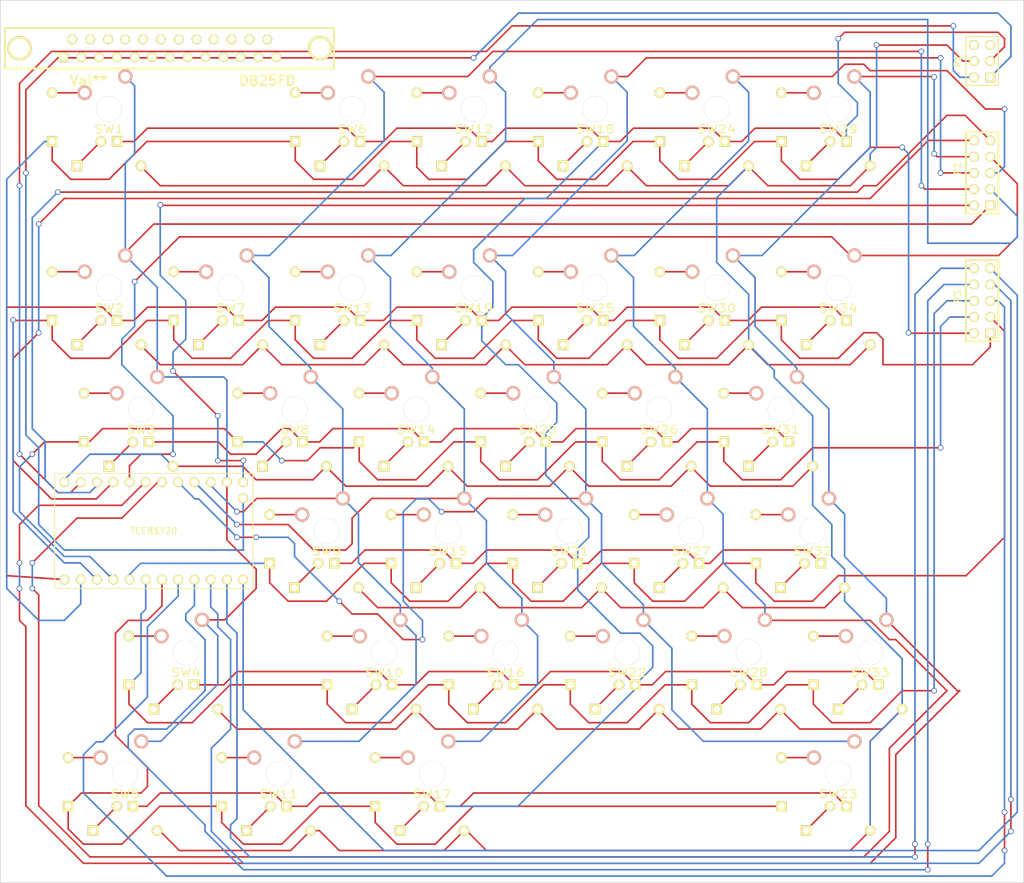
<source format=kicad_pcb>
(kicad_pcb (version 3) (host pcbnew "(2013-07-07 BZR 4022)-stable")

  (general
    (links 228)
    (no_connects 0)
    (area 29.949999 29.949999 190.050001 168.050001)
    (thickness 1.6)
    (drawings 4)
    (tracks 1031)
    (zones 0)
    (modules 39)
    (nets 94)
  )

  (page A3)
  (layers
    (15 F.Cu signal)
    (0 B.Cu signal)
    (16 B.Adhes user)
    (17 F.Adhes user)
    (18 B.Paste user)
    (19 F.Paste user)
    (20 B.SilkS user)
    (21 F.SilkS user)
    (22 B.Mask user)
    (23 F.Mask user)
    (24 Dwgs.User user)
    (25 Cmts.User user)
    (26 Eco1.User user)
    (27 Eco2.User user)
    (28 Edge.Cuts user)
  )

  (setup
    (last_trace_width 0.254)
    (trace_clearance 0.254)
    (zone_clearance 0.508)
    (zone_45_only no)
    (trace_min 0.254)
    (segment_width 0.2)
    (edge_width 0.1)
    (via_size 0.889)
    (via_drill 0.635)
    (via_min_size 0.889)
    (via_min_drill 0.508)
    (uvia_size 0.508)
    (uvia_drill 0.127)
    (uvias_allowed no)
    (uvia_min_size 0.508)
    (uvia_min_drill 0.127)
    (pcb_text_width 0.3)
    (pcb_text_size 1.5 1.5)
    (mod_edge_width 0.15)
    (mod_text_size 1 1)
    (mod_text_width 0.15)
    (pad_size 1.524 1.524)
    (pad_drill 1.016)
    (pad_to_mask_clearance 0)
    (aux_axis_origin 0 0)
    (visible_elements 7FFFFFFF)
    (pcbplotparams
      (layerselection 284196865)
      (usegerberextensions true)
      (excludeedgelayer true)
      (linewidth 0.150000)
      (plotframeref false)
      (viasonmask false)
      (mode 1)
      (useauxorigin false)
      (hpglpennumber 1)
      (hpglpenspeed 20)
      (hpglpendiameter 15)
      (hpglpenoverlay 2)
      (psnegative false)
      (psa4output false)
      (plotreference true)
      (plotvalue true)
      (plotothertext true)
      (plotinvisibletext false)
      (padsonsilk false)
      (subtractmaskfromsilk false)
      (outputformat 1)
      (mirror false)
      (drillshape 0)
      (scaleselection 1)
      (outputdirectory ""))
  )

  (net 0 "")
  (net 1 N-000001)
  (net 2 N-0000010)
  (net 3 N-0000011)
  (net 4 N-0000012)
  (net 5 N-0000013)
  (net 6 N-0000014)
  (net 7 N-0000015)
  (net 8 N-0000016)
  (net 9 N-0000017)
  (net 10 N-0000018)
  (net 11 N-0000019)
  (net 12 N-000002)
  (net 13 N-0000020)
  (net 14 N-0000021)
  (net 15 N-0000022)
  (net 16 N-0000023)
  (net 17 N-0000024)
  (net 18 N-0000025)
  (net 19 N-0000026)
  (net 20 N-0000027)
  (net 21 N-0000028)
  (net 22 N-0000029)
  (net 23 N-000003)
  (net 24 N-0000030)
  (net 25 N-0000031)
  (net 26 N-0000032)
  (net 27 N-0000033)
  (net 28 N-0000034)
  (net 29 N-0000035)
  (net 30 N-0000036)
  (net 31 N-0000037)
  (net 32 N-0000038)
  (net 33 N-0000039)
  (net 34 N-000004)
  (net 35 N-0000040)
  (net 36 N-0000041)
  (net 37 N-0000042)
  (net 38 N-0000043)
  (net 39 N-0000044)
  (net 40 N-0000045)
  (net 41 N-0000046)
  (net 42 N-0000047)
  (net 43 N-0000048)
  (net 44 N-0000049)
  (net 45 N-000005)
  (net 46 N-0000050)
  (net 47 N-0000051)
  (net 48 N-0000052)
  (net 49 N-0000053)
  (net 50 N-0000054)
  (net 51 N-0000055)
  (net 52 N-0000056)
  (net 53 N-0000057)
  (net 54 N-0000058)
  (net 55 N-0000059)
  (net 56 N-000006)
  (net 57 N-0000060)
  (net 58 N-0000061)
  (net 59 N-0000062)
  (net 60 N-0000063)
  (net 61 N-0000064)
  (net 62 N-0000065)
  (net 63 N-0000066)
  (net 64 N-0000067)
  (net 65 N-0000068)
  (net 66 N-0000069)
  (net 67 N-000007)
  (net 68 N-0000070)
  (net 69 N-0000071)
  (net 70 N-0000072)
  (net 71 N-0000073)
  (net 72 N-0000074)
  (net 73 N-0000075)
  (net 74 N-0000076)
  (net 75 N-0000077)
  (net 76 N-0000078)
  (net 77 N-0000079)
  (net 78 N-000008)
  (net 79 N-0000080)
  (net 80 N-0000081)
  (net 81 N-0000082)
  (net 82 N-0000083)
  (net 83 N-0000084)
  (net 84 N-0000085)
  (net 85 N-0000086)
  (net 86 N-0000087)
  (net 87 N-0000088)
  (net 88 N-0000089)
  (net 89 N-000009)
  (net 90 N-0000090)
  (net 91 N-0000091)
  (net 92 N-0000092)
  (net 93 N-0000093)

  (net_class Default "This is the default net class."
    (clearance 0.254)
    (trace_width 0.254)
    (via_dia 0.889)
    (via_drill 0.635)
    (uvia_dia 0.508)
    (uvia_drill 0.127)
    (add_net "")
    (add_net N-000001)
    (add_net N-0000010)
    (add_net N-0000011)
    (add_net N-0000012)
    (add_net N-0000013)
    (add_net N-0000014)
    (add_net N-0000015)
    (add_net N-0000016)
    (add_net N-0000017)
    (add_net N-0000018)
    (add_net N-0000019)
    (add_net N-000002)
    (add_net N-0000020)
    (add_net N-0000021)
    (add_net N-0000022)
    (add_net N-0000023)
    (add_net N-0000024)
    (add_net N-0000025)
    (add_net N-0000026)
    (add_net N-0000027)
    (add_net N-0000028)
    (add_net N-0000029)
    (add_net N-000003)
    (add_net N-0000030)
    (add_net N-0000031)
    (add_net N-0000032)
    (add_net N-0000033)
    (add_net N-0000034)
    (add_net N-0000035)
    (add_net N-0000036)
    (add_net N-0000037)
    (add_net N-0000038)
    (add_net N-0000039)
    (add_net N-000004)
    (add_net N-0000040)
    (add_net N-0000041)
    (add_net N-0000042)
    (add_net N-0000043)
    (add_net N-0000044)
    (add_net N-0000045)
    (add_net N-0000046)
    (add_net N-0000047)
    (add_net N-0000048)
    (add_net N-0000049)
    (add_net N-000005)
    (add_net N-0000050)
    (add_net N-0000051)
    (add_net N-0000052)
    (add_net N-0000053)
    (add_net N-0000054)
    (add_net N-0000055)
    (add_net N-0000056)
    (add_net N-0000057)
    (add_net N-0000058)
    (add_net N-0000059)
    (add_net N-000006)
    (add_net N-0000060)
    (add_net N-0000061)
    (add_net N-0000062)
    (add_net N-0000063)
    (add_net N-0000064)
    (add_net N-0000065)
    (add_net N-0000066)
    (add_net N-0000067)
    (add_net N-0000068)
    (add_net N-0000069)
    (add_net N-000007)
    (add_net N-0000070)
    (add_net N-0000071)
    (add_net N-0000072)
    (add_net N-0000073)
    (add_net N-0000074)
    (add_net N-0000075)
    (add_net N-0000076)
    (add_net N-0000077)
    (add_net N-0000078)
    (add_net N-0000079)
    (add_net N-000008)
    (add_net N-0000080)
    (add_net N-0000081)
    (add_net N-0000082)
    (add_net N-0000083)
    (add_net N-0000084)
    (add_net N-0000085)
    (add_net N-0000086)
    (add_net N-0000087)
    (add_net N-0000088)
    (add_net N-0000089)
    (add_net N-000009)
    (add_net N-0000090)
    (add_net N-0000091)
    (add_net N-0000092)
    (add_net N-0000093)
  )

  (module SW_DIODE (layer F.Cu) (tedit 544F28E3) (tstamp 54559619)
    (at 138 113)
    (path /5455844B)
    (fp_text reference SW27 (at 0 3.175) (layer F.SilkS)
      (effects (font (size 1.27 1.524) (thickness 0.2032)))
    )
    (fp_text value SW_DIODE (at 0 5.08) (layer F.SilkS) hide
      (effects (font (size 1.27 1.524) (thickness 0.2032)))
    )
    (fp_line (start -6.985 -6.985) (end 6.985 -6.985) (layer Eco2.User) (width 0.1524))
    (fp_line (start 6.985 -6.985) (end 6.985 6.985) (layer Eco2.User) (width 0.1524))
    (fp_line (start 6.985 6.985) (end -6.985 6.985) (layer Eco2.User) (width 0.1524))
    (fp_line (start -6.985 6.985) (end -6.985 -6.985) (layer Eco2.User) (width 0.1524))
    (pad 1 thru_hole circle (at 2.54 -5.08) (size 2.286 2.286) (drill 1.4986)
      (layers *.Cu *.SilkS *.Mask)
      (net 42 N-0000047)
    )
    (pad 2 thru_hole circle (at -3.81 -2.54) (size 2.286 2.286) (drill 1.4986)
      (layers *.Cu *.SilkS *.Mask)
      (net 90 N-0000090)
    )
    (pad HOLE thru_hole circle (at 0 0) (size 3.9878 3.9878) (drill 3.9878)
      (layers *.Cu *.Mask F.SilkS)
    )
    (pad 3 thru_hole circle (at -8.89 -2.54) (size 1.651 1.651) (drill 0.9906)
      (layers *.Cu *.Mask F.SilkS)
      (net 90 N-0000090)
    )
    (pad 4 thru_hole rect (at -8.89 5.08) (size 1.651 1.651) (drill 0.9906)
      (layers *.Cu *.Mask F.SilkS)
      (net 1 N-000001)
    )
    (pad 7 thru_hole circle (at -1.27 5.08) (size 1.651 1.651) (drill 0.9906)
      (layers *.Cu *.Mask F.SilkS)
      (net 63 N-0000066)
    )
    (pad 8 thru_hole rect (at 1.27 5.08) (size 1.651 1.651) (drill 0.9906)
      (layers *.Cu *.Mask F.SilkS)
      (net 34 N-000004)
    )
    (pad 6 thru_hole rect (at -5 8.89) (size 1.651 1.651) (drill 0.9906)
      (layers *.Cu *.Mask F.SilkS)
      (net 63 N-0000066)
    )
    (pad 5 thru_hole circle (at 5 8.89) (size 1.651 1.651) (drill 0.9906)
      (layers *.Cu *.Mask F.SilkS)
      (net 43 N-0000048)
    )
  )

  (module SW_DIODE (layer F.Cu) (tedit 544F28E3) (tstamp 5455962A)
    (at 104 75)
    (path /5455841B)
    (fp_text reference SW19 (at 0 3.175) (layer F.SilkS)
      (effects (font (size 1.27 1.524) (thickness 0.2032)))
    )
    (fp_text value SW_DIODE (at 0 5.08) (layer F.SilkS) hide
      (effects (font (size 1.27 1.524) (thickness 0.2032)))
    )
    (fp_line (start -6.985 -6.985) (end 6.985 -6.985) (layer Eco2.User) (width 0.1524))
    (fp_line (start 6.985 -6.985) (end 6.985 6.985) (layer Eco2.User) (width 0.1524))
    (fp_line (start 6.985 6.985) (end -6.985 6.985) (layer Eco2.User) (width 0.1524))
    (fp_line (start -6.985 6.985) (end -6.985 -6.985) (layer Eco2.User) (width 0.1524))
    (pad 1 thru_hole circle (at 2.54 -5.08) (size 2.286 2.286) (drill 1.4986)
      (layers *.Cu *.SilkS *.Mask)
      (net 47 N-0000051)
    )
    (pad 2 thru_hole circle (at -3.81 -2.54) (size 2.286 2.286) (drill 1.4986)
      (layers *.Cu *.SilkS *.Mask)
      (net 51 N-0000055)
    )
    (pad HOLE thru_hole circle (at 0 0) (size 3.9878 3.9878) (drill 3.9878)
      (layers *.Cu *.Mask F.SilkS)
    )
    (pad 3 thru_hole circle (at -8.89 -2.54) (size 1.651 1.651) (drill 0.9906)
      (layers *.Cu *.Mask F.SilkS)
      (net 51 N-0000055)
    )
    (pad 4 thru_hole rect (at -8.89 5.08) (size 1.651 1.651) (drill 0.9906)
      (layers *.Cu *.Mask F.SilkS)
      (net 41 N-0000046)
    )
    (pad 7 thru_hole circle (at -1.27 5.08) (size 1.651 1.651) (drill 0.9906)
      (layers *.Cu *.Mask F.SilkS)
      (net 52 N-0000056)
    )
    (pad 8 thru_hole rect (at 1.27 5.08) (size 1.651 1.651) (drill 0.9906)
      (layers *.Cu *.Mask F.SilkS)
      (net 34 N-000004)
    )
    (pad 6 thru_hole rect (at -5 8.89) (size 1.651 1.651) (drill 0.9906)
      (layers *.Cu *.Mask F.SilkS)
      (net 52 N-0000056)
    )
    (pad 5 thru_hole circle (at 5 8.89) (size 1.651 1.651) (drill 0.9906)
      (layers *.Cu *.Mask F.SilkS)
      (net 43 N-0000048)
    )
  )

  (module SW_DIODE (layer F.Cu) (tedit 544F28E3) (tstamp 5455963B)
    (at 114 94)
    (path /54558421)
    (fp_text reference SW20 (at 0 3.175) (layer F.SilkS)
      (effects (font (size 1.27 1.524) (thickness 0.2032)))
    )
    (fp_text value SW_DIODE (at 0 5.08) (layer F.SilkS) hide
      (effects (font (size 1.27 1.524) (thickness 0.2032)))
    )
    (fp_line (start -6.985 -6.985) (end 6.985 -6.985) (layer Eco2.User) (width 0.1524))
    (fp_line (start 6.985 -6.985) (end 6.985 6.985) (layer Eco2.User) (width 0.1524))
    (fp_line (start 6.985 6.985) (end -6.985 6.985) (layer Eco2.User) (width 0.1524))
    (fp_line (start -6.985 6.985) (end -6.985 -6.985) (layer Eco2.User) (width 0.1524))
    (pad 1 thru_hole circle (at 2.54 -5.08) (size 2.286 2.286) (drill 1.4986)
      (layers *.Cu *.SilkS *.Mask)
      (net 47 N-0000051)
    )
    (pad 2 thru_hole circle (at -3.81 -2.54) (size 2.286 2.286) (drill 1.4986)
      (layers *.Cu *.SilkS *.Mask)
      (net 49 N-0000053)
    )
    (pad HOLE thru_hole circle (at 0 0) (size 3.9878 3.9878) (drill 3.9878)
      (layers *.Cu *.Mask F.SilkS)
    )
    (pad 3 thru_hole circle (at -8.89 -2.54) (size 1.651 1.651) (drill 0.9906)
      (layers *.Cu *.Mask F.SilkS)
      (net 49 N-0000053)
    )
    (pad 4 thru_hole rect (at -8.89 5.08) (size 1.651 1.651) (drill 0.9906)
      (layers *.Cu *.Mask F.SilkS)
      (net 45 N-000005)
    )
    (pad 7 thru_hole circle (at -1.27 5.08) (size 1.651 1.651) (drill 0.9906)
      (layers *.Cu *.Mask F.SilkS)
      (net 53 N-0000057)
    )
    (pad 8 thru_hole rect (at 1.27 5.08) (size 1.651 1.651) (drill 0.9906)
      (layers *.Cu *.Mask F.SilkS)
      (net 34 N-000004)
    )
    (pad 6 thru_hole rect (at -5 8.89) (size 1.651 1.651) (drill 0.9906)
      (layers *.Cu *.Mask F.SilkS)
      (net 53 N-0000057)
    )
    (pad 5 thru_hole circle (at 5 8.89) (size 1.651 1.651) (drill 0.9906)
      (layers *.Cu *.Mask F.SilkS)
      (net 43 N-0000048)
    )
  )

  (module SW_DIODE (layer F.Cu) (tedit 544F28E3) (tstamp 5455964C)
    (at 119 113)
    (path /54558427)
    (fp_text reference SW21 (at 0 3.175) (layer F.SilkS)
      (effects (font (size 1.27 1.524) (thickness 0.2032)))
    )
    (fp_text value SW_DIODE (at 0 5.08) (layer F.SilkS) hide
      (effects (font (size 1.27 1.524) (thickness 0.2032)))
    )
    (fp_line (start -6.985 -6.985) (end 6.985 -6.985) (layer Eco2.User) (width 0.1524))
    (fp_line (start 6.985 -6.985) (end 6.985 6.985) (layer Eco2.User) (width 0.1524))
    (fp_line (start 6.985 6.985) (end -6.985 6.985) (layer Eco2.User) (width 0.1524))
    (fp_line (start -6.985 6.985) (end -6.985 -6.985) (layer Eco2.User) (width 0.1524))
    (pad 1 thru_hole circle (at 2.54 -5.08) (size 2.286 2.286) (drill 1.4986)
      (layers *.Cu *.SilkS *.Mask)
      (net 47 N-0000051)
    )
    (pad 2 thru_hole circle (at -3.81 -2.54) (size 2.286 2.286) (drill 1.4986)
      (layers *.Cu *.SilkS *.Mask)
      (net 54 N-0000058)
    )
    (pad HOLE thru_hole circle (at 0 0) (size 3.9878 3.9878) (drill 3.9878)
      (layers *.Cu *.Mask F.SilkS)
    )
    (pad 3 thru_hole circle (at -8.89 -2.54) (size 1.651 1.651) (drill 0.9906)
      (layers *.Cu *.Mask F.SilkS)
      (net 54 N-0000058)
    )
    (pad 4 thru_hole rect (at -8.89 5.08) (size 1.651 1.651) (drill 0.9906)
      (layers *.Cu *.Mask F.SilkS)
      (net 1 N-000001)
    )
    (pad 7 thru_hole circle (at -1.27 5.08) (size 1.651 1.651) (drill 0.9906)
      (layers *.Cu *.Mask F.SilkS)
      (net 55 N-0000059)
    )
    (pad 8 thru_hole rect (at 1.27 5.08) (size 1.651 1.651) (drill 0.9906)
      (layers *.Cu *.Mask F.SilkS)
      (net 34 N-000004)
    )
    (pad 6 thru_hole rect (at -5 8.89) (size 1.651 1.651) (drill 0.9906)
      (layers *.Cu *.Mask F.SilkS)
      (net 55 N-0000059)
    )
    (pad 5 thru_hole circle (at 5 8.89) (size 1.651 1.651) (drill 0.9906)
      (layers *.Cu *.Mask F.SilkS)
      (net 43 N-0000048)
    )
  )

  (module SW_DIODE (layer F.Cu) (tedit 544F28E3) (tstamp 5455965D)
    (at 128 132)
    (path /5455842D)
    (fp_text reference SW22 (at 0 3.175) (layer F.SilkS)
      (effects (font (size 1.27 1.524) (thickness 0.2032)))
    )
    (fp_text value SW_DIODE (at 0 5.08) (layer F.SilkS) hide
      (effects (font (size 1.27 1.524) (thickness 0.2032)))
    )
    (fp_line (start -6.985 -6.985) (end 6.985 -6.985) (layer Eco2.User) (width 0.1524))
    (fp_line (start 6.985 -6.985) (end 6.985 6.985) (layer Eco2.User) (width 0.1524))
    (fp_line (start 6.985 6.985) (end -6.985 6.985) (layer Eco2.User) (width 0.1524))
    (fp_line (start -6.985 6.985) (end -6.985 -6.985) (layer Eco2.User) (width 0.1524))
    (pad 1 thru_hole circle (at 2.54 -5.08) (size 2.286 2.286) (drill 1.4986)
      (layers *.Cu *.SilkS *.Mask)
      (net 47 N-0000051)
    )
    (pad 2 thru_hole circle (at -3.81 -2.54) (size 2.286 2.286) (drill 1.4986)
      (layers *.Cu *.SilkS *.Mask)
      (net 19 N-0000026)
    )
    (pad HOLE thru_hole circle (at 0 0) (size 3.9878 3.9878) (drill 3.9878)
      (layers *.Cu *.Mask F.SilkS)
    )
    (pad 3 thru_hole circle (at -8.89 -2.54) (size 1.651 1.651) (drill 0.9906)
      (layers *.Cu *.Mask F.SilkS)
      (net 19 N-0000026)
    )
    (pad 4 thru_hole rect (at -8.89 5.08) (size 1.651 1.651) (drill 0.9906)
      (layers *.Cu *.Mask F.SilkS)
      (net 23 N-000003)
    )
    (pad 7 thru_hole circle (at -1.27 5.08) (size 1.651 1.651) (drill 0.9906)
      (layers *.Cu *.Mask F.SilkS)
      (net 20 N-0000027)
    )
    (pad 8 thru_hole rect (at 1.27 5.08) (size 1.651 1.651) (drill 0.9906)
      (layers *.Cu *.Mask F.SilkS)
      (net 34 N-000004)
    )
    (pad 6 thru_hole rect (at -5 8.89) (size 1.651 1.651) (drill 0.9906)
      (layers *.Cu *.Mask F.SilkS)
      (net 20 N-0000027)
    )
    (pad 5 thru_hole circle (at 5 8.89) (size 1.651 1.651) (drill 0.9906)
      (layers *.Cu *.Mask F.SilkS)
      (net 43 N-0000048)
    )
  )

  (module SW_DIODE (layer F.Cu) (tedit 544F28E3) (tstamp 5455966E)
    (at 161 151)
    (path /54558433)
    (fp_text reference SW23 (at 0 3.175) (layer F.SilkS)
      (effects (font (size 1.27 1.524) (thickness 0.2032)))
    )
    (fp_text value SW_DIODE (at 0 5.08) (layer F.SilkS) hide
      (effects (font (size 1.27 1.524) (thickness 0.2032)))
    )
    (fp_line (start -6.985 -6.985) (end 6.985 -6.985) (layer Eco2.User) (width 0.1524))
    (fp_line (start 6.985 -6.985) (end 6.985 6.985) (layer Eco2.User) (width 0.1524))
    (fp_line (start 6.985 6.985) (end -6.985 6.985) (layer Eco2.User) (width 0.1524))
    (fp_line (start -6.985 6.985) (end -6.985 -6.985) (layer Eco2.User) (width 0.1524))
    (pad 1 thru_hole circle (at 2.54 -5.08) (size 2.286 2.286) (drill 1.4986)
      (layers *.Cu *.SilkS *.Mask)
      (net 47 N-0000051)
    )
    (pad 2 thru_hole circle (at -3.81 -2.54) (size 2.286 2.286) (drill 1.4986)
      (layers *.Cu *.SilkS *.Mask)
      (net 21 N-0000028)
    )
    (pad HOLE thru_hole circle (at 0 0) (size 3.9878 3.9878) (drill 3.9878)
      (layers *.Cu *.Mask F.SilkS)
    )
    (pad 3 thru_hole circle (at -8.89 -2.54) (size 1.651 1.651) (drill 0.9906)
      (layers *.Cu *.Mask F.SilkS)
      (net 21 N-0000028)
    )
    (pad 4 thru_hole rect (at -8.89 5.08) (size 1.651 1.651) (drill 0.9906)
      (layers *.Cu *.Mask F.SilkS)
      (net 12 N-000002)
    )
    (pad 7 thru_hole circle (at -1.27 5.08) (size 1.651 1.651) (drill 0.9906)
      (layers *.Cu *.Mask F.SilkS)
      (net 22 N-0000029)
    )
    (pad 8 thru_hole rect (at 1.27 5.08) (size 1.651 1.651) (drill 0.9906)
      (layers *.Cu *.Mask F.SilkS)
      (net 34 N-000004)
    )
    (pad 6 thru_hole rect (at -5 8.89) (size 1.651 1.651) (drill 0.9906)
      (layers *.Cu *.Mask F.SilkS)
      (net 22 N-0000029)
    )
    (pad 5 thru_hole circle (at 5 8.89) (size 1.651 1.651) (drill 0.9906)
      (layers *.Cu *.Mask F.SilkS)
      (net 43 N-0000048)
    )
  )

  (module SW_DIODE (layer F.Cu) (tedit 544F28E3) (tstamp 5455967F)
    (at 142 47)
    (path /54558439)
    (fp_text reference SW24 (at 0 3.175) (layer F.SilkS)
      (effects (font (size 1.27 1.524) (thickness 0.2032)))
    )
    (fp_text value SW_DIODE (at 0 5.08) (layer F.SilkS) hide
      (effects (font (size 1.27 1.524) (thickness 0.2032)))
    )
    (fp_line (start -6.985 -6.985) (end 6.985 -6.985) (layer Eco2.User) (width 0.1524))
    (fp_line (start 6.985 -6.985) (end 6.985 6.985) (layer Eco2.User) (width 0.1524))
    (fp_line (start 6.985 6.985) (end -6.985 6.985) (layer Eco2.User) (width 0.1524))
    (fp_line (start -6.985 6.985) (end -6.985 -6.985) (layer Eco2.User) (width 0.1524))
    (pad 1 thru_hole circle (at 2.54 -5.08) (size 2.286 2.286) (drill 1.4986)
      (layers *.Cu *.SilkS *.Mask)
      (net 42 N-0000047)
    )
    (pad 2 thru_hole circle (at -3.81 -2.54) (size 2.286 2.286) (drill 1.4986)
      (layers *.Cu *.SilkS *.Mask)
      (net 64 N-0000067)
    )
    (pad HOLE thru_hole circle (at 0 0) (size 3.9878 3.9878) (drill 3.9878)
      (layers *.Cu *.Mask F.SilkS)
    )
    (pad 3 thru_hole circle (at -8.89 -2.54) (size 1.651 1.651) (drill 0.9906)
      (layers *.Cu *.Mask F.SilkS)
      (net 64 N-0000067)
    )
    (pad 4 thru_hole rect (at -8.89 5.08) (size 1.651 1.651) (drill 0.9906)
      (layers *.Cu *.Mask F.SilkS)
      (net 39 N-0000044)
    )
    (pad 7 thru_hole circle (at -1.27 5.08) (size 1.651 1.651) (drill 0.9906)
      (layers *.Cu *.Mask F.SilkS)
      (net 65 N-0000068)
    )
    (pad 8 thru_hole rect (at 1.27 5.08) (size 1.651 1.651) (drill 0.9906)
      (layers *.Cu *.Mask F.SilkS)
      (net 34 N-000004)
    )
    (pad 6 thru_hole rect (at -5 8.89) (size 1.651 1.651) (drill 0.9906)
      (layers *.Cu *.Mask F.SilkS)
      (net 65 N-0000068)
    )
    (pad 5 thru_hole circle (at 5 8.89) (size 1.651 1.651) (drill 0.9906)
      (layers *.Cu *.Mask F.SilkS)
      (net 43 N-0000048)
    )
  )

  (module SW_DIODE (layer F.Cu) (tedit 544F28E3) (tstamp 54559690)
    (at 123 75)
    (path /5455843F)
    (fp_text reference SW25 (at 0 3.175) (layer F.SilkS)
      (effects (font (size 1.27 1.524) (thickness 0.2032)))
    )
    (fp_text value SW_DIODE (at 0 5.08) (layer F.SilkS) hide
      (effects (font (size 1.27 1.524) (thickness 0.2032)))
    )
    (fp_line (start -6.985 -6.985) (end 6.985 -6.985) (layer Eco2.User) (width 0.1524))
    (fp_line (start 6.985 -6.985) (end 6.985 6.985) (layer Eco2.User) (width 0.1524))
    (fp_line (start 6.985 6.985) (end -6.985 6.985) (layer Eco2.User) (width 0.1524))
    (fp_line (start -6.985 6.985) (end -6.985 -6.985) (layer Eco2.User) (width 0.1524))
    (pad 1 thru_hole circle (at 2.54 -5.08) (size 2.286 2.286) (drill 1.4986)
      (layers *.Cu *.SilkS *.Mask)
      (net 42 N-0000047)
    )
    (pad 2 thru_hole circle (at -3.81 -2.54) (size 2.286 2.286) (drill 1.4986)
      (layers *.Cu *.SilkS *.Mask)
      (net 66 N-0000069)
    )
    (pad HOLE thru_hole circle (at 0 0) (size 3.9878 3.9878) (drill 3.9878)
      (layers *.Cu *.Mask F.SilkS)
    )
    (pad 3 thru_hole circle (at -8.89 -2.54) (size 1.651 1.651) (drill 0.9906)
      (layers *.Cu *.Mask F.SilkS)
      (net 66 N-0000069)
    )
    (pad 4 thru_hole rect (at -8.89 5.08) (size 1.651 1.651) (drill 0.9906)
      (layers *.Cu *.Mask F.SilkS)
      (net 41 N-0000046)
    )
    (pad 7 thru_hole circle (at -1.27 5.08) (size 1.651 1.651) (drill 0.9906)
      (layers *.Cu *.Mask F.SilkS)
      (net 60 N-0000063)
    )
    (pad 8 thru_hole rect (at 1.27 5.08) (size 1.651 1.651) (drill 0.9906)
      (layers *.Cu *.Mask F.SilkS)
      (net 34 N-000004)
    )
    (pad 6 thru_hole rect (at -5 8.89) (size 1.651 1.651) (drill 0.9906)
      (layers *.Cu *.Mask F.SilkS)
      (net 60 N-0000063)
    )
    (pad 5 thru_hole circle (at 5 8.89) (size 1.651 1.651) (drill 0.9906)
      (layers *.Cu *.Mask F.SilkS)
      (net 43 N-0000048)
    )
  )

  (module SW_DIODE (layer F.Cu) (tedit 544F28E3) (tstamp 545596A1)
    (at 133 94)
    (path /54558445)
    (fp_text reference SW26 (at 0 3.175) (layer F.SilkS)
      (effects (font (size 1.27 1.524) (thickness 0.2032)))
    )
    (fp_text value SW_DIODE (at 0 5.08) (layer F.SilkS) hide
      (effects (font (size 1.27 1.524) (thickness 0.2032)))
    )
    (fp_line (start -6.985 -6.985) (end 6.985 -6.985) (layer Eco2.User) (width 0.1524))
    (fp_line (start 6.985 -6.985) (end 6.985 6.985) (layer Eco2.User) (width 0.1524))
    (fp_line (start 6.985 6.985) (end -6.985 6.985) (layer Eco2.User) (width 0.1524))
    (fp_line (start -6.985 6.985) (end -6.985 -6.985) (layer Eco2.User) (width 0.1524))
    (pad 1 thru_hole circle (at 2.54 -5.08) (size 2.286 2.286) (drill 1.4986)
      (layers *.Cu *.SilkS *.Mask)
      (net 42 N-0000047)
    )
    (pad 2 thru_hole circle (at -3.81 -2.54) (size 2.286 2.286) (drill 1.4986)
      (layers *.Cu *.SilkS *.Mask)
      (net 61 N-0000064)
    )
    (pad HOLE thru_hole circle (at 0 0) (size 3.9878 3.9878) (drill 3.9878)
      (layers *.Cu *.Mask F.SilkS)
    )
    (pad 3 thru_hole circle (at -8.89 -2.54) (size 1.651 1.651) (drill 0.9906)
      (layers *.Cu *.Mask F.SilkS)
      (net 61 N-0000064)
    )
    (pad 4 thru_hole rect (at -8.89 5.08) (size 1.651 1.651) (drill 0.9906)
      (layers *.Cu *.Mask F.SilkS)
      (net 45 N-000005)
    )
    (pad 7 thru_hole circle (at -1.27 5.08) (size 1.651 1.651) (drill 0.9906)
      (layers *.Cu *.Mask F.SilkS)
      (net 62 N-0000065)
    )
    (pad 8 thru_hole rect (at 1.27 5.08) (size 1.651 1.651) (drill 0.9906)
      (layers *.Cu *.Mask F.SilkS)
      (net 34 N-000004)
    )
    (pad 6 thru_hole rect (at -5 8.89) (size 1.651 1.651) (drill 0.9906)
      (layers *.Cu *.Mask F.SilkS)
      (net 62 N-0000065)
    )
    (pad 5 thru_hole circle (at 5 8.89) (size 1.651 1.651) (drill 0.9906)
      (layers *.Cu *.Mask F.SilkS)
      (net 43 N-0000048)
    )
  )

  (module SW_DIODE (layer F.Cu) (tedit 544F28E3) (tstamp 545596B2)
    (at 47 47)
    (path /545583A2)
    (fp_text reference SW1 (at 0 3.175) (layer F.SilkS)
      (effects (font (size 1.27 1.524) (thickness 0.2032)))
    )
    (fp_text value SW_DIODE (at 0 5.08) (layer F.SilkS) hide
      (effects (font (size 1.27 1.524) (thickness 0.2032)))
    )
    (fp_line (start -6.985 -6.985) (end 6.985 -6.985) (layer Eco2.User) (width 0.1524))
    (fp_line (start 6.985 -6.985) (end 6.985 6.985) (layer Eco2.User) (width 0.1524))
    (fp_line (start 6.985 6.985) (end -6.985 6.985) (layer Eco2.User) (width 0.1524))
    (fp_line (start -6.985 6.985) (end -6.985 -6.985) (layer Eco2.User) (width 0.1524))
    (pad 1 thru_hole circle (at 2.54 -5.08) (size 2.286 2.286) (drill 1.4986)
      (layers *.Cu *.SilkS *.Mask)
      (net 46 N-0000050)
    )
    (pad 2 thru_hole circle (at -3.81 -2.54) (size 2.286 2.286) (drill 1.4986)
      (layers *.Cu *.SilkS *.Mask)
      (net 71 N-0000073)
    )
    (pad HOLE thru_hole circle (at 0 0) (size 3.9878 3.9878) (drill 3.9878)
      (layers *.Cu *.Mask F.SilkS)
    )
    (pad 3 thru_hole circle (at -8.89 -2.54) (size 1.651 1.651) (drill 0.9906)
      (layers *.Cu *.Mask F.SilkS)
      (net 71 N-0000073)
    )
    (pad 4 thru_hole rect (at -8.89 5.08) (size 1.651 1.651) (drill 0.9906)
      (layers *.Cu *.Mask F.SilkS)
      (net 39 N-0000044)
    )
    (pad 7 thru_hole circle (at -1.27 5.08) (size 1.651 1.651) (drill 0.9906)
      (layers *.Cu *.Mask F.SilkS)
      (net 72 N-0000074)
    )
    (pad 8 thru_hole rect (at 1.27 5.08) (size 1.651 1.651) (drill 0.9906)
      (layers *.Cu *.Mask F.SilkS)
      (net 34 N-000004)
    )
    (pad 6 thru_hole rect (at -5 8.89) (size 1.651 1.651) (drill 0.9906)
      (layers *.Cu *.Mask F.SilkS)
      (net 72 N-0000074)
    )
    (pad 5 thru_hole circle (at 5 8.89) (size 1.651 1.651) (drill 0.9906)
      (layers *.Cu *.Mask F.SilkS)
      (net 43 N-0000048)
    )
  )

  (module SW_DIODE (layer F.Cu) (tedit 544F28E3) (tstamp 545596C3)
    (at 147 132)
    (path /54558451)
    (fp_text reference SW28 (at 0 3.175) (layer F.SilkS)
      (effects (font (size 1.27 1.524) (thickness 0.2032)))
    )
    (fp_text value SW_DIODE (at 0 5.08) (layer F.SilkS) hide
      (effects (font (size 1.27 1.524) (thickness 0.2032)))
    )
    (fp_line (start -6.985 -6.985) (end 6.985 -6.985) (layer Eco2.User) (width 0.1524))
    (fp_line (start 6.985 -6.985) (end 6.985 6.985) (layer Eco2.User) (width 0.1524))
    (fp_line (start 6.985 6.985) (end -6.985 6.985) (layer Eco2.User) (width 0.1524))
    (fp_line (start -6.985 6.985) (end -6.985 -6.985) (layer Eco2.User) (width 0.1524))
    (pad 1 thru_hole circle (at 2.54 -5.08) (size 2.286 2.286) (drill 1.4986)
      (layers *.Cu *.SilkS *.Mask)
      (net 42 N-0000047)
    )
    (pad 2 thru_hole circle (at -3.81 -2.54) (size 2.286 2.286) (drill 1.4986)
      (layers *.Cu *.SilkS *.Mask)
      (net 18 N-0000025)
    )
    (pad HOLE thru_hole circle (at 0 0) (size 3.9878 3.9878) (drill 3.9878)
      (layers *.Cu *.Mask F.SilkS)
    )
    (pad 3 thru_hole circle (at -8.89 -2.54) (size 1.651 1.651) (drill 0.9906)
      (layers *.Cu *.Mask F.SilkS)
      (net 18 N-0000025)
    )
    (pad 4 thru_hole rect (at -8.89 5.08) (size 1.651 1.651) (drill 0.9906)
      (layers *.Cu *.Mask F.SilkS)
      (net 23 N-000003)
    )
    (pad 7 thru_hole circle (at -1.27 5.08) (size 1.651 1.651) (drill 0.9906)
      (layers *.Cu *.Mask F.SilkS)
      (net 24 N-0000030)
    )
    (pad 8 thru_hole rect (at 1.27 5.08) (size 1.651 1.651) (drill 0.9906)
      (layers *.Cu *.Mask F.SilkS)
      (net 34 N-000004)
    )
    (pad 6 thru_hole rect (at -5 8.89) (size 1.651 1.651) (drill 0.9906)
      (layers *.Cu *.Mask F.SilkS)
      (net 24 N-0000030)
    )
    (pad 5 thru_hole circle (at 5 8.89) (size 1.651 1.651) (drill 0.9906)
      (layers *.Cu *.Mask F.SilkS)
      (net 43 N-0000048)
    )
  )

  (module SW_DIODE (layer F.Cu) (tedit 544F28E3) (tstamp 545596D4)
    (at 161 47)
    (path /5455845D)
    (fp_text reference SW29 (at 0 3.175) (layer F.SilkS)
      (effects (font (size 1.27 1.524) (thickness 0.2032)))
    )
    (fp_text value SW_DIODE (at 0 5.08) (layer F.SilkS) hide
      (effects (font (size 1.27 1.524) (thickness 0.2032)))
    )
    (fp_line (start -6.985 -6.985) (end 6.985 -6.985) (layer Eco2.User) (width 0.1524))
    (fp_line (start 6.985 -6.985) (end 6.985 6.985) (layer Eco2.User) (width 0.1524))
    (fp_line (start 6.985 6.985) (end -6.985 6.985) (layer Eco2.User) (width 0.1524))
    (fp_line (start -6.985 6.985) (end -6.985 -6.985) (layer Eco2.User) (width 0.1524))
    (pad 1 thru_hole circle (at 2.54 -5.08) (size 2.286 2.286) (drill 1.4986)
      (layers *.Cu *.SilkS *.Mask)
      (net 40 N-0000045)
    )
    (pad 2 thru_hole circle (at -3.81 -2.54) (size 2.286 2.286) (drill 1.4986)
      (layers *.Cu *.SilkS *.Mask)
      (net 91 N-0000091)
    )
    (pad HOLE thru_hole circle (at 0 0) (size 3.9878 3.9878) (drill 3.9878)
      (layers *.Cu *.Mask F.SilkS)
    )
    (pad 3 thru_hole circle (at -8.89 -2.54) (size 1.651 1.651) (drill 0.9906)
      (layers *.Cu *.Mask F.SilkS)
      (net 91 N-0000091)
    )
    (pad 4 thru_hole rect (at -8.89 5.08) (size 1.651 1.651) (drill 0.9906)
      (layers *.Cu *.Mask F.SilkS)
      (net 39 N-0000044)
    )
    (pad 7 thru_hole circle (at -1.27 5.08) (size 1.651 1.651) (drill 0.9906)
      (layers *.Cu *.Mask F.SilkS)
      (net 92 N-0000092)
    )
    (pad 8 thru_hole rect (at 1.27 5.08) (size 1.651 1.651) (drill 0.9906)
      (layers *.Cu *.Mask F.SilkS)
      (net 34 N-000004)
    )
    (pad 6 thru_hole rect (at -5 8.89) (size 1.651 1.651) (drill 0.9906)
      (layers *.Cu *.Mask F.SilkS)
      (net 92 N-0000092)
    )
    (pad 5 thru_hole circle (at 5 8.89) (size 1.651 1.651) (drill 0.9906)
      (layers *.Cu *.Mask F.SilkS)
      (net 43 N-0000048)
    )
  )

  (module SW_DIODE (layer F.Cu) (tedit 544F28E3) (tstamp 545596E5)
    (at 142 75)
    (path /54558463)
    (fp_text reference SW30 (at 0 3.175) (layer F.SilkS)
      (effects (font (size 1.27 1.524) (thickness 0.2032)))
    )
    (fp_text value SW_DIODE (at 0 5.08) (layer F.SilkS) hide
      (effects (font (size 1.27 1.524) (thickness 0.2032)))
    )
    (fp_line (start -6.985 -6.985) (end 6.985 -6.985) (layer Eco2.User) (width 0.1524))
    (fp_line (start 6.985 -6.985) (end 6.985 6.985) (layer Eco2.User) (width 0.1524))
    (fp_line (start 6.985 6.985) (end -6.985 6.985) (layer Eco2.User) (width 0.1524))
    (fp_line (start -6.985 6.985) (end -6.985 -6.985) (layer Eco2.User) (width 0.1524))
    (pad 1 thru_hole circle (at 2.54 -5.08) (size 2.286 2.286) (drill 1.4986)
      (layers *.Cu *.SilkS *.Mask)
      (net 40 N-0000045)
    )
    (pad 2 thru_hole circle (at -3.81 -2.54) (size 2.286 2.286) (drill 1.4986)
      (layers *.Cu *.SilkS *.Mask)
      (net 93 N-0000093)
    )
    (pad HOLE thru_hole circle (at 0 0) (size 3.9878 3.9878) (drill 3.9878)
      (layers *.Cu *.Mask F.SilkS)
    )
    (pad 3 thru_hole circle (at -8.89 -2.54) (size 1.651 1.651) (drill 0.9906)
      (layers *.Cu *.Mask F.SilkS)
      (net 93 N-0000093)
    )
    (pad 4 thru_hole rect (at -8.89 5.08) (size 1.651 1.651) (drill 0.9906)
      (layers *.Cu *.Mask F.SilkS)
      (net 41 N-0000046)
    )
    (pad 7 thru_hole circle (at -1.27 5.08) (size 1.651 1.651) (drill 0.9906)
      (layers *.Cu *.Mask F.SilkS)
      (net 8 N-0000016)
    )
    (pad 8 thru_hole rect (at 1.27 5.08) (size 1.651 1.651) (drill 0.9906)
      (layers *.Cu *.Mask F.SilkS)
      (net 34 N-000004)
    )
    (pad 6 thru_hole rect (at -5 8.89) (size 1.651 1.651) (drill 0.9906)
      (layers *.Cu *.Mask F.SilkS)
      (net 8 N-0000016)
    )
    (pad 5 thru_hole circle (at 5 8.89) (size 1.651 1.651) (drill 0.9906)
      (layers *.Cu *.Mask F.SilkS)
      (net 43 N-0000048)
    )
  )

  (module SW_DIODE (layer F.Cu) (tedit 544F28E3) (tstamp 545596F6)
    (at 152 94)
    (path /54558469)
    (fp_text reference SW31 (at 0 3.175) (layer F.SilkS)
      (effects (font (size 1.27 1.524) (thickness 0.2032)))
    )
    (fp_text value SW_DIODE (at 0 5.08) (layer F.SilkS) hide
      (effects (font (size 1.27 1.524) (thickness 0.2032)))
    )
    (fp_line (start -6.985 -6.985) (end 6.985 -6.985) (layer Eco2.User) (width 0.1524))
    (fp_line (start 6.985 -6.985) (end 6.985 6.985) (layer Eco2.User) (width 0.1524))
    (fp_line (start 6.985 6.985) (end -6.985 6.985) (layer Eco2.User) (width 0.1524))
    (fp_line (start -6.985 6.985) (end -6.985 -6.985) (layer Eco2.User) (width 0.1524))
    (pad 1 thru_hole circle (at 2.54 -5.08) (size 2.286 2.286) (drill 1.4986)
      (layers *.Cu *.SilkS *.Mask)
      (net 40 N-0000045)
    )
    (pad 2 thru_hole circle (at -3.81 -2.54) (size 2.286 2.286) (drill 1.4986)
      (layers *.Cu *.SilkS *.Mask)
      (net 9 N-0000017)
    )
    (pad HOLE thru_hole circle (at 0 0) (size 3.9878 3.9878) (drill 3.9878)
      (layers *.Cu *.Mask F.SilkS)
    )
    (pad 3 thru_hole circle (at -8.89 -2.54) (size 1.651 1.651) (drill 0.9906)
      (layers *.Cu *.Mask F.SilkS)
      (net 9 N-0000017)
    )
    (pad 4 thru_hole rect (at -8.89 5.08) (size 1.651 1.651) (drill 0.9906)
      (layers *.Cu *.Mask F.SilkS)
      (net 45 N-000005)
    )
    (pad 7 thru_hole circle (at -1.27 5.08) (size 1.651 1.651) (drill 0.9906)
      (layers *.Cu *.Mask F.SilkS)
      (net 10 N-0000018)
    )
    (pad 8 thru_hole rect (at 1.27 5.08) (size 1.651 1.651) (drill 0.9906)
      (layers *.Cu *.Mask F.SilkS)
      (net 34 N-000004)
    )
    (pad 6 thru_hole rect (at -5 8.89) (size 1.651 1.651) (drill 0.9906)
      (layers *.Cu *.Mask F.SilkS)
      (net 10 N-0000018)
    )
    (pad 5 thru_hole circle (at 5 8.89) (size 1.651 1.651) (drill 0.9906)
      (layers *.Cu *.Mask F.SilkS)
      (net 43 N-0000048)
    )
  )

  (module SW_DIODE (layer F.Cu) (tedit 544F28E3) (tstamp 54559707)
    (at 157 113)
    (path /5455846F)
    (fp_text reference SW32 (at 0 3.175) (layer F.SilkS)
      (effects (font (size 1.27 1.524) (thickness 0.2032)))
    )
    (fp_text value SW_DIODE (at 0 5.08) (layer F.SilkS) hide
      (effects (font (size 1.27 1.524) (thickness 0.2032)))
    )
    (fp_line (start -6.985 -6.985) (end 6.985 -6.985) (layer Eco2.User) (width 0.1524))
    (fp_line (start 6.985 -6.985) (end 6.985 6.985) (layer Eco2.User) (width 0.1524))
    (fp_line (start 6.985 6.985) (end -6.985 6.985) (layer Eco2.User) (width 0.1524))
    (fp_line (start -6.985 6.985) (end -6.985 -6.985) (layer Eco2.User) (width 0.1524))
    (pad 1 thru_hole circle (at 2.54 -5.08) (size 2.286 2.286) (drill 1.4986)
      (layers *.Cu *.SilkS *.Mask)
      (net 40 N-0000045)
    )
    (pad 2 thru_hole circle (at -3.81 -2.54) (size 2.286 2.286) (drill 1.4986)
      (layers *.Cu *.SilkS *.Mask)
      (net 11 N-0000019)
    )
    (pad HOLE thru_hole circle (at 0 0) (size 3.9878 3.9878) (drill 3.9878)
      (layers *.Cu *.Mask F.SilkS)
    )
    (pad 3 thru_hole circle (at -8.89 -2.54) (size 1.651 1.651) (drill 0.9906)
      (layers *.Cu *.Mask F.SilkS)
      (net 11 N-0000019)
    )
    (pad 4 thru_hole rect (at -8.89 5.08) (size 1.651 1.651) (drill 0.9906)
      (layers *.Cu *.Mask F.SilkS)
      (net 1 N-000001)
    )
    (pad 7 thru_hole circle (at -1.27 5.08) (size 1.651 1.651) (drill 0.9906)
      (layers *.Cu *.Mask F.SilkS)
      (net 13 N-0000020)
    )
    (pad 8 thru_hole rect (at 1.27 5.08) (size 1.651 1.651) (drill 0.9906)
      (layers *.Cu *.Mask F.SilkS)
      (net 34 N-000004)
    )
    (pad 6 thru_hole rect (at -5 8.89) (size 1.651 1.651) (drill 0.9906)
      (layers *.Cu *.Mask F.SilkS)
      (net 13 N-0000020)
    )
    (pad 5 thru_hole circle (at 5 8.89) (size 1.651 1.651) (drill 0.9906)
      (layers *.Cu *.Mask F.SilkS)
      (net 43 N-0000048)
    )
  )

  (module SW_DIODE (layer F.Cu) (tedit 544F28E3) (tstamp 54559718)
    (at 166 132)
    (path /54558475)
    (fp_text reference SW33 (at 0 3.175) (layer F.SilkS)
      (effects (font (size 1.27 1.524) (thickness 0.2032)))
    )
    (fp_text value SW_DIODE (at 0 5.08) (layer F.SilkS) hide
      (effects (font (size 1.27 1.524) (thickness 0.2032)))
    )
    (fp_line (start -6.985 -6.985) (end 6.985 -6.985) (layer Eco2.User) (width 0.1524))
    (fp_line (start 6.985 -6.985) (end 6.985 6.985) (layer Eco2.User) (width 0.1524))
    (fp_line (start 6.985 6.985) (end -6.985 6.985) (layer Eco2.User) (width 0.1524))
    (fp_line (start -6.985 6.985) (end -6.985 -6.985) (layer Eco2.User) (width 0.1524))
    (pad 1 thru_hole circle (at 2.54 -5.08) (size 2.286 2.286) (drill 1.4986)
      (layers *.Cu *.SilkS *.Mask)
      (net 40 N-0000045)
    )
    (pad 2 thru_hole circle (at -3.81 -2.54) (size 2.286 2.286) (drill 1.4986)
      (layers *.Cu *.SilkS *.Mask)
      (net 25 N-0000031)
    )
    (pad HOLE thru_hole circle (at 0 0) (size 3.9878 3.9878) (drill 3.9878)
      (layers *.Cu *.Mask F.SilkS)
    )
    (pad 3 thru_hole circle (at -8.89 -2.54) (size 1.651 1.651) (drill 0.9906)
      (layers *.Cu *.Mask F.SilkS)
      (net 25 N-0000031)
    )
    (pad 4 thru_hole rect (at -8.89 5.08) (size 1.651 1.651) (drill 0.9906)
      (layers *.Cu *.Mask F.SilkS)
      (net 23 N-000003)
    )
    (pad 7 thru_hole circle (at -1.27 5.08) (size 1.651 1.651) (drill 0.9906)
      (layers *.Cu *.Mask F.SilkS)
      (net 26 N-0000032)
    )
    (pad 8 thru_hole rect (at 1.27 5.08) (size 1.651 1.651) (drill 0.9906)
      (layers *.Cu *.Mask F.SilkS)
      (net 34 N-000004)
    )
    (pad 6 thru_hole rect (at -5 8.89) (size 1.651 1.651) (drill 0.9906)
      (layers *.Cu *.Mask F.SilkS)
      (net 26 N-0000032)
    )
    (pad 5 thru_hole circle (at 5 8.89) (size 1.651 1.651) (drill 0.9906)
      (layers *.Cu *.Mask F.SilkS)
      (net 43 N-0000048)
    )
  )

  (module SW_DIODE (layer F.Cu) (tedit 544F28E3) (tstamp 54559729)
    (at 161 75)
    (path /54558487)
    (fp_text reference SW34 (at 0 3.175) (layer F.SilkS)
      (effects (font (size 1.27 1.524) (thickness 0.2032)))
    )
    (fp_text value SW_DIODE (at 0 5.08) (layer F.SilkS) hide
      (effects (font (size 1.27 1.524) (thickness 0.2032)))
    )
    (fp_line (start -6.985 -6.985) (end 6.985 -6.985) (layer Eco2.User) (width 0.1524))
    (fp_line (start 6.985 -6.985) (end 6.985 6.985) (layer Eco2.User) (width 0.1524))
    (fp_line (start 6.985 6.985) (end -6.985 6.985) (layer Eco2.User) (width 0.1524))
    (fp_line (start -6.985 6.985) (end -6.985 -6.985) (layer Eco2.User) (width 0.1524))
    (pad 1 thru_hole circle (at 2.54 -5.08) (size 2.286 2.286) (drill 1.4986)
      (layers *.Cu *.SilkS *.Mask)
      (net 27 N-0000033)
    )
    (pad 2 thru_hole circle (at -3.81 -2.54) (size 2.286 2.286) (drill 1.4986)
      (layers *.Cu *.SilkS *.Mask)
      (net 14 N-0000021)
    )
    (pad HOLE thru_hole circle (at 0 0) (size 3.9878 3.9878) (drill 3.9878)
      (layers *.Cu *.Mask F.SilkS)
    )
    (pad 3 thru_hole circle (at -8.89 -2.54) (size 1.651 1.651) (drill 0.9906)
      (layers *.Cu *.Mask F.SilkS)
      (net 14 N-0000021)
    )
    (pad 4 thru_hole rect (at -8.89 5.08) (size 1.651 1.651) (drill 0.9906)
      (layers *.Cu *.Mask F.SilkS)
      (net 41 N-0000046)
    )
    (pad 7 thru_hole circle (at -1.27 5.08) (size 1.651 1.651) (drill 0.9906)
      (layers *.Cu *.Mask F.SilkS)
      (net 15 N-0000022)
    )
    (pad 8 thru_hole rect (at 1.27 5.08) (size 1.651 1.651) (drill 0.9906)
      (layers *.Cu *.Mask F.SilkS)
      (net 34 N-000004)
    )
    (pad 6 thru_hole rect (at -5 8.89) (size 1.651 1.651) (drill 0.9906)
      (layers *.Cu *.Mask F.SilkS)
      (net 15 N-0000022)
    )
    (pad 5 thru_hole circle (at 5 8.89) (size 1.651 1.651) (drill 0.9906)
      (layers *.Cu *.Mask F.SilkS)
      (net 43 N-0000048)
    )
  )

  (module SW_DIODE (layer F.Cu) (tedit 544F28E3) (tstamp 5455973A)
    (at 123 47)
    (path /54558415)
    (fp_text reference SW18 (at 0 3.175) (layer F.SilkS)
      (effects (font (size 1.27 1.524) (thickness 0.2032)))
    )
    (fp_text value SW_DIODE (at 0 5.08) (layer F.SilkS) hide
      (effects (font (size 1.27 1.524) (thickness 0.2032)))
    )
    (fp_line (start -6.985 -6.985) (end 6.985 -6.985) (layer Eco2.User) (width 0.1524))
    (fp_line (start 6.985 -6.985) (end 6.985 6.985) (layer Eco2.User) (width 0.1524))
    (fp_line (start 6.985 6.985) (end -6.985 6.985) (layer Eco2.User) (width 0.1524))
    (fp_line (start -6.985 6.985) (end -6.985 -6.985) (layer Eco2.User) (width 0.1524))
    (pad 1 thru_hole circle (at 2.54 -5.08) (size 2.286 2.286) (drill 1.4986)
      (layers *.Cu *.SilkS *.Mask)
      (net 47 N-0000051)
    )
    (pad 2 thru_hole circle (at -3.81 -2.54) (size 2.286 2.286) (drill 1.4986)
      (layers *.Cu *.SilkS *.Mask)
      (net 59 N-0000062)
    )
    (pad HOLE thru_hole circle (at 0 0) (size 3.9878 3.9878) (drill 3.9878)
      (layers *.Cu *.Mask F.SilkS)
    )
    (pad 3 thru_hole circle (at -8.89 -2.54) (size 1.651 1.651) (drill 0.9906)
      (layers *.Cu *.Mask F.SilkS)
      (net 59 N-0000062)
    )
    (pad 4 thru_hole rect (at -8.89 5.08) (size 1.651 1.651) (drill 0.9906)
      (layers *.Cu *.Mask F.SilkS)
      (net 39 N-0000044)
    )
    (pad 7 thru_hole circle (at -1.27 5.08) (size 1.651 1.651) (drill 0.9906)
      (layers *.Cu *.Mask F.SilkS)
      (net 50 N-0000054)
    )
    (pad 8 thru_hole rect (at 1.27 5.08) (size 1.651 1.651) (drill 0.9906)
      (layers *.Cu *.Mask F.SilkS)
      (net 34 N-000004)
    )
    (pad 6 thru_hole rect (at -5 8.89) (size 1.651 1.651) (drill 0.9906)
      (layers *.Cu *.Mask F.SilkS)
      (net 50 N-0000054)
    )
    (pad 5 thru_hole circle (at 5 8.89) (size 1.651 1.651) (drill 0.9906)
      (layers *.Cu *.Mask F.SilkS)
      (net 43 N-0000048)
    )
  )

  (module SW_DIODE (layer F.Cu) (tedit 544F28E3) (tstamp 5455974B)
    (at 47 75)
    (path /545583AF)
    (fp_text reference SW2 (at 0 3.175) (layer F.SilkS)
      (effects (font (size 1.27 1.524) (thickness 0.2032)))
    )
    (fp_text value SW_DIODE (at 0 5.08) (layer F.SilkS) hide
      (effects (font (size 1.27 1.524) (thickness 0.2032)))
    )
    (fp_line (start -6.985 -6.985) (end 6.985 -6.985) (layer Eco2.User) (width 0.1524))
    (fp_line (start 6.985 -6.985) (end 6.985 6.985) (layer Eco2.User) (width 0.1524))
    (fp_line (start 6.985 6.985) (end -6.985 6.985) (layer Eco2.User) (width 0.1524))
    (fp_line (start -6.985 6.985) (end -6.985 -6.985) (layer Eco2.User) (width 0.1524))
    (pad 1 thru_hole circle (at 2.54 -5.08) (size 2.286 2.286) (drill 1.4986)
      (layers *.Cu *.SilkS *.Mask)
      (net 46 N-0000050)
    )
    (pad 2 thru_hole circle (at -3.81 -2.54) (size 2.286 2.286) (drill 1.4986)
      (layers *.Cu *.SilkS *.Mask)
      (net 73 N-0000075)
    )
    (pad HOLE thru_hole circle (at 0 0) (size 3.9878 3.9878) (drill 3.9878)
      (layers *.Cu *.Mask F.SilkS)
    )
    (pad 3 thru_hole circle (at -8.89 -2.54) (size 1.651 1.651) (drill 0.9906)
      (layers *.Cu *.Mask F.SilkS)
      (net 73 N-0000075)
    )
    (pad 4 thru_hole rect (at -8.89 5.08) (size 1.651 1.651) (drill 0.9906)
      (layers *.Cu *.Mask F.SilkS)
      (net 41 N-0000046)
    )
    (pad 7 thru_hole circle (at -1.27 5.08) (size 1.651 1.651) (drill 0.9906)
      (layers *.Cu *.Mask F.SilkS)
      (net 74 N-0000076)
    )
    (pad 8 thru_hole rect (at 1.27 5.08) (size 1.651 1.651) (drill 0.9906)
      (layers *.Cu *.Mask F.SilkS)
      (net 34 N-000004)
    )
    (pad 6 thru_hole rect (at -5 8.89) (size 1.651 1.651) (drill 0.9906)
      (layers *.Cu *.Mask F.SilkS)
      (net 74 N-0000076)
    )
    (pad 5 thru_hole circle (at 5 8.89) (size 1.651 1.651) (drill 0.9906)
      (layers *.Cu *.Mask F.SilkS)
      (net 43 N-0000048)
    )
  )

  (module SW_DIODE (layer F.Cu) (tedit 544F28E3) (tstamp 5455975C)
    (at 52 94)
    (path /545583B5)
    (fp_text reference SW3 (at 0 3.175) (layer F.SilkS)
      (effects (font (size 1.27 1.524) (thickness 0.2032)))
    )
    (fp_text value SW_DIODE (at 0 5.08) (layer F.SilkS) hide
      (effects (font (size 1.27 1.524) (thickness 0.2032)))
    )
    (fp_line (start -6.985 -6.985) (end 6.985 -6.985) (layer Eco2.User) (width 0.1524))
    (fp_line (start 6.985 -6.985) (end 6.985 6.985) (layer Eco2.User) (width 0.1524))
    (fp_line (start 6.985 6.985) (end -6.985 6.985) (layer Eco2.User) (width 0.1524))
    (fp_line (start -6.985 6.985) (end -6.985 -6.985) (layer Eco2.User) (width 0.1524))
    (pad 1 thru_hole circle (at 2.54 -5.08) (size 2.286 2.286) (drill 1.4986)
      (layers *.Cu *.SilkS *.Mask)
      (net 46 N-0000050)
    )
    (pad 2 thru_hole circle (at -3.81 -2.54) (size 2.286 2.286) (drill 1.4986)
      (layers *.Cu *.SilkS *.Mask)
      (net 75 N-0000077)
    )
    (pad HOLE thru_hole circle (at 0 0) (size 3.9878 3.9878) (drill 3.9878)
      (layers *.Cu *.Mask F.SilkS)
    )
    (pad 3 thru_hole circle (at -8.89 -2.54) (size 1.651 1.651) (drill 0.9906)
      (layers *.Cu *.Mask F.SilkS)
      (net 75 N-0000077)
    )
    (pad 4 thru_hole rect (at -8.89 5.08) (size 1.651 1.651) (drill 0.9906)
      (layers *.Cu *.Mask F.SilkS)
      (net 45 N-000005)
    )
    (pad 7 thru_hole circle (at -1.27 5.08) (size 1.651 1.651) (drill 0.9906)
      (layers *.Cu *.Mask F.SilkS)
      (net 76 N-0000078)
    )
    (pad 8 thru_hole rect (at 1.27 5.08) (size 1.651 1.651) (drill 0.9906)
      (layers *.Cu *.Mask F.SilkS)
      (net 34 N-000004)
    )
    (pad 6 thru_hole rect (at -5 8.89) (size 1.651 1.651) (drill 0.9906)
      (layers *.Cu *.Mask F.SilkS)
      (net 76 N-0000078)
    )
    (pad 5 thru_hole circle (at 5 8.89) (size 1.651 1.651) (drill 0.9906)
      (layers *.Cu *.Mask F.SilkS)
      (net 43 N-0000048)
    )
  )

  (module SW_DIODE (layer F.Cu) (tedit 544F28E3) (tstamp 5455976D)
    (at 59 132)
    (path /545583C1)
    (fp_text reference SW4 (at 0 3.175) (layer F.SilkS)
      (effects (font (size 1.27 1.524) (thickness 0.2032)))
    )
    (fp_text value SW_DIODE (at 0 5.08) (layer F.SilkS) hide
      (effects (font (size 1.27 1.524) (thickness 0.2032)))
    )
    (fp_line (start -6.985 -6.985) (end 6.985 -6.985) (layer Eco2.User) (width 0.1524))
    (fp_line (start 6.985 -6.985) (end 6.985 6.985) (layer Eco2.User) (width 0.1524))
    (fp_line (start 6.985 6.985) (end -6.985 6.985) (layer Eco2.User) (width 0.1524))
    (fp_line (start -6.985 6.985) (end -6.985 -6.985) (layer Eco2.User) (width 0.1524))
    (pad 1 thru_hole circle (at 2.54 -5.08) (size 2.286 2.286) (drill 1.4986)
      (layers *.Cu *.SilkS *.Mask)
      (net 46 N-0000050)
    )
    (pad 2 thru_hole circle (at -3.81 -2.54) (size 2.286 2.286) (drill 1.4986)
      (layers *.Cu *.SilkS *.Mask)
      (net 16 N-0000023)
    )
    (pad HOLE thru_hole circle (at 0 0) (size 3.9878 3.9878) (drill 3.9878)
      (layers *.Cu *.Mask F.SilkS)
    )
    (pad 3 thru_hole circle (at -8.89 -2.54) (size 1.651 1.651) (drill 0.9906)
      (layers *.Cu *.Mask F.SilkS)
      (net 16 N-0000023)
    )
    (pad 4 thru_hole rect (at -8.89 5.08) (size 1.651 1.651) (drill 0.9906)
      (layers *.Cu *.Mask F.SilkS)
      (net 23 N-000003)
    )
    (pad 7 thru_hole circle (at -1.27 5.08) (size 1.651 1.651) (drill 0.9906)
      (layers *.Cu *.Mask F.SilkS)
      (net 17 N-0000024)
    )
    (pad 8 thru_hole rect (at 1.27 5.08) (size 1.651 1.651) (drill 0.9906)
      (layers *.Cu *.Mask F.SilkS)
      (net 34 N-000004)
    )
    (pad 6 thru_hole rect (at -5 8.89) (size 1.651 1.651) (drill 0.9906)
      (layers *.Cu *.Mask F.SilkS)
      (net 17 N-0000024)
    )
    (pad 5 thru_hole circle (at 5 8.89) (size 1.651 1.651) (drill 0.9906)
      (layers *.Cu *.Mask F.SilkS)
      (net 43 N-0000048)
    )
  )

  (module SW_DIODE (layer F.Cu) (tedit 544F28E3) (tstamp 5455977E)
    (at 49.5 151)
    (path /545583C7)
    (fp_text reference SW5 (at 0 3.175) (layer F.SilkS)
      (effects (font (size 1.27 1.524) (thickness 0.2032)))
    )
    (fp_text value SW_DIODE (at 0 5.08) (layer F.SilkS) hide
      (effects (font (size 1.27 1.524) (thickness 0.2032)))
    )
    (fp_line (start -6.985 -6.985) (end 6.985 -6.985) (layer Eco2.User) (width 0.1524))
    (fp_line (start 6.985 -6.985) (end 6.985 6.985) (layer Eco2.User) (width 0.1524))
    (fp_line (start 6.985 6.985) (end -6.985 6.985) (layer Eco2.User) (width 0.1524))
    (fp_line (start -6.985 6.985) (end -6.985 -6.985) (layer Eco2.User) (width 0.1524))
    (pad 1 thru_hole circle (at 2.54 -5.08) (size 2.286 2.286) (drill 1.4986)
      (layers *.Cu *.SilkS *.Mask)
      (net 46 N-0000050)
    )
    (pad 2 thru_hole circle (at -3.81 -2.54) (size 2.286 2.286) (drill 1.4986)
      (layers *.Cu *.SilkS *.Mask)
      (net 67 N-000007)
    )
    (pad HOLE thru_hole circle (at 0 0) (size 3.9878 3.9878) (drill 3.9878)
      (layers *.Cu *.Mask F.SilkS)
    )
    (pad 3 thru_hole circle (at -8.89 -2.54) (size 1.651 1.651) (drill 0.9906)
      (layers *.Cu *.Mask F.SilkS)
      (net 67 N-000007)
    )
    (pad 4 thru_hole rect (at -8.89 5.08) (size 1.651 1.651) (drill 0.9906)
      (layers *.Cu *.Mask F.SilkS)
      (net 12 N-000002)
    )
    (pad 7 thru_hole circle (at -1.27 5.08) (size 1.651 1.651) (drill 0.9906)
      (layers *.Cu *.Mask F.SilkS)
      (net 78 N-000008)
    )
    (pad 8 thru_hole rect (at 1.27 5.08) (size 1.651 1.651) (drill 0.9906)
      (layers *.Cu *.Mask F.SilkS)
      (net 34 N-000004)
    )
    (pad 6 thru_hole rect (at -5 8.89) (size 1.651 1.651) (drill 0.9906)
      (layers *.Cu *.Mask F.SilkS)
      (net 78 N-000008)
    )
    (pad 5 thru_hole circle (at 5 8.89) (size 1.651 1.651) (drill 0.9906)
      (layers *.Cu *.Mask F.SilkS)
      (net 43 N-0000048)
    )
  )

  (module SW_DIODE (layer F.Cu) (tedit 544F28E3) (tstamp 5455978F)
    (at 85 47)
    (path /545583CD)
    (fp_text reference SW6 (at 0 3.175) (layer F.SilkS)
      (effects (font (size 1.27 1.524) (thickness 0.2032)))
    )
    (fp_text value SW_DIODE (at 0 5.08) (layer F.SilkS) hide
      (effects (font (size 1.27 1.524) (thickness 0.2032)))
    )
    (fp_line (start -6.985 -6.985) (end 6.985 -6.985) (layer Eco2.User) (width 0.1524))
    (fp_line (start 6.985 -6.985) (end 6.985 6.985) (layer Eco2.User) (width 0.1524))
    (fp_line (start 6.985 6.985) (end -6.985 6.985) (layer Eco2.User) (width 0.1524))
    (fp_line (start -6.985 6.985) (end -6.985 -6.985) (layer Eco2.User) (width 0.1524))
    (pad 1 thru_hole circle (at 2.54 -5.08) (size 2.286 2.286) (drill 1.4986)
      (layers *.Cu *.SilkS *.Mask)
      (net 44 N-0000049)
    )
    (pad 2 thru_hole circle (at -3.81 -2.54) (size 2.286 2.286) (drill 1.4986)
      (layers *.Cu *.SilkS *.Mask)
      (net 68 N-0000070)
    )
    (pad HOLE thru_hole circle (at 0 0) (size 3.9878 3.9878) (drill 3.9878)
      (layers *.Cu *.Mask F.SilkS)
    )
    (pad 3 thru_hole circle (at -8.89 -2.54) (size 1.651 1.651) (drill 0.9906)
      (layers *.Cu *.Mask F.SilkS)
      (net 68 N-0000070)
    )
    (pad 4 thru_hole rect (at -8.89 5.08) (size 1.651 1.651) (drill 0.9906)
      (layers *.Cu *.Mask F.SilkS)
      (net 39 N-0000044)
    )
    (pad 7 thru_hole circle (at -1.27 5.08) (size 1.651 1.651) (drill 0.9906)
      (layers *.Cu *.Mask F.SilkS)
      (net 69 N-0000071)
    )
    (pad 8 thru_hole rect (at 1.27 5.08) (size 1.651 1.651) (drill 0.9906)
      (layers *.Cu *.Mask F.SilkS)
      (net 34 N-000004)
    )
    (pad 6 thru_hole rect (at -5 8.89) (size 1.651 1.651) (drill 0.9906)
      (layers *.Cu *.Mask F.SilkS)
      (net 69 N-0000071)
    )
    (pad 5 thru_hole circle (at 5 8.89) (size 1.651 1.651) (drill 0.9906)
      (layers *.Cu *.Mask F.SilkS)
      (net 43 N-0000048)
    )
  )

  (module SW_DIODE (layer F.Cu) (tedit 544F28E3) (tstamp 545597A0)
    (at 66 75)
    (path /545583D3)
    (fp_text reference SW7 (at 0 3.175) (layer F.SilkS)
      (effects (font (size 1.27 1.524) (thickness 0.2032)))
    )
    (fp_text value SW_DIODE (at 0 5.08) (layer F.SilkS) hide
      (effects (font (size 1.27 1.524) (thickness 0.2032)))
    )
    (fp_line (start -6.985 -6.985) (end 6.985 -6.985) (layer Eco2.User) (width 0.1524))
    (fp_line (start 6.985 -6.985) (end 6.985 6.985) (layer Eco2.User) (width 0.1524))
    (fp_line (start 6.985 6.985) (end -6.985 6.985) (layer Eco2.User) (width 0.1524))
    (fp_line (start -6.985 6.985) (end -6.985 -6.985) (layer Eco2.User) (width 0.1524))
    (pad 1 thru_hole circle (at 2.54 -5.08) (size 2.286 2.286) (drill 1.4986)
      (layers *.Cu *.SilkS *.Mask)
      (net 44 N-0000049)
    )
    (pad 2 thru_hole circle (at -3.81 -2.54) (size 2.286 2.286) (drill 1.4986)
      (layers *.Cu *.SilkS *.Mask)
      (net 88 N-0000089)
    )
    (pad HOLE thru_hole circle (at 0 0) (size 3.9878 3.9878) (drill 3.9878)
      (layers *.Cu *.Mask F.SilkS)
    )
    (pad 3 thru_hole circle (at -8.89 -2.54) (size 1.651 1.651) (drill 0.9906)
      (layers *.Cu *.Mask F.SilkS)
      (net 88 N-0000089)
    )
    (pad 4 thru_hole rect (at -8.89 5.08) (size 1.651 1.651) (drill 0.9906)
      (layers *.Cu *.Mask F.SilkS)
      (net 41 N-0000046)
    )
    (pad 7 thru_hole circle (at -1.27 5.08) (size 1.651 1.651) (drill 0.9906)
      (layers *.Cu *.Mask F.SilkS)
      (net 70 N-0000072)
    )
    (pad 8 thru_hole rect (at 1.27 5.08) (size 1.651 1.651) (drill 0.9906)
      (layers *.Cu *.Mask F.SilkS)
      (net 34 N-000004)
    )
    (pad 6 thru_hole rect (at -5 8.89) (size 1.651 1.651) (drill 0.9906)
      (layers *.Cu *.Mask F.SilkS)
      (net 70 N-0000072)
    )
    (pad 5 thru_hole circle (at 5 8.89) (size 1.651 1.651) (drill 0.9906)
      (layers *.Cu *.Mask F.SilkS)
      (net 43 N-0000048)
    )
  )

  (module SW_DIODE (layer F.Cu) (tedit 544F28E3) (tstamp 545597B1)
    (at 76 94)
    (path /545583D9)
    (fp_text reference SW8 (at 0 3.175) (layer F.SilkS)
      (effects (font (size 1.27 1.524) (thickness 0.2032)))
    )
    (fp_text value SW_DIODE (at 0 5.08) (layer F.SilkS) hide
      (effects (font (size 1.27 1.524) (thickness 0.2032)))
    )
    (fp_line (start -6.985 -6.985) (end 6.985 -6.985) (layer Eco2.User) (width 0.1524))
    (fp_line (start 6.985 -6.985) (end 6.985 6.985) (layer Eco2.User) (width 0.1524))
    (fp_line (start 6.985 6.985) (end -6.985 6.985) (layer Eco2.User) (width 0.1524))
    (fp_line (start -6.985 6.985) (end -6.985 -6.985) (layer Eco2.User) (width 0.1524))
    (pad 1 thru_hole circle (at 2.54 -5.08) (size 2.286 2.286) (drill 1.4986)
      (layers *.Cu *.SilkS *.Mask)
      (net 44 N-0000049)
    )
    (pad 2 thru_hole circle (at -3.81 -2.54) (size 2.286 2.286) (drill 1.4986)
      (layers *.Cu *.SilkS *.Mask)
      (net 84 N-0000085)
    )
    (pad HOLE thru_hole circle (at 0 0) (size 3.9878 3.9878) (drill 3.9878)
      (layers *.Cu *.Mask F.SilkS)
    )
    (pad 3 thru_hole circle (at -8.89 -2.54) (size 1.651 1.651) (drill 0.9906)
      (layers *.Cu *.Mask F.SilkS)
      (net 84 N-0000085)
    )
    (pad 4 thru_hole rect (at -8.89 5.08) (size 1.651 1.651) (drill 0.9906)
      (layers *.Cu *.Mask F.SilkS)
      (net 45 N-000005)
    )
    (pad 7 thru_hole circle (at -1.27 5.08) (size 1.651 1.651) (drill 0.9906)
      (layers *.Cu *.Mask F.SilkS)
      (net 85 N-0000086)
    )
    (pad 8 thru_hole rect (at 1.27 5.08) (size 1.651 1.651) (drill 0.9906)
      (layers *.Cu *.Mask F.SilkS)
      (net 34 N-000004)
    )
    (pad 6 thru_hole rect (at -5 8.89) (size 1.651 1.651) (drill 0.9906)
      (layers *.Cu *.Mask F.SilkS)
      (net 85 N-0000086)
    )
    (pad 5 thru_hole circle (at 5 8.89) (size 1.651 1.651) (drill 0.9906)
      (layers *.Cu *.Mask F.SilkS)
      (net 43 N-0000048)
    )
  )

  (module SW_DIODE (layer F.Cu) (tedit 544F28E3) (tstamp 545597C2)
    (at 81 113)
    (path /545583DF)
    (fp_text reference SW9 (at 0 3.175) (layer F.SilkS)
      (effects (font (size 1.27 1.524) (thickness 0.2032)))
    )
    (fp_text value SW_DIODE (at 0 5.08) (layer F.SilkS) hide
      (effects (font (size 1.27 1.524) (thickness 0.2032)))
    )
    (fp_line (start -6.985 -6.985) (end 6.985 -6.985) (layer Eco2.User) (width 0.1524))
    (fp_line (start 6.985 -6.985) (end 6.985 6.985) (layer Eco2.User) (width 0.1524))
    (fp_line (start 6.985 6.985) (end -6.985 6.985) (layer Eco2.User) (width 0.1524))
    (fp_line (start -6.985 6.985) (end -6.985 -6.985) (layer Eco2.User) (width 0.1524))
    (pad 1 thru_hole circle (at 2.54 -5.08) (size 2.286 2.286) (drill 1.4986)
      (layers *.Cu *.SilkS *.Mask)
      (net 44 N-0000049)
    )
    (pad 2 thru_hole circle (at -3.81 -2.54) (size 2.286 2.286) (drill 1.4986)
      (layers *.Cu *.SilkS *.Mask)
      (net 86 N-0000087)
    )
    (pad HOLE thru_hole circle (at 0 0) (size 3.9878 3.9878) (drill 3.9878)
      (layers *.Cu *.Mask F.SilkS)
    )
    (pad 3 thru_hole circle (at -8.89 -2.54) (size 1.651 1.651) (drill 0.9906)
      (layers *.Cu *.Mask F.SilkS)
      (net 86 N-0000087)
    )
    (pad 4 thru_hole rect (at -8.89 5.08) (size 1.651 1.651) (drill 0.9906)
      (layers *.Cu *.Mask F.SilkS)
      (net 1 N-000001)
    )
    (pad 7 thru_hole circle (at -1.27 5.08) (size 1.651 1.651) (drill 0.9906)
      (layers *.Cu *.Mask F.SilkS)
      (net 87 N-0000088)
    )
    (pad 8 thru_hole rect (at 1.27 5.08) (size 1.651 1.651) (drill 0.9906)
      (layers *.Cu *.Mask F.SilkS)
      (net 34 N-000004)
    )
    (pad 6 thru_hole rect (at -5 8.89) (size 1.651 1.651) (drill 0.9906)
      (layers *.Cu *.Mask F.SilkS)
      (net 87 N-0000088)
    )
    (pad 5 thru_hole circle (at 5 8.89) (size 1.651 1.651) (drill 0.9906)
      (layers *.Cu *.Mask F.SilkS)
      (net 43 N-0000048)
    )
  )

  (module SW_DIODE (layer F.Cu) (tedit 544F28E3) (tstamp 545597D3)
    (at 90 132)
    (path /545583E5)
    (fp_text reference SW10 (at 0 3.175) (layer F.SilkS)
      (effects (font (size 1.27 1.524) (thickness 0.2032)))
    )
    (fp_text value SW_DIODE (at 0 5.08) (layer F.SilkS) hide
      (effects (font (size 1.27 1.524) (thickness 0.2032)))
    )
    (fp_line (start -6.985 -6.985) (end 6.985 -6.985) (layer Eco2.User) (width 0.1524))
    (fp_line (start 6.985 -6.985) (end 6.985 6.985) (layer Eco2.User) (width 0.1524))
    (fp_line (start 6.985 6.985) (end -6.985 6.985) (layer Eco2.User) (width 0.1524))
    (fp_line (start -6.985 6.985) (end -6.985 -6.985) (layer Eco2.User) (width 0.1524))
    (pad 1 thru_hole circle (at 2.54 -5.08) (size 2.286 2.286) (drill 1.4986)
      (layers *.Cu *.SilkS *.Mask)
      (net 44 N-0000049)
    )
    (pad 2 thru_hole circle (at -3.81 -2.54) (size 2.286 2.286) (drill 1.4986)
      (layers *.Cu *.SilkS *.Mask)
      (net 89 N-000009)
    )
    (pad HOLE thru_hole circle (at 0 0) (size 3.9878 3.9878) (drill 3.9878)
      (layers *.Cu *.Mask F.SilkS)
    )
    (pad 3 thru_hole circle (at -8.89 -2.54) (size 1.651 1.651) (drill 0.9906)
      (layers *.Cu *.Mask F.SilkS)
      (net 89 N-000009)
    )
    (pad 4 thru_hole rect (at -8.89 5.08) (size 1.651 1.651) (drill 0.9906)
      (layers *.Cu *.Mask F.SilkS)
      (net 23 N-000003)
    )
    (pad 7 thru_hole circle (at -1.27 5.08) (size 1.651 1.651) (drill 0.9906)
      (layers *.Cu *.Mask F.SilkS)
      (net 2 N-0000010)
    )
    (pad 8 thru_hole rect (at 1.27 5.08) (size 1.651 1.651) (drill 0.9906)
      (layers *.Cu *.Mask F.SilkS)
      (net 34 N-000004)
    )
    (pad 6 thru_hole rect (at -5 8.89) (size 1.651 1.651) (drill 0.9906)
      (layers *.Cu *.Mask F.SilkS)
      (net 2 N-0000010)
    )
    (pad 5 thru_hole circle (at 5 8.89) (size 1.651 1.651) (drill 0.9906)
      (layers *.Cu *.Mask F.SilkS)
      (net 43 N-0000048)
    )
  )

  (module SW_DIODE (layer F.Cu) (tedit 544F28E3) (tstamp 545597E4)
    (at 73.5 151)
    (path /545583EB)
    (fp_text reference SW11 (at 0 3.175) (layer F.SilkS)
      (effects (font (size 1.27 1.524) (thickness 0.2032)))
    )
    (fp_text value SW_DIODE (at 0 5.08) (layer F.SilkS) hide
      (effects (font (size 1.27 1.524) (thickness 0.2032)))
    )
    (fp_line (start -6.985 -6.985) (end 6.985 -6.985) (layer Eco2.User) (width 0.1524))
    (fp_line (start 6.985 -6.985) (end 6.985 6.985) (layer Eco2.User) (width 0.1524))
    (fp_line (start 6.985 6.985) (end -6.985 6.985) (layer Eco2.User) (width 0.1524))
    (fp_line (start -6.985 6.985) (end -6.985 -6.985) (layer Eco2.User) (width 0.1524))
    (pad 1 thru_hole circle (at 2.54 -5.08) (size 2.286 2.286) (drill 1.4986)
      (layers *.Cu *.SilkS *.Mask)
      (net 44 N-0000049)
    )
    (pad 2 thru_hole circle (at -3.81 -2.54) (size 2.286 2.286) (drill 1.4986)
      (layers *.Cu *.SilkS *.Mask)
      (net 3 N-0000011)
    )
    (pad HOLE thru_hole circle (at 0 0) (size 3.9878 3.9878) (drill 3.9878)
      (layers *.Cu *.Mask F.SilkS)
    )
    (pad 3 thru_hole circle (at -8.89 -2.54) (size 1.651 1.651) (drill 0.9906)
      (layers *.Cu *.Mask F.SilkS)
      (net 3 N-0000011)
    )
    (pad 4 thru_hole rect (at -8.89 5.08) (size 1.651 1.651) (drill 0.9906)
      (layers *.Cu *.Mask F.SilkS)
      (net 12 N-000002)
    )
    (pad 7 thru_hole circle (at -1.27 5.08) (size 1.651 1.651) (drill 0.9906)
      (layers *.Cu *.Mask F.SilkS)
      (net 56 N-000006)
    )
    (pad 8 thru_hole rect (at 1.27 5.08) (size 1.651 1.651) (drill 0.9906)
      (layers *.Cu *.Mask F.SilkS)
      (net 34 N-000004)
    )
    (pad 6 thru_hole rect (at -5 8.89) (size 1.651 1.651) (drill 0.9906)
      (layers *.Cu *.Mask F.SilkS)
      (net 56 N-000006)
    )
    (pad 5 thru_hole circle (at 5 8.89) (size 1.651 1.651) (drill 0.9906)
      (layers *.Cu *.Mask F.SilkS)
      (net 43 N-0000048)
    )
  )

  (module SW_DIODE (layer F.Cu) (tedit 544F28E3) (tstamp 545597F5)
    (at 104 47)
    (path /545583F1)
    (fp_text reference SW12 (at 0 3.175) (layer F.SilkS)
      (effects (font (size 1.27 1.524) (thickness 0.2032)))
    )
    (fp_text value SW_DIODE (at 0 5.08) (layer F.SilkS) hide
      (effects (font (size 1.27 1.524) (thickness 0.2032)))
    )
    (fp_line (start -6.985 -6.985) (end 6.985 -6.985) (layer Eco2.User) (width 0.1524))
    (fp_line (start 6.985 -6.985) (end 6.985 6.985) (layer Eco2.User) (width 0.1524))
    (fp_line (start 6.985 6.985) (end -6.985 6.985) (layer Eco2.User) (width 0.1524))
    (fp_line (start -6.985 6.985) (end -6.985 -6.985) (layer Eco2.User) (width 0.1524))
    (pad 1 thru_hole circle (at 2.54 -5.08) (size 2.286 2.286) (drill 1.4986)
      (layers *.Cu *.SilkS *.Mask)
      (net 48 N-0000052)
    )
    (pad 2 thru_hole circle (at -3.81 -2.54) (size 2.286 2.286) (drill 1.4986)
      (layers *.Cu *.SilkS *.Mask)
      (net 79 N-0000080)
    )
    (pad HOLE thru_hole circle (at 0 0) (size 3.9878 3.9878) (drill 3.9878)
      (layers *.Cu *.Mask F.SilkS)
    )
    (pad 3 thru_hole circle (at -8.89 -2.54) (size 1.651 1.651) (drill 0.9906)
      (layers *.Cu *.Mask F.SilkS)
      (net 79 N-0000080)
    )
    (pad 4 thru_hole rect (at -8.89 5.08) (size 1.651 1.651) (drill 0.9906)
      (layers *.Cu *.Mask F.SilkS)
      (net 39 N-0000044)
    )
    (pad 7 thru_hole circle (at -1.27 5.08) (size 1.651 1.651) (drill 0.9906)
      (layers *.Cu *.Mask F.SilkS)
      (net 80 N-0000081)
    )
    (pad 8 thru_hole rect (at 1.27 5.08) (size 1.651 1.651) (drill 0.9906)
      (layers *.Cu *.Mask F.SilkS)
      (net 34 N-000004)
    )
    (pad 6 thru_hole rect (at -5 8.89) (size 1.651 1.651) (drill 0.9906)
      (layers *.Cu *.Mask F.SilkS)
      (net 80 N-0000081)
    )
    (pad 5 thru_hole circle (at 5 8.89) (size 1.651 1.651) (drill 0.9906)
      (layers *.Cu *.Mask F.SilkS)
      (net 43 N-0000048)
    )
  )

  (module SW_DIODE (layer F.Cu) (tedit 544F28E3) (tstamp 54559806)
    (at 85 75)
    (path /545583F7)
    (fp_text reference SW13 (at 0 3.175) (layer F.SilkS)
      (effects (font (size 1.27 1.524) (thickness 0.2032)))
    )
    (fp_text value SW_DIODE (at 0 5.08) (layer F.SilkS) hide
      (effects (font (size 1.27 1.524) (thickness 0.2032)))
    )
    (fp_line (start -6.985 -6.985) (end 6.985 -6.985) (layer Eco2.User) (width 0.1524))
    (fp_line (start 6.985 -6.985) (end 6.985 6.985) (layer Eco2.User) (width 0.1524))
    (fp_line (start 6.985 6.985) (end -6.985 6.985) (layer Eco2.User) (width 0.1524))
    (fp_line (start -6.985 6.985) (end -6.985 -6.985) (layer Eco2.User) (width 0.1524))
    (pad 1 thru_hole circle (at 2.54 -5.08) (size 2.286 2.286) (drill 1.4986)
      (layers *.Cu *.SilkS *.Mask)
      (net 48 N-0000052)
    )
    (pad 2 thru_hole circle (at -3.81 -2.54) (size 2.286 2.286) (drill 1.4986)
      (layers *.Cu *.SilkS *.Mask)
      (net 77 N-0000079)
    )
    (pad HOLE thru_hole circle (at 0 0) (size 3.9878 3.9878) (drill 3.9878)
      (layers *.Cu *.Mask F.SilkS)
    )
    (pad 3 thru_hole circle (at -8.89 -2.54) (size 1.651 1.651) (drill 0.9906)
      (layers *.Cu *.Mask F.SilkS)
      (net 77 N-0000079)
    )
    (pad 4 thru_hole rect (at -8.89 5.08) (size 1.651 1.651) (drill 0.9906)
      (layers *.Cu *.Mask F.SilkS)
      (net 41 N-0000046)
    )
    (pad 7 thru_hole circle (at -1.27 5.08) (size 1.651 1.651) (drill 0.9906)
      (layers *.Cu *.Mask F.SilkS)
      (net 81 N-0000082)
    )
    (pad 8 thru_hole rect (at 1.27 5.08) (size 1.651 1.651) (drill 0.9906)
      (layers *.Cu *.Mask F.SilkS)
      (net 34 N-000004)
    )
    (pad 6 thru_hole rect (at -5 8.89) (size 1.651 1.651) (drill 0.9906)
      (layers *.Cu *.Mask F.SilkS)
      (net 81 N-0000082)
    )
    (pad 5 thru_hole circle (at 5 8.89) (size 1.651 1.651) (drill 0.9906)
      (layers *.Cu *.Mask F.SilkS)
      (net 43 N-0000048)
    )
  )

  (module SW_DIODE (layer F.Cu) (tedit 544F28E3) (tstamp 54559817)
    (at 95 94)
    (path /545583FD)
    (fp_text reference SW14 (at 0 3.175) (layer F.SilkS)
      (effects (font (size 1.27 1.524) (thickness 0.2032)))
    )
    (fp_text value SW_DIODE (at 0 5.08) (layer F.SilkS) hide
      (effects (font (size 1.27 1.524) (thickness 0.2032)))
    )
    (fp_line (start -6.985 -6.985) (end 6.985 -6.985) (layer Eco2.User) (width 0.1524))
    (fp_line (start 6.985 -6.985) (end 6.985 6.985) (layer Eco2.User) (width 0.1524))
    (fp_line (start 6.985 6.985) (end -6.985 6.985) (layer Eco2.User) (width 0.1524))
    (fp_line (start -6.985 6.985) (end -6.985 -6.985) (layer Eco2.User) (width 0.1524))
    (pad 1 thru_hole circle (at 2.54 -5.08) (size 2.286 2.286) (drill 1.4986)
      (layers *.Cu *.SilkS *.Mask)
      (net 48 N-0000052)
    )
    (pad 2 thru_hole circle (at -3.81 -2.54) (size 2.286 2.286) (drill 1.4986)
      (layers *.Cu *.SilkS *.Mask)
      (net 82 N-0000083)
    )
    (pad HOLE thru_hole circle (at 0 0) (size 3.9878 3.9878) (drill 3.9878)
      (layers *.Cu *.Mask F.SilkS)
    )
    (pad 3 thru_hole circle (at -8.89 -2.54) (size 1.651 1.651) (drill 0.9906)
      (layers *.Cu *.Mask F.SilkS)
      (net 82 N-0000083)
    )
    (pad 4 thru_hole rect (at -8.89 5.08) (size 1.651 1.651) (drill 0.9906)
      (layers *.Cu *.Mask F.SilkS)
      (net 45 N-000005)
    )
    (pad 7 thru_hole circle (at -1.27 5.08) (size 1.651 1.651) (drill 0.9906)
      (layers *.Cu *.Mask F.SilkS)
      (net 83 N-0000084)
    )
    (pad 8 thru_hole rect (at 1.27 5.08) (size 1.651 1.651) (drill 0.9906)
      (layers *.Cu *.Mask F.SilkS)
      (net 34 N-000004)
    )
    (pad 6 thru_hole rect (at -5 8.89) (size 1.651 1.651) (drill 0.9906)
      (layers *.Cu *.Mask F.SilkS)
      (net 83 N-0000084)
    )
    (pad 5 thru_hole circle (at 5 8.89) (size 1.651 1.651) (drill 0.9906)
      (layers *.Cu *.Mask F.SilkS)
      (net 43 N-0000048)
    )
  )

  (module SW_DIODE (layer F.Cu) (tedit 544F28E3) (tstamp 54559828)
    (at 100 113)
    (path /54558403)
    (fp_text reference SW15 (at 0 3.175) (layer F.SilkS)
      (effects (font (size 1.27 1.524) (thickness 0.2032)))
    )
    (fp_text value SW_DIODE (at 0 5.08) (layer F.SilkS) hide
      (effects (font (size 1.27 1.524) (thickness 0.2032)))
    )
    (fp_line (start -6.985 -6.985) (end 6.985 -6.985) (layer Eco2.User) (width 0.1524))
    (fp_line (start 6.985 -6.985) (end 6.985 6.985) (layer Eco2.User) (width 0.1524))
    (fp_line (start 6.985 6.985) (end -6.985 6.985) (layer Eco2.User) (width 0.1524))
    (fp_line (start -6.985 6.985) (end -6.985 -6.985) (layer Eco2.User) (width 0.1524))
    (pad 1 thru_hole circle (at 2.54 -5.08) (size 2.286 2.286) (drill 1.4986)
      (layers *.Cu *.SilkS *.Mask)
      (net 48 N-0000052)
    )
    (pad 2 thru_hole circle (at -3.81 -2.54) (size 2.286 2.286) (drill 1.4986)
      (layers *.Cu *.SilkS *.Mask)
      (net 57 N-0000060)
    )
    (pad HOLE thru_hole circle (at 0 0) (size 3.9878 3.9878) (drill 3.9878)
      (layers *.Cu *.Mask F.SilkS)
    )
    (pad 3 thru_hole circle (at -8.89 -2.54) (size 1.651 1.651) (drill 0.9906)
      (layers *.Cu *.Mask F.SilkS)
      (net 57 N-0000060)
    )
    (pad 4 thru_hole rect (at -8.89 5.08) (size 1.651 1.651) (drill 0.9906)
      (layers *.Cu *.Mask F.SilkS)
      (net 1 N-000001)
    )
    (pad 7 thru_hole circle (at -1.27 5.08) (size 1.651 1.651) (drill 0.9906)
      (layers *.Cu *.Mask F.SilkS)
      (net 58 N-0000061)
    )
    (pad 8 thru_hole rect (at 1.27 5.08) (size 1.651 1.651) (drill 0.9906)
      (layers *.Cu *.Mask F.SilkS)
      (net 34 N-000004)
    )
    (pad 6 thru_hole rect (at -5 8.89) (size 1.651 1.651) (drill 0.9906)
      (layers *.Cu *.Mask F.SilkS)
      (net 58 N-0000061)
    )
    (pad 5 thru_hole circle (at 5 8.89) (size 1.651 1.651) (drill 0.9906)
      (layers *.Cu *.Mask F.SilkS)
      (net 43 N-0000048)
    )
  )

  (module SW_DIODE (layer F.Cu) (tedit 544F28E3) (tstamp 54559839)
    (at 109 132)
    (path /54558409)
    (fp_text reference SW16 (at 0 3.175) (layer F.SilkS)
      (effects (font (size 1.27 1.524) (thickness 0.2032)))
    )
    (fp_text value SW_DIODE (at 0 5.08) (layer F.SilkS) hide
      (effects (font (size 1.27 1.524) (thickness 0.2032)))
    )
    (fp_line (start -6.985 -6.985) (end 6.985 -6.985) (layer Eco2.User) (width 0.1524))
    (fp_line (start 6.985 -6.985) (end 6.985 6.985) (layer Eco2.User) (width 0.1524))
    (fp_line (start 6.985 6.985) (end -6.985 6.985) (layer Eco2.User) (width 0.1524))
    (fp_line (start -6.985 6.985) (end -6.985 -6.985) (layer Eco2.User) (width 0.1524))
    (pad 1 thru_hole circle (at 2.54 -5.08) (size 2.286 2.286) (drill 1.4986)
      (layers *.Cu *.SilkS *.Mask)
      (net 48 N-0000052)
    )
    (pad 2 thru_hole circle (at -3.81 -2.54) (size 2.286 2.286) (drill 1.4986)
      (layers *.Cu *.SilkS *.Mask)
      (net 4 N-0000012)
    )
    (pad HOLE thru_hole circle (at 0 0) (size 3.9878 3.9878) (drill 3.9878)
      (layers *.Cu *.Mask F.SilkS)
    )
    (pad 3 thru_hole circle (at -8.89 -2.54) (size 1.651 1.651) (drill 0.9906)
      (layers *.Cu *.Mask F.SilkS)
      (net 4 N-0000012)
    )
    (pad 4 thru_hole rect (at -8.89 5.08) (size 1.651 1.651) (drill 0.9906)
      (layers *.Cu *.Mask F.SilkS)
      (net 23 N-000003)
    )
    (pad 7 thru_hole circle (at -1.27 5.08) (size 1.651 1.651) (drill 0.9906)
      (layers *.Cu *.Mask F.SilkS)
      (net 5 N-0000013)
    )
    (pad 8 thru_hole rect (at 1.27 5.08) (size 1.651 1.651) (drill 0.9906)
      (layers *.Cu *.Mask F.SilkS)
      (net 34 N-000004)
    )
    (pad 6 thru_hole rect (at -5 8.89) (size 1.651 1.651) (drill 0.9906)
      (layers *.Cu *.Mask F.SilkS)
      (net 5 N-0000013)
    )
    (pad 5 thru_hole circle (at 5 8.89) (size 1.651 1.651) (drill 0.9906)
      (layers *.Cu *.Mask F.SilkS)
      (net 43 N-0000048)
    )
  )

  (module SW_DIODE (layer F.Cu) (tedit 544F28E3) (tstamp 5455984A)
    (at 97.5 151)
    (path /5455840F)
    (fp_text reference SW17 (at 0 3.175) (layer F.SilkS)
      (effects (font (size 1.27 1.524) (thickness 0.2032)))
    )
    (fp_text value SW_DIODE (at 0 5.08) (layer F.SilkS) hide
      (effects (font (size 1.27 1.524) (thickness 0.2032)))
    )
    (fp_line (start -6.985 -6.985) (end 6.985 -6.985) (layer Eco2.User) (width 0.1524))
    (fp_line (start 6.985 -6.985) (end 6.985 6.985) (layer Eco2.User) (width 0.1524))
    (fp_line (start 6.985 6.985) (end -6.985 6.985) (layer Eco2.User) (width 0.1524))
    (fp_line (start -6.985 6.985) (end -6.985 -6.985) (layer Eco2.User) (width 0.1524))
    (pad 1 thru_hole circle (at 2.54 -5.08) (size 2.286 2.286) (drill 1.4986)
      (layers *.Cu *.SilkS *.Mask)
      (net 48 N-0000052)
    )
    (pad 2 thru_hole circle (at -3.81 -2.54) (size 2.286 2.286) (drill 1.4986)
      (layers *.Cu *.SilkS *.Mask)
      (net 6 N-0000014)
    )
    (pad HOLE thru_hole circle (at 0 0) (size 3.9878 3.9878) (drill 3.9878)
      (layers *.Cu *.Mask F.SilkS)
    )
    (pad 3 thru_hole circle (at -8.89 -2.54) (size 1.651 1.651) (drill 0.9906)
      (layers *.Cu *.Mask F.SilkS)
      (net 6 N-0000014)
    )
    (pad 4 thru_hole rect (at -8.89 5.08) (size 1.651 1.651) (drill 0.9906)
      (layers *.Cu *.Mask F.SilkS)
      (net 12 N-000002)
    )
    (pad 7 thru_hole circle (at -1.27 5.08) (size 1.651 1.651) (drill 0.9906)
      (layers *.Cu *.Mask F.SilkS)
      (net 7 N-0000015)
    )
    (pad 8 thru_hole rect (at 1.27 5.08) (size 1.651 1.651) (drill 0.9906)
      (layers *.Cu *.Mask F.SilkS)
      (net 34 N-000004)
    )
    (pad 6 thru_hole rect (at -5 8.89) (size 1.651 1.651) (drill 0.9906)
      (layers *.Cu *.Mask F.SilkS)
      (net 7 N-0000015)
    )
    (pad 5 thru_hole circle (at 5 8.89) (size 1.651 1.651) (drill 0.9906)
      (layers *.Cu *.Mask F.SilkS)
      (net 43 N-0000048)
    )
  )

  (module PIN_ARRAY_5x2_INVERTED (layer F.Cu) (tedit 5413F3BB) (tstamp 5455986E)
    (at 183.5 57 90)
    (descr "Double rangee de contacts 2 x 5 pins")
    (tags CONN)
    (path /545584C3)
    (fp_text reference P2 (at 0.635 -3.81 90) (layer F.SilkS)
      (effects (font (size 1.016 1.016) (thickness 0.2032)))
    )
    (fp_text value CONN_10 (at 0 -3.81 90) (layer F.SilkS) hide
      (effects (font (size 1.016 1.016) (thickness 0.2032)))
    )
    (fp_line (start -6.35 -2.54) (end 6.35 -2.54) (layer F.SilkS) (width 0.3048))
    (fp_line (start 6.35 -2.54) (end 6.35 2.54) (layer F.SilkS) (width 0.3048))
    (fp_line (start 6.35 2.54) (end -6.35 2.54) (layer F.SilkS) (width 0.3048))
    (fp_line (start -6.35 2.54) (end -6.35 -2.54) (layer F.SilkS) (width 0.3048))
    (pad 2 thru_hole rect (at -5.08 1.27 90) (size 1.524 1.524) (drill 1.016)
      (layers *.Cu *.Mask F.SilkS)
      (net 46 N-0000050)
    )
    (pad 1 thru_hole circle (at -5.08 -1.27 90) (size 1.524 1.524) (drill 1.016)
      (layers *.Cu *.Mask F.SilkS)
      (net 38 N-0000043)
    )
    (pad 4 thru_hole circle (at -2.54 1.27 90) (size 1.524 1.524) (drill 1.016)
      (layers *.Cu *.Mask F.SilkS)
      (net 48 N-0000052)
    )
    (pad 3 thru_hole circle (at -2.54 -1.27 90) (size 1.524 1.524) (drill 1.016)
      (layers *.Cu *.Mask F.SilkS)
      (net 44 N-0000049)
    )
    (pad 6 thru_hole circle (at 0 1.27 90) (size 1.524 1.524) (drill 1.016)
      (layers *.Cu *.Mask F.SilkS)
      (net 42 N-0000047)
    )
    (pad 5 thru_hole circle (at 0 -1.27 90) (size 1.524 1.524) (drill 1.016)
      (layers *.Cu *.Mask F.SilkS)
      (net 47 N-0000051)
    )
    (pad 8 thru_hole circle (at 2.54 1.27 90) (size 1.524 1.524) (drill 1.016)
      (layers *.Cu *.Mask F.SilkS)
      (net 27 N-0000033)
    )
    (pad 7 thru_hole circle (at 2.54 -1.27 90) (size 1.524 1.524) (drill 1.016)
      (layers *.Cu *.Mask F.SilkS)
      (net 40 N-0000045)
    )
    (pad 10 thru_hole circle (at 5.08 1.27 90) (size 1.524 1.524) (drill 1.016)
      (layers *.Cu *.Mask F.SilkS)
      (net 28 N-0000034)
    )
    (pad 9 thru_hole circle (at 5.08 -1.27 90) (size 1.524 1.524) (drill 1.016)
      (layers *.Cu *.Mask F.SilkS)
      (net 29 N-0000035)
    )
    (model pin_array/pins_array_5x2.wrl
      (at (xyz 0 0 0))
      (scale (xyz 1 1 1))
      (rotate (xyz 0 0 0))
    )
  )

  (module pin_array_3x2_inverted (layer F.Cu) (tedit 5416459B) (tstamp 5455987C)
    (at 183.5 39.5 90)
    (descr "Double rangee de contacts 2 x 4 pins")
    (tags CONN)
    (path /545584CB)
    (fp_text reference P1 (at 0 -3.81 90) (layer F.SilkS)
      (effects (font (size 1.016 1.016) (thickness 0.2032)))
    )
    (fp_text value CONN_6 (at 0 3.81 90) (layer F.SilkS) hide
      (effects (font (size 1.016 1.016) (thickness 0.2032)))
    )
    (fp_line (start 3.81 2.54) (end -3.81 2.54) (layer F.SilkS) (width 0.2032))
    (fp_line (start -3.81 -2.54) (end 3.81 -2.54) (layer F.SilkS) (width 0.2032))
    (fp_line (start 3.81 -2.54) (end 3.81 2.54) (layer F.SilkS) (width 0.2032))
    (fp_line (start -3.81 2.54) (end -3.81 -2.54) (layer F.SilkS) (width 0.2032))
    (pad 2 thru_hole rect (at -2.54 1.27 90) (size 1.524 1.524) (drill 1.016)
      (layers *.Cu *.Mask F.SilkS)
      (net 31 N-0000037)
    )
    (pad 1 thru_hole circle (at -2.54 -1.27 90) (size 1.524 1.524) (drill 1.016)
      (layers *.Cu *.Mask F.SilkS)
      (net 30 N-0000036)
    )
    (pad 4 thru_hole circle (at 0 1.27 90) (size 1.524 1.524) (drill 1.016)
      (layers *.Cu *.Mask F.SilkS)
      (net 34 N-000004)
    )
    (pad 3 thru_hole circle (at 0 -1.27 90) (size 1.524 1.524) (drill 1.016)
      (layers *.Cu *.Mask F.SilkS)
      (net 43 N-0000048)
    )
    (pad 6 thru_hole circle (at 2.54 1.27 90) (size 1.524 1.524) (drill 1.016)
      (layers *.Cu *.Mask F.SilkS)
    )
    (pad 5 thru_hole circle (at 2.54 -1.27 90) (size 1.524 1.524) (drill 1.016)
      (layers *.Cu *.Mask F.SilkS)
    )
    (model pin_array/pins_array_3x2.wrl
      (at (xyz 0 0 0))
      (scale (xyz 1 1 1))
      (rotate (xyz 0 0 0))
    )
  )

  (module PIN_ARRAY_5x2_INVERTED (layer F.Cu) (tedit 5413F3BB) (tstamp 5455985C)
    (at 183.5 77 90)
    (descr "Double rangee de contacts 2 x 5 pins")
    (tags CONN)
    (path /545584B6)
    (fp_text reference P3 (at 0.635 -3.81 90) (layer F.SilkS)
      (effects (font (size 1.016 1.016) (thickness 0.2032)))
    )
    (fp_text value CONN_10 (at 0 -3.81 90) (layer F.SilkS) hide
      (effects (font (size 1.016 1.016) (thickness 0.2032)))
    )
    (fp_line (start -6.35 -2.54) (end 6.35 -2.54) (layer F.SilkS) (width 0.3048))
    (fp_line (start 6.35 -2.54) (end 6.35 2.54) (layer F.SilkS) (width 0.3048))
    (fp_line (start 6.35 2.54) (end -6.35 2.54) (layer F.SilkS) (width 0.3048))
    (fp_line (start -6.35 2.54) (end -6.35 -2.54) (layer F.SilkS) (width 0.3048))
    (pad 2 thru_hole rect (at -5.08 1.27 90) (size 1.524 1.524) (drill 1.016)
      (layers *.Cu *.Mask F.SilkS)
      (net 41 N-0000046)
    )
    (pad 1 thru_hole circle (at -5.08 -1.27 90) (size 1.524 1.524) (drill 1.016)
      (layers *.Cu *.Mask F.SilkS)
      (net 39 N-0000044)
    )
    (pad 4 thru_hole circle (at -2.54 1.27 90) (size 1.524 1.524) (drill 1.016)
      (layers *.Cu *.Mask F.SilkS)
      (net 1 N-000001)
    )
    (pad 3 thru_hole circle (at -2.54 -1.27 90) (size 1.524 1.524) (drill 1.016)
      (layers *.Cu *.Mask F.SilkS)
      (net 45 N-000005)
    )
    (pad 6 thru_hole circle (at 0 1.27 90) (size 1.524 1.524) (drill 1.016)
      (layers *.Cu *.Mask F.SilkS)
      (net 33 N-0000039)
    )
    (pad 5 thru_hole circle (at 0 -1.27 90) (size 1.524 1.524) (drill 1.016)
      (layers *.Cu *.Mask F.SilkS)
      (net 23 N-000003)
    )
    (pad 8 thru_hole circle (at 2.54 1.27 90) (size 1.524 1.524) (drill 1.016)
      (layers *.Cu *.Mask F.SilkS)
      (net 35 N-0000040)
    )
    (pad 7 thru_hole circle (at 2.54 -1.27 90) (size 1.524 1.524) (drill 1.016)
      (layers *.Cu *.Mask F.SilkS)
      (net 32 N-0000038)
    )
    (pad 10 thru_hole circle (at 5.08 1.27 90) (size 1.524 1.524) (drill 1.016)
      (layers *.Cu *.Mask F.SilkS)
      (net 37 N-0000042)
    )
    (pad 9 thru_hole circle (at 5.08 -1.27 90) (size 1.524 1.524) (drill 1.016)
      (layers *.Cu *.Mask F.SilkS)
      (net 36 N-0000041)
    )
    (model pin_array/pins_array_5x2.wrl
      (at (xyz 0 0 0))
      (scale (xyz 1 1 1))
      (rotate (xyz 0 0 0))
    )
  )

  (module TEENSY20 (layer F.Cu) (tedit 54559565) (tstamp 54559608)
    (at 54 113)
    (path /545584A7)
    (fp_text reference T1 (at 0 0) (layer F.SilkS)
      (effects (font (size 1 1) (thickness 0.15)))
    )
    (fp_text value TEENSY20 (at 0 0) (layer F.SilkS)
      (effects (font (size 1 1) (thickness 0.15)))
    )
    (fp_line (start -15.5 -9) (end 15.5 -9) (layer F.SilkS) (width 0.15))
    (fp_line (start 15.5 -9) (end 15.5 9) (layer F.SilkS) (width 0.15))
    (fp_line (start 15.5 9) (end -15.5 9) (layer F.SilkS) (width 0.15))
    (fp_line (start -15.5 9) (end -15.5 -9) (layer F.SilkS) (width 0.15))
    (pad 1 thru_hole circle (at -11.43 7.62) (size 1.524 1.524) (drill 1.016)
      (layers *.Cu *.Mask F.SilkS)
      (net 39 N-0000044)
    )
    (pad 23 thru_hole circle (at -13.97 -7.62) (size 1.524 1.524) (drill 1.016)
      (layers *.Cu *.Mask F.SilkS)
      (net 43 N-0000048)
    )
    (pad 6 thru_hole circle (at 1.27 7.62) (size 1.524 1.524) (drill 1.016)
      (layers *.Cu *.Mask F.SilkS)
      (net 12 N-000002)
    )
    (pad 17 thru_hole circle (at 1.27 -7.62) (size 1.524 1.524) (drill 1.016)
      (layers *.Cu *.Mask F.SilkS)
      (net 42 N-0000047)
    )
    (pad 18 thru_hole circle (at -1.27 -7.62) (size 1.524 1.524) (drill 1.016)
      (layers *.Cu *.Mask F.SilkS)
      (net 40 N-0000045)
    )
    (pad 19 thru_hole circle (at -3.81 -7.62) (size 1.524 1.524) (drill 1.016)
      (layers *.Cu *.Mask F.SilkS)
      (net 27 N-0000033)
    )
    (pad 20 thru_hole circle (at -6.35 -7.62) (size 1.524 1.524) (drill 1.016)
      (layers *.Cu *.Mask F.SilkS)
      (net 29 N-0000035)
    )
    (pad 21 thru_hole circle (at -8.89 -7.62) (size 1.524 1.524) (drill 1.016)
      (layers *.Cu *.Mask F.SilkS)
      (net 28 N-0000034)
    )
    (pad 22 thru_hole circle (at -11.43 -7.62) (size 1.524 1.524) (drill 1.016)
      (layers *.Cu *.Mask F.SilkS)
      (net 30 N-0000036)
    )
    (pad 16 thru_hole circle (at 3.81 -7.62) (size 1.524 1.524) (drill 1.016)
      (layers *.Cu *.Mask F.SilkS)
      (net 47 N-0000051)
    )
    (pad 15 thru_hole circle (at 6.35 -7.62) (size 1.524 1.524) (drill 1.016)
      (layers *.Cu *.Mask F.SilkS)
      (net 48 N-0000052)
    )
    (pad 14 thru_hole circle (at 8.89 -7.62) (size 1.524 1.524) (drill 1.016)
      (layers *.Cu *.Mask F.SilkS)
      (net 44 N-0000049)
    )
    (pad 13 thru_hole circle (at 11.43 -7.62) (size 1.524 1.524) (drill 1.016)
      (layers *.Cu *.Mask F.SilkS)
      (net 46 N-0000050)
    )
    (pad 12 thru_hole circle (at 13.97 -7.62) (size 1.524 1.524) (drill 1.016)
      (layers *.Cu *.Mask F.SilkS)
      (net 38 N-0000043)
    )
    (pad 5 thru_hole circle (at -1.27 7.62) (size 1.524 1.524) (drill 1.016)
      (layers *.Cu *.Mask F.SilkS)
      (net 23 N-000003)
    )
    (pad 4 thru_hole circle (at -3.81 7.62) (size 1.524 1.524) (drill 1.016)
      (layers *.Cu *.Mask F.SilkS)
      (net 1 N-000001)
    )
    (pad 3 thru_hole circle (at -6.35 7.62) (size 1.524 1.524) (drill 1.016)
      (layers *.Cu *.Mask F.SilkS)
      (net 45 N-000005)
    )
    (pad 2 thru_hole circle (at -8.89 7.62) (size 1.524 1.524) (drill 1.016)
      (layers *.Cu *.Mask F.SilkS)
      (net 41 N-0000046)
    )
    (pad 0 thru_hole circle (at -13.97 7.62) (size 1.524 1.524) (drill 1.016)
      (layers *.Cu *.Mask F.SilkS)
      (net 34 N-000004)
    )
    (pad 7 thru_hole circle (at 3.81 7.62) (size 1.524 1.524) (drill 1.016)
      (layers *.Cu *.Mask F.SilkS)
      (net 33 N-0000039)
    )
    (pad 8 thru_hole circle (at 6.35 7.62) (size 1.524 1.524) (drill 1.016)
      (layers *.Cu *.Mask F.SilkS)
      (net 32 N-0000038)
    )
    (pad 9 thru_hole circle (at 8.89 7.62) (size 1.524 1.524) (drill 1.016)
      (layers *.Cu *.Mask F.SilkS)
      (net 35 N-0000040)
    )
    (pad 10 thru_hole circle (at 11.43 7.62) (size 1.524 1.524) (drill 1.016)
      (layers *.Cu *.Mask F.SilkS)
      (net 36 N-0000041)
    )
    (pad 11 thru_hole circle (at 13.97 7.62) (size 1.524 1.524) (drill 1.016)
      (layers *.Cu *.Mask F.SilkS)
      (net 37 N-0000042)
    )
    (pad 24 thru_hole circle (at 13.97 -5.08) (size 1.524 1.524) (drill 1.016)
      (layers *.Cu *.Mask F.SilkS)
      (net 31 N-0000037)
    )
  )

  (module DB25FD (layer F.Cu) (tedit 200000) (tstamp 5A2D0B23)
    (at 56.5 37.5 180)
    (descr "Connecteur DB25 femelle droit")
    (tags "CONN DB25")
    (fp_text reference DB25FD (at -15.24 -5.08 360) (layer F.SilkS)
      (effects (font (size 1.524 1.524) (thickness 0.3048)))
    )
    (fp_text value Val** (at 12.7 -5.08 360) (layer F.SilkS)
      (effects (font (size 1.524 1.524) (thickness 0.3048)))
    )
    (fp_line (start -25.654 -3.175) (end -25.654 -3.175) (layer F.SilkS) (width 0.3048))
    (fp_line (start -25.654 -3.175) (end -25.654 3.175) (layer F.SilkS) (width 0.3048))
    (fp_line (start -25.654 3.175) (end 25.781 3.175) (layer F.SilkS) (width 0.3048))
    (fp_line (start 25.781 3.175) (end 25.781 -3.175) (layer F.SilkS) (width 0.3048))
    (fp_line (start 25.781 -3.175) (end -25.527 -3.175) (layer F.SilkS) (width 0.3048))
    (fp_line (start -25.527 -3.175) (end -25.654 -3.175) (layer F.SilkS) (width 0.3048))
    (pad 0 thru_hole circle (at -23.495 0 180) (size 3.81 3.81) (drill 3.048)
      (layers *.Cu *.Mask F.SilkS)
    )
    (pad 0 thru_hole circle (at 23.495 0 180) (size 3.81 3.81) (drill 3.048)
      (layers *.Cu *.Mask F.SilkS)
    )
    (pad 1 thru_hole rect (at 16.637 -1.397 180) (size 1.524 1.524) (drill 1.016)
      (layers *.Cu *.Mask F.SilkS)
    )
    (pad 2 thru_hole circle (at 13.843 -1.397 180) (size 1.524 1.524) (drill 1.016)
      (layers *.Cu *.Mask F.SilkS)
    )
    (pad 3 thru_hole circle (at 11.049 -1.397 180) (size 1.524 1.524) (drill 1.016)
      (layers *.Cu *.Mask F.SilkS)
    )
    (pad 4 thru_hole circle (at 8.255 -1.397 180) (size 1.524 1.524) (drill 1.016)
      (layers *.Cu *.Mask F.SilkS)
    )
    (pad 5 thru_hole circle (at 5.461 -1.397 180) (size 1.524 1.524) (drill 1.016)
      (layers *.Cu *.Mask F.SilkS)
    )
    (pad 6 thru_hole circle (at 2.794 -1.397 180) (size 1.524 1.524) (drill 1.016)
      (layers *.Cu *.Mask F.SilkS)
    )
    (pad 7 thru_hole circle (at 0 -1.397 180) (size 1.524 1.524) (drill 1.016)
      (layers *.Cu *.Mask F.SilkS)
    )
    (pad 8 thru_hole circle (at -2.794 -1.397 180) (size 1.524 1.524) (drill 1.016)
      (layers *.Cu *.Mask F.SilkS)
    )
    (pad 9 thru_hole circle (at -5.588 -1.397 180) (size 1.524 1.524) (drill 1.016)
      (layers *.Cu *.Mask F.SilkS)
    )
    (pad 10 thru_hole circle (at -8.382 -1.397 180) (size 1.524 1.524) (drill 1.016)
      (layers *.Cu *.Mask F.SilkS)
    )
    (pad 11 thru_hole circle (at -11.049 -1.397 180) (size 1.524 1.524) (drill 1.016)
      (layers *.Cu *.Mask F.SilkS)
    )
    (pad 12 thru_hole circle (at -13.843 -1.397 180) (size 1.524 1.524) (drill 1.016)
      (layers *.Cu *.Mask F.SilkS)
    )
    (pad 13 thru_hole circle (at -16.637 -1.397 180) (size 1.524 1.524) (drill 1.016)
      (layers *.Cu *.Mask F.SilkS)
    )
    (pad 14 thru_hole circle (at 15.24 1.397 180) (size 1.524 1.524) (drill 1.016)
      (layers *.Cu *.Mask F.SilkS)
    )
    (pad 15 thru_hole circle (at 12.446 1.397 180) (size 1.524 1.524) (drill 1.016)
      (layers *.Cu *.Mask F.SilkS)
    )
    (pad 16 thru_hole circle (at 9.652 1.397 180) (size 1.524 1.524) (drill 1.016)
      (layers *.Cu *.Mask F.SilkS)
    )
    (pad 17 thru_hole circle (at 6.985 1.397 180) (size 1.524 1.524) (drill 1.016)
      (layers *.Cu *.Mask F.SilkS)
    )
    (pad 18 thru_hole circle (at 4.191 1.397 180) (size 1.524 1.524) (drill 1.016)
      (layers *.Cu *.Mask F.SilkS)
    )
    (pad 19 thru_hole circle (at 1.397 1.397 180) (size 1.524 1.524) (drill 1.016)
      (layers *.Cu *.Mask F.SilkS)
    )
    (pad 20 thru_hole circle (at -1.397 1.397 180) (size 1.524 1.524) (drill 1.016)
      (layers *.Cu *.Mask F.SilkS)
    )
    (pad 21 thru_hole circle (at -4.191 1.397 180) (size 1.524 1.524) (drill 1.016)
      (layers *.Cu *.Mask F.SilkS)
    )
    (pad 22 thru_hole circle (at -6.858 1.397 180) (size 1.524 1.524) (drill 1.016)
      (layers *.Cu *.Mask F.SilkS)
    )
    (pad 23 thru_hole circle (at -9.652 1.397 180) (size 1.524 1.524) (drill 1.016)
      (layers *.Cu *.Mask F.SilkS)
    )
    (pad 24 thru_hole circle (at -12.446 1.397 180) (size 1.524 1.524) (drill 1.016)
      (layers *.Cu *.Mask F.SilkS)
    )
    (pad 25 thru_hole circle (at -15.24 1.397 180) (size 1.524 1.524) (drill 1.016)
      (layers *.Cu *.Mask F.SilkS)
    )
    (model conn_DBxx/db25_female.wrl
      (at (xyz 0 0 0))
      (scale (xyz 1 1 1))
      (rotate (xyz 0 0 0))
    )
  )

  (gr_line (start 30 168) (end 30 30) (angle 90) (layer Edge.Cuts) (width 0.1))
  (gr_line (start 190 168) (end 30 168) (angle 90) (layer Edge.Cuts) (width 0.1))
  (gr_line (start 190 30) (end 190 168) (angle 90) (layer Edge.Cuts) (width 0.1))
  (gr_line (start 30 30) (end 190 30) (angle 90) (layer Edge.Cuts) (width 0.1))

  (segment (start 50.19 120.62) (end 50.19 119.81) (width 0.254) (layer B.Cu) (net 1))
  (segment (start 51.92 118.08) (end 72.11 118.08) (width 0.254) (layer B.Cu) (net 1) (tstamp 5455B160))
  (segment (start 50.19 119.81) (end 51.92 118.08) (width 0.254) (layer B.Cu) (net 1) (tstamp 5455B15F))
  (segment (start 148.11 118.08) (end 148.11 121.11) (width 0.254) (layer F.Cu) (net 1))
  (segment (start 187 81.77) (end 184.77 79.54) (width 0.254) (layer F.Cu) (net 1) (tstamp 5455A615))
  (segment (start 187 114) (end 187 81.77) (width 0.254) (layer F.Cu) (net 1) (tstamp 5455A613))
  (segment (start 181 120) (end 187 114) (width 0.254) (layer F.Cu) (net 1) (tstamp 5455A611))
  (segment (start 161 120) (end 181 120) (width 0.254) (layer F.Cu) (net 1) (tstamp 5455A60F))
  (segment (start 157 124) (end 161 120) (width 0.254) (layer F.Cu) (net 1) (tstamp 5455A60D))
  (segment (start 151 124) (end 157 124) (width 0.254) (layer F.Cu) (net 1) (tstamp 5455A60B))
  (segment (start 148.11 121.11) (end 151 124) (width 0.254) (layer F.Cu) (net 1) (tstamp 5455A609))
  (segment (start 129.11 118.08) (end 129.11 121.11) (width 0.254) (layer F.Cu) (net 1))
  (segment (start 142.92 118.08) (end 148.11 118.08) (width 0.254) (layer F.Cu) (net 1) (tstamp 5455A3CE))
  (segment (start 137 124) (end 142.92 118.08) (width 0.254) (layer F.Cu) (net 1) (tstamp 5455A3CC))
  (segment (start 132 124) (end 137 124) (width 0.254) (layer F.Cu) (net 1) (tstamp 5455A3CA))
  (segment (start 129.11 121.11) (end 132 124) (width 0.254) (layer F.Cu) (net 1) (tstamp 5455A3C8))
  (segment (start 110.11 118.08) (end 110.11 121.11) (width 0.254) (layer F.Cu) (net 1))
  (segment (start 123.92 118.08) (end 129.11 118.08) (width 0.254) (layer F.Cu) (net 1) (tstamp 5455A3C4))
  (segment (start 118 124) (end 123.92 118.08) (width 0.254) (layer F.Cu) (net 1) (tstamp 5455A3C2))
  (segment (start 113 124) (end 118 124) (width 0.254) (layer F.Cu) (net 1) (tstamp 5455A3C0))
  (segment (start 110.11 121.11) (end 113 124) (width 0.254) (layer F.Cu) (net 1) (tstamp 5455A3BE))
  (segment (start 91.11 118.08) (end 91.11 121.11) (width 0.254) (layer F.Cu) (net 1))
  (segment (start 105.92 118.08) (end 110.11 118.08) (width 0.254) (layer F.Cu) (net 1) (tstamp 5455A3BA))
  (segment (start 100 124) (end 105.92 118.08) (width 0.254) (layer F.Cu) (net 1) (tstamp 5455A3B8))
  (segment (start 94 124) (end 100 124) (width 0.254) (layer F.Cu) (net 1) (tstamp 5455A3B6))
  (segment (start 91.11 121.11) (end 94 124) (width 0.254) (layer F.Cu) (net 1) (tstamp 5455A3B4))
  (segment (start 72.11 118.08) (end 72.11 121.11) (width 0.254) (layer F.Cu) (net 1))
  (segment (start 86.92 118.08) (end 91.11 118.08) (width 0.254) (layer F.Cu) (net 1) (tstamp 5455A3B0))
  (segment (start 81 124) (end 86.92 118.08) (width 0.254) (layer F.Cu) (net 1) (tstamp 5455A3AE))
  (segment (start 75 124) (end 81 124) (width 0.254) (layer F.Cu) (net 1) (tstamp 5455A3AC))
  (segment (start 72.11 121.11) (end 75 124) (width 0.254) (layer F.Cu) (net 1) (tstamp 5455A3AA))
  (segment (start 85 140.89) (end 85 140.81) (width 0.254) (layer F.Cu) (net 2))
  (segment (start 85 140.81) (end 88.73 137.08) (width 0.254) (layer F.Cu) (net 2) (tstamp 5455A1B5))
  (segment (start 64.61 148.46) (end 69.69 148.46) (width 0.254) (layer F.Cu) (net 3))
  (segment (start 100.11 129.46) (end 105.19 129.46) (width 0.254) (layer F.Cu) (net 4))
  (segment (start 104 140.89) (end 104 140.81) (width 0.254) (layer F.Cu) (net 5))
  (segment (start 104 140.81) (end 107.73 137.08) (width 0.254) (layer F.Cu) (net 5) (tstamp 5455A1BA))
  (segment (start 88.61 148.46) (end 93.69 148.46) (width 0.254) (layer F.Cu) (net 6))
  (segment (start 92.5 159.89) (end 92.5 159.81) (width 0.254) (layer F.Cu) (net 7))
  (segment (start 92.5 159.81) (end 96.23 156.08) (width 0.254) (layer F.Cu) (net 7) (tstamp 5455A1AB))
  (segment (start 137 83.89) (end 137 83.81) (width 0.254) (layer F.Cu) (net 8))
  (segment (start 137 83.81) (end 140.73 80.08) (width 0.254) (layer F.Cu) (net 8) (tstamp 5455A223))
  (segment (start 143.11 91.46) (end 148.19 91.46) (width 0.254) (layer F.Cu) (net 9))
  (segment (start 147 102.89) (end 147 102.81) (width 0.254) (layer F.Cu) (net 10))
  (segment (start 147 102.81) (end 150.73 99.08) (width 0.254) (layer F.Cu) (net 10) (tstamp 5455A205))
  (segment (start 148.11 110.46) (end 153.19 110.46) (width 0.254) (layer F.Cu) (net 11))
  (segment (start 55.27 120.62) (end 55.27 124.73) (width 0.254) (layer F.Cu) (net 12))
  (segment (start 42.69 154) (end 40.61 156.08) (width 0.254) (layer F.Cu) (net 12) (tstamp 5455B141))
  (segment (start 52 154) (end 42.69 154) (width 0.254) (layer F.Cu) (net 12) (tstamp 5455B140))
  (segment (start 53 153) (end 52 154) (width 0.254) (layer F.Cu) (net 12) (tstamp 5455B13F))
  (segment (start 53 150) (end 53 153) (width 0.254) (layer F.Cu) (net 12) (tstamp 5455B13D))
  (segment (start 48 145) (end 53 150) (width 0.254) (layer F.Cu) (net 12) (tstamp 5455B139))
  (segment (start 48 129) (end 48 145) (width 0.254) (layer F.Cu) (net 12) (tstamp 5455B132))
  (segment (start 50 127) (end 48 129) (width 0.254) (layer F.Cu) (net 12) (tstamp 5455B130))
  (segment (start 53 127) (end 50 127) (width 0.254) (layer F.Cu) (net 12) (tstamp 5455B12E))
  (segment (start 55.27 124.73) (end 53 127) (width 0.254) (layer F.Cu) (net 12) (tstamp 5455B11F))
  (segment (start 88.61 156.08) (end 88.61 158.61) (width 0.254) (layer F.Cu) (net 12))
  (segment (start 103.92 156.08) (end 152.11 156.08) (width 0.254) (layer F.Cu) (net 12) (tstamp 5455A49F))
  (segment (start 98 162) (end 103.92 156.08) (width 0.254) (layer F.Cu) (net 12) (tstamp 5455A49D))
  (segment (start 92 162) (end 98 162) (width 0.254) (layer F.Cu) (net 12) (tstamp 5455A49B))
  (segment (start 88.61 158.61) (end 92 162) (width 0.254) (layer F.Cu) (net 12) (tstamp 5455A499))
  (segment (start 64.61 156.08) (end 64.61 158.61) (width 0.254) (layer F.Cu) (net 12))
  (segment (start 79.92 156.08) (end 88.61 156.08) (width 0.254) (layer F.Cu) (net 12) (tstamp 5455A495))
  (segment (start 74 162) (end 79.92 156.08) (width 0.254) (layer F.Cu) (net 12) (tstamp 5455A493))
  (segment (start 68 162) (end 74 162) (width 0.254) (layer F.Cu) (net 12) (tstamp 5455A491))
  (segment (start 64.61 158.61) (end 68 162) (width 0.254) (layer F.Cu) (net 12) (tstamp 5455A48F))
  (segment (start 40.61 156.08) (end 40.61 159.61) (width 0.254) (layer F.Cu) (net 12))
  (segment (start 54.92 156.08) (end 64.61 156.08) (width 0.254) (layer F.Cu) (net 12) (tstamp 5455A48B))
  (segment (start 49 162) (end 54.92 156.08) (width 0.254) (layer F.Cu) (net 12) (tstamp 5455A489))
  (segment (start 43 162) (end 49 162) (width 0.254) (layer F.Cu) (net 12) (tstamp 5455A487))
  (segment (start 40.61 159.61) (end 43 162) (width 0.254) (layer F.Cu) (net 12) (tstamp 5455A485))
  (segment (start 152 121.89) (end 152 121.81) (width 0.254) (layer F.Cu) (net 13))
  (segment (start 152 121.81) (end 155.73 118.08) (width 0.254) (layer F.Cu) (net 13) (tstamp 5455A1E7))
  (segment (start 152.11 72.46) (end 157.19 72.46) (width 0.254) (layer F.Cu) (net 14))
  (segment (start 156 83.89) (end 156 83.81) (width 0.254) (layer F.Cu) (net 15))
  (segment (start 156 83.81) (end 159.73 80.08) (width 0.254) (layer F.Cu) (net 15) (tstamp 5455A228))
  (segment (start 50.11 129.46) (end 55.19 129.46) (width 0.254) (layer F.Cu) (net 16))
  (segment (start 54 140.89) (end 54 140.81) (width 0.254) (layer F.Cu) (net 17))
  (segment (start 54 140.81) (end 57.73 137.08) (width 0.254) (layer F.Cu) (net 17) (tstamp 5455A1B0))
  (segment (start 138.11 129.46) (end 143.19 129.46) (width 0.254) (layer F.Cu) (net 18))
  (segment (start 119.11 129.46) (end 124.19 129.46) (width 0.254) (layer F.Cu) (net 19))
  (segment (start 123 140.89) (end 123 140.81) (width 0.254) (layer F.Cu) (net 20))
  (segment (start 123 140.81) (end 126.73 137.08) (width 0.254) (layer F.Cu) (net 20) (tstamp 5455A1BF))
  (segment (start 152.11 148.46) (end 157.19 148.46) (width 0.254) (layer F.Cu) (net 21))
  (segment (start 156 159.89) (end 156 159.81) (width 0.254) (layer F.Cu) (net 22))
  (segment (start 156 159.81) (end 159.73 156.08) (width 0.254) (layer F.Cu) (net 22) (tstamp 5455A1CE))
  (segment (start 157.11 137.08) (end 157.11 140.11) (width 0.254) (layer F.Cu) (net 23))
  (segment (start 178 77) (end 182.23 77) (width 0.254) (layer B.Cu) (net 23) (tstamp 5455B39E))
  (segment (start 176 79) (end 178 77) (width 0.254) (layer B.Cu) (net 23) (tstamp 5455B39D))
  (segment (start 176 138) (end 176 79) (width 0.254) (layer B.Cu) (net 23) (tstamp 5455B39C))
  (via (at 176 138) (size 0.889) (layers F.Cu B.Cu) (net 23))
  (segment (start 171 138) (end 176 138) (width 0.254) (layer F.Cu) (net 23) (tstamp 5455B398))
  (segment (start 166 143) (end 171 138) (width 0.254) (layer F.Cu) (net 23) (tstamp 5455B396))
  (segment (start 160 143) (end 166 143) (width 0.254) (layer F.Cu) (net 23) (tstamp 5455B394))
  (segment (start 157.11 140.11) (end 160 143) (width 0.254) (layer F.Cu) (net 23) (tstamp 5455B391))
  (segment (start 52.73 120.62) (end 52.73 125.27) (width 0.254) (layer B.Cu) (net 23))
  (segment (start 52 135.19) (end 50.11 137.08) (width 0.254) (layer B.Cu) (net 23) (tstamp 5455B154))
  (segment (start 52 126) (end 52 135.19) (width 0.254) (layer B.Cu) (net 23) (tstamp 5455B152))
  (segment (start 52.73 125.27) (end 52 126) (width 0.254) (layer B.Cu) (net 23) (tstamp 5455B14F))
  (segment (start 138.11 137.08) (end 138.11 140.11) (width 0.254) (layer F.Cu) (net 23))
  (segment (start 152.92 137.08) (end 157.11 137.08) (width 0.254) (layer F.Cu) (net 23) (tstamp 5455A443))
  (segment (start 147 143) (end 152.92 137.08) (width 0.254) (layer F.Cu) (net 23) (tstamp 5455A441))
  (segment (start 141 143) (end 147 143) (width 0.254) (layer F.Cu) (net 23) (tstamp 5455A43F))
  (segment (start 138.11 140.11) (end 141 143) (width 0.254) (layer F.Cu) (net 23) (tstamp 5455A43D))
  (segment (start 119.11 137.08) (end 119.11 140.11) (width 0.254) (layer F.Cu) (net 23))
  (segment (start 133.92 137.08) (end 138.11 137.08) (width 0.254) (layer F.Cu) (net 23) (tstamp 5455A439))
  (segment (start 128 143) (end 133.92 137.08) (width 0.254) (layer F.Cu) (net 23) (tstamp 5455A437))
  (segment (start 122 143) (end 128 143) (width 0.254) (layer F.Cu) (net 23) (tstamp 5455A435))
  (segment (start 119.11 140.11) (end 122 143) (width 0.254) (layer F.Cu) (net 23) (tstamp 5455A433))
  (segment (start 100.11 137.08) (end 100.11 140.11) (width 0.254) (layer F.Cu) (net 23))
  (segment (start 114.92 137.08) (end 119.11 137.08) (width 0.254) (layer F.Cu) (net 23) (tstamp 5455A42F))
  (segment (start 109 143) (end 114.92 137.08) (width 0.254) (layer F.Cu) (net 23) (tstamp 5455A42D))
  (segment (start 103 143) (end 109 143) (width 0.254) (layer F.Cu) (net 23) (tstamp 5455A42B))
  (segment (start 100.11 140.11) (end 103 143) (width 0.254) (layer F.Cu) (net 23) (tstamp 5455A429))
  (segment (start 81.11 137.08) (end 81.11 140.11) (width 0.254) (layer F.Cu) (net 23))
  (segment (start 96.92 137.08) (end 100.11 137.08) (width 0.254) (layer F.Cu) (net 23) (tstamp 5455A425))
  (segment (start 91 143) (end 96.92 137.08) (width 0.254) (layer F.Cu) (net 23) (tstamp 5455A423))
  (segment (start 84 143) (end 91 143) (width 0.254) (layer F.Cu) (net 23) (tstamp 5455A421))
  (segment (start 81.11 140.11) (end 84 143) (width 0.254) (layer F.Cu) (net 23) (tstamp 5455A41F))
  (segment (start 50.11 137.08) (end 50.11 140.11) (width 0.254) (layer F.Cu) (net 23))
  (segment (start 65.92 137.08) (end 81.11 137.08) (width 0.254) (layer F.Cu) (net 23) (tstamp 5455A41B))
  (segment (start 60 143) (end 65.92 137.08) (width 0.254) (layer F.Cu) (net 23) (tstamp 5455A419))
  (segment (start 53 143) (end 60 143) (width 0.254) (layer F.Cu) (net 23) (tstamp 5455A417))
  (segment (start 50.11 140.11) (end 53 143) (width 0.254) (layer F.Cu) (net 23) (tstamp 5455A415))
  (segment (start 142 140.89) (end 142 140.81) (width 0.254) (layer F.Cu) (net 24))
  (segment (start 142 140.81) (end 145.73 137.08) (width 0.254) (layer F.Cu) (net 24) (tstamp 5455A1C4))
  (segment (start 157.11 129.46) (end 162.19 129.46) (width 0.254) (layer F.Cu) (net 25))
  (segment (start 161 140.89) (end 161 140.81) (width 0.254) (layer F.Cu) (net 26))
  (segment (start 161 140.81) (end 164.73 137.08) (width 0.254) (layer F.Cu) (net 26) (tstamp 5455A1C9))
  (segment (start 163.54 69.92) (end 162.92 69.92) (width 0.254) (layer F.Cu) (net 27))
  (segment (start 50.19 102.81) (end 50.19 105.38) (width 0.254) (layer F.Cu) (net 27) (tstamp 5455B885))
  (segment (start 52 101) (end 50.19 102.81) (width 0.254) (layer F.Cu) (net 27) (tstamp 5455B884))
  (segment (start 57 101) (end 52 101) (width 0.254) (layer F.Cu) (net 27) (tstamp 5455B883))
  (via (at 57 101) (size 0.889) (layers F.Cu B.Cu) (net 27))
  (segment (start 57 95) (end 57 101) (width 0.254) (layer B.Cu) (net 27) (tstamp 5455B872))
  (segment (start 49 87) (end 57 95) (width 0.254) (layer B.Cu) (net 27) (tstamp 5455B86D))
  (segment (start 49 83) (end 49 87) (width 0.254) (layer B.Cu) (net 27) (tstamp 5455B86B))
  (segment (start 51 81) (end 49 83) (width 0.254) (layer B.Cu) (net 27) (tstamp 5455B86A))
  (segment (start 51 74) (end 51 81) (width 0.254) (layer B.Cu) (net 27) (tstamp 5455B869))
  (via (at 51 74) (size 0.889) (layers F.Cu B.Cu) (net 27))
  (segment (start 58 67) (end 51 74) (width 0.254) (layer F.Cu) (net 27) (tstamp 5455B864))
  (segment (start 160 67) (end 58 67) (width 0.254) (layer F.Cu) (net 27) (tstamp 5455B857))
  (segment (start 162.92 69.92) (end 160 67) (width 0.254) (layer F.Cu) (net 27) (tstamp 5455B851))
  (segment (start 163.54 69.92) (end 186.08 69.92) (width 0.254) (layer F.Cu) (net 27))
  (segment (start 189 58.69) (end 184.77 54.46) (width 0.254) (layer F.Cu) (net 27) (tstamp 5455B264))
  (segment (start 189 67) (end 189 58.69) (width 0.254) (layer F.Cu) (net 27) (tstamp 5455B261))
  (segment (start 186.08 69.92) (end 189 67) (width 0.254) (layer F.Cu) (net 27) (tstamp 5455B25B))
  (segment (start 45.11 105.38) (end 45.11 105.89) (width 0.254) (layer B.Cu) (net 28))
  (segment (start 180.85 48) (end 184.77 51.92) (width 0.254) (layer F.Cu) (net 28) (tstamp 5455B69B))
  (segment (start 178 48) (end 180.85 48) (width 0.254) (layer F.Cu) (net 28) (tstamp 5455B699))
  (segment (start 167 59) (end 178 48) (width 0.254) (layer F.Cu) (net 28) (tstamp 5455B692))
  (segment (start 165 59) (end 167 59) (width 0.254) (layer F.Cu) (net 28) (tstamp 5455B68E))
  (segment (start 164 60) (end 165 59) (width 0.254) (layer F.Cu) (net 28) (tstamp 5455B688))
  (segment (start 39 60) (end 164 60) (width 0.254) (layer F.Cu) (net 28) (tstamp 5455B687))
  (via (at 39 60) (size 0.889) (layers F.Cu B.Cu) (net 28))
  (segment (start 35 64) (end 39 60) (width 0.254) (layer B.Cu) (net 28) (tstamp 5455B680))
  (segment (start 35 97) (end 35 64) (width 0.254) (layer B.Cu) (net 28) (tstamp 5455B679))
  (segment (start 37 99) (end 35 97) (width 0.254) (layer B.Cu) (net 28) (tstamp 5455B677))
  (segment (start 37 105) (end 37 99) (width 0.254) (layer B.Cu) (net 28) (tstamp 5455B675))
  (segment (start 39 107) (end 37 105) (width 0.254) (layer B.Cu) (net 28) (tstamp 5455B673))
  (segment (start 44 107) (end 39 107) (width 0.254) (layer B.Cu) (net 28) (tstamp 5455B670))
  (segment (start 45.11 105.89) (end 44 107) (width 0.254) (layer B.Cu) (net 28) (tstamp 5455B66A))
  (segment (start 182.23 51.92) (end 175.08 51.92) (width 0.254) (layer F.Cu) (net 29))
  (segment (start 47.62 105.38) (end 47.65 105.38) (width 0.254) (layer F.Cu) (net 29) (tstamp 5455B70D))
  (segment (start 45 108) (end 47.62 105.38) (width 0.254) (layer F.Cu) (net 29) (tstamp 5455B70C))
  (segment (start 38 108) (end 45 108) (width 0.254) (layer F.Cu) (net 29) (tstamp 5455B70A))
  (segment (start 32 102) (end 38 108) (width 0.254) (layer F.Cu) (net 29) (tstamp 5455B706))
  (segment (start 32 86) (end 32 102) (width 0.254) (layer F.Cu) (net 29) (tstamp 5455B704))
  (segment (start 36 82) (end 32 86) (width 0.254) (layer F.Cu) (net 29) (tstamp 5455B703))
  (via (at 36 82) (size 0.889) (layers F.Cu B.Cu) (net 29))
  (segment (start 36 65) (end 36 82) (width 0.254) (layer B.Cu) (net 29) (tstamp 5455B700))
  (via (at 36 65) (size 0.889) (layers F.Cu B.Cu) (net 29))
  (segment (start 40 61) (end 36 65) (width 0.254) (layer F.Cu) (net 29) (tstamp 5455B6A9))
  (segment (start 166 61) (end 40 61) (width 0.254) (layer F.Cu) (net 29) (tstamp 5455B6A6))
  (segment (start 175.08 51.92) (end 166 61) (width 0.254) (layer F.Cu) (net 29) (tstamp 5455B6A5))
  (segment (start 42.57 105.38) (end 42.57 105.43) (width 0.254) (layer F.Cu) (net 30))
  (segment (start 180.04 42.04) (end 182.23 42.04) (width 0.254) (layer B.Cu) (net 30) (tstamp 5455B59C))
  (segment (start 179 41) (end 180.04 42.04) (width 0.254) (layer B.Cu) (net 30) (tstamp 5455B59B))
  (segment (start 179 34) (end 179 41) (width 0.254) (layer B.Cu) (net 30) (tstamp 5455B59A))
  (via (at 179 34) (size 0.889) (layers F.Cu B.Cu) (net 30))
  (segment (start 110 34) (end 179 34) (width 0.254) (layer F.Cu) (net 30) (tstamp 5455B589))
  (segment (start 106 38) (end 110 34) (width 0.254) (layer F.Cu) (net 30) (tstamp 5455B586))
  (segment (start 38 38) (end 106 38) (width 0.254) (layer F.Cu) (net 30) (tstamp 5455B584))
  (segment (start 33 43) (end 38 38) (width 0.254) (layer F.Cu) (net 30) (tstamp 5455B580))
  (segment (start 33 59) (end 33 43) (width 0.254) (layer F.Cu) (net 30) (tstamp 5455B57F))
  (via (at 33 59) (size 0.889) (layers F.Cu B.Cu) (net 30))
  (segment (start 33 101) (end 33 59) (width 0.254) (layer B.Cu) (net 30) (tstamp 5455B54E))
  (via (at 33 101) (size 0.889) (layers F.Cu B.Cu) (net 30))
  (segment (start 39 107) (end 33 101) (width 0.254) (layer F.Cu) (net 30) (tstamp 5455B548))
  (segment (start 41 107) (end 39 107) (width 0.254) (layer F.Cu) (net 30) (tstamp 5455B544))
  (segment (start 42.57 105.43) (end 41 107) (width 0.254) (layer F.Cu) (net 30) (tstamp 5455B543))
  (segment (start 67.97 107.92) (end 68 116) (width 0.254) (layer B.Cu) (net 31))
  (segment (start 188 38.81) (end 184.77 42.04) (width 0.254) (layer B.Cu) (net 31) (tstamp 5455B61B))
  (segment (start 188 34) (end 188 38.81) (width 0.254) (layer B.Cu) (net 31) (tstamp 5455B618))
  (segment (start 186 32) (end 188 34) (width 0.254) (layer B.Cu) (net 31) (tstamp 5455B616))
  (segment (start 182 32) (end 186 32) (width 0.254) (layer B.Cu) (net 31) (tstamp 5455B615))
  (segment (start 111 32) (end 182 32) (width 0.254) (layer B.Cu) (net 31) (tstamp 5455B614))
  (segment (start 104 39) (end 111 32) (width 0.254) (layer B.Cu) (net 31) (tstamp 5455B613))
  (via (at 104 39) (size 0.889) (layers F.Cu B.Cu) (net 31))
  (segment (start 39 39) (end 104 39) (width 0.254) (layer F.Cu) (net 31) (tstamp 5455B605))
  (segment (start 34 44) (end 39 39) (width 0.254) (layer F.Cu) (net 31) (tstamp 5455B604))
  (segment (start 34 57) (end 34 44) (width 0.254) (layer F.Cu) (net 31) (tstamp 5455B603))
  (via (at 34 57) (size 0.889) (layers F.Cu B.Cu) (net 31))
  (segment (start 34 98) (end 34 57) (width 0.254) (layer B.Cu) (net 31) (tstamp 5455B5FD))
  (segment (start 36 100) (end 34 98) (width 0.254) (layer B.Cu) (net 31) (tstamp 5455B5FB))
  (segment (start 36 112) (end 36 100) (width 0.254) (layer B.Cu) (net 31) (tstamp 5455B5F9))
  (segment (start 40 116) (end 36 112) (width 0.254) (layer B.Cu) (net 31) (tstamp 5455B5F2))
  (segment (start 63 116) (end 40 116) (width 0.254) (layer B.Cu) (net 31) (tstamp 5455B5E8))
  (segment (start 68 116) (end 63 116) (width 0.254) (layer B.Cu) (net 31) (tstamp 5455B5E4))
  (segment (start 60.35 120.62) (end 60.35 124.65) (width 0.254) (layer B.Cu) (net 32))
  (segment (start 177.54 74.46) (end 182.23 74.46) (width 0.254) (layer B.Cu) (net 32) (tstamp 5455B080))
  (segment (start 175 77) (end 177.54 74.46) (width 0.254) (layer B.Cu) (net 32) (tstamp 5455B07D))
  (segment (start 175 156) (end 175 77) (width 0.254) (layer B.Cu) (net 32) (tstamp 5455B07B))
  (segment (start 175 162) (end 175 156) (width 0.254) (layer B.Cu) (net 32) (tstamp 5455B07A))
  (via (at 175 162) (size 0.889) (layers F.Cu B.Cu) (net 32))
  (segment (start 175 166) (end 175 162) (width 0.254) (layer F.Cu) (net 32) (tstamp 5455B077))
  (via (at 175 166) (size 0.889) (layers F.Cu B.Cu) (net 32))
  (segment (start 68 166) (end 175 166) (width 0.254) (layer B.Cu) (net 32) (tstamp 5455B06A))
  (segment (start 62 160) (end 68 166) (width 0.254) (layer B.Cu) (net 32) (tstamp 5455B064))
  (segment (start 62 159) (end 62 160) (width 0.254) (layer B.Cu) (net 32) (tstamp 5455B062))
  (segment (start 50 147) (end 62 159) (width 0.254) (layer B.Cu) (net 32) (tstamp 5455B05C))
  (segment (start 50 145) (end 50 147) (width 0.254) (layer B.Cu) (net 32) (tstamp 5455B05B))
  (segment (start 51 144) (end 50 145) (width 0.254) (layer B.Cu) (net 32) (tstamp 5455B058))
  (segment (start 56 144) (end 51 144) (width 0.254) (layer B.Cu) (net 32) (tstamp 5455B054))
  (segment (start 62 138) (end 56 144) (width 0.254) (layer B.Cu) (net 32) (tstamp 5455B050))
  (segment (start 62 130) (end 62 138) (width 0.254) (layer B.Cu) (net 32) (tstamp 5455B04C))
  (segment (start 59 127) (end 62 130) (width 0.254) (layer B.Cu) (net 32) (tstamp 5455B049))
  (segment (start 59 126) (end 59 127) (width 0.254) (layer B.Cu) (net 32) (tstamp 5455B045))
  (segment (start 60.35 124.65) (end 59 126) (width 0.254) (layer B.Cu) (net 32) (tstamp 5455B043))
  (segment (start 57.81 120.62) (end 57.81 123.19) (width 0.254) (layer B.Cu) (net 33))
  (segment (start 186 77) (end 184.77 77) (width 0.254) (layer B.Cu) (net 33) (tstamp 5455B0F6))
  (segment (start 187 78) (end 186 77) (width 0.254) (layer B.Cu) (net 33) (tstamp 5455B0F5))
  (segment (start 187 157) (end 187 78) (width 0.254) (layer B.Cu) (net 33) (tstamp 5455B0F4))
  (via (at 187 157) (size 0.889) (layers F.Cu B.Cu) (net 33))
  (segment (start 187 163) (end 187 157) (width 0.254) (layer F.Cu) (net 33) (tstamp 5455B0F1))
  (via (at 187 163) (size 0.889) (layers F.Cu B.Cu) (net 33))
  (segment (start 187 165) (end 187 163) (width 0.254) (layer B.Cu) (net 33) (tstamp 5455B0EC))
  (segment (start 185 167) (end 187 165) (width 0.254) (layer B.Cu) (net 33) (tstamp 5455B0E6))
  (segment (start 177 167) (end 185 167) (width 0.254) (layer B.Cu) (net 33) (tstamp 5455B0E0))
  (segment (start 56 167) (end 177 167) (width 0.254) (layer B.Cu) (net 33) (tstamp 5455B0DB))
  (segment (start 43 154) (end 56 167) (width 0.254) (layer B.Cu) (net 33) (tstamp 5455B0D7))
  (segment (start 43 148) (end 43 154) (width 0.254) (layer B.Cu) (net 33) (tstamp 5455B0D2))
  (segment (start 45 146) (end 43 148) (width 0.254) (layer B.Cu) (net 33) (tstamp 5455B0D1))
  (segment (start 46 146) (end 45 146) (width 0.254) (layer B.Cu) (net 33) (tstamp 5455B0CF))
  (segment (start 53 139) (end 46 146) (width 0.254) (layer B.Cu) (net 33) (tstamp 5455B0CA))
  (segment (start 53 128) (end 53 139) (width 0.254) (layer B.Cu) (net 33) (tstamp 5455B0C7))
  (segment (start 57.81 123.19) (end 53 128) (width 0.254) (layer B.Cu) (net 33) (tstamp 5455B0C3))
  (segment (start 129.27 137.08) (end 129.27 137.73) (width 0.254) (layer B.Cu) (net 34))
  (segment (start 110.92 156.08) (end 98.77 156.08) (width 0.254) (layer B.Cu) (net 34) (tstamp 5455B83A))
  (segment (start 129.27 137.73) (end 110.92 156.08) (width 0.254) (layer B.Cu) (net 34) (tstamp 5455B838))
  (segment (start 120.27 118.08) (end 120.27 122.27) (width 0.254) (layer B.Cu) (net 34))
  (segment (start 132 134.35) (end 129.27 137.08) (width 0.254) (layer B.Cu) (net 34) (tstamp 5455B82F))
  (segment (start 132 131) (end 132 134.35) (width 0.254) (layer B.Cu) (net 34) (tstamp 5455B82D))
  (segment (start 130 129) (end 132 131) (width 0.254) (layer B.Cu) (net 34) (tstamp 5455B82B))
  (segment (start 127 129) (end 130 129) (width 0.254) (layer B.Cu) (net 34) (tstamp 5455B829))
  (segment (start 120.27 122.27) (end 127 129) (width 0.254) (layer B.Cu) (net 34) (tstamp 5455B826))
  (segment (start 148.27 137.08) (end 150.92 137.08) (width 0.254) (layer F.Cu) (net 34))
  (segment (start 165.19 135) (end 167.27 137.08) (width 0.254) (layer F.Cu) (net 34) (tstamp 5455A46B))
  (segment (start 153 135) (end 165.19 135) (width 0.254) (layer F.Cu) (net 34) (tstamp 5455A469))
  (segment (start 150.92 137.08) (end 153 135) (width 0.254) (layer F.Cu) (net 34) (tstamp 5455A467))
  (segment (start 129.27 137.08) (end 131.92 137.08) (width 0.254) (layer F.Cu) (net 34))
  (segment (start 146.19 135) (end 148.27 137.08) (width 0.254) (layer F.Cu) (net 34) (tstamp 5455A463))
  (segment (start 134 135) (end 146.19 135) (width 0.254) (layer F.Cu) (net 34) (tstamp 5455A461))
  (segment (start 131.92 137.08) (end 134 135) (width 0.254) (layer F.Cu) (net 34) (tstamp 5455A45F))
  (segment (start 110.27 137.08) (end 113.92 137.08) (width 0.254) (layer F.Cu) (net 34))
  (segment (start 127.19 135) (end 129.27 137.08) (width 0.254) (layer F.Cu) (net 34) (tstamp 5455A45B))
  (segment (start 116 135) (end 127.19 135) (width 0.254) (layer F.Cu) (net 34) (tstamp 5455A459))
  (segment (start 113.92 137.08) (end 116 135) (width 0.254) (layer F.Cu) (net 34) (tstamp 5455A457))
  (segment (start 91.27 137.08) (end 94.92 137.08) (width 0.254) (layer F.Cu) (net 34))
  (segment (start 108.19 135) (end 110.27 137.08) (width 0.254) (layer F.Cu) (net 34) (tstamp 5455A453))
  (segment (start 97 135) (end 108.19 135) (width 0.254) (layer F.Cu) (net 34) (tstamp 5455A451))
  (segment (start 94.92 137.08) (end 97 135) (width 0.254) (layer F.Cu) (net 34) (tstamp 5455A44F))
  (segment (start 60.27 137.08) (end 64.92 137.08) (width 0.254) (layer F.Cu) (net 34))
  (segment (start 89.19 135) (end 91.27 137.08) (width 0.254) (layer F.Cu) (net 34) (tstamp 5455A44B))
  (segment (start 67 135) (end 89.19 135) (width 0.254) (layer F.Cu) (net 34) (tstamp 5455A449))
  (segment (start 64.92 137.08) (end 67 135) (width 0.254) (layer F.Cu) (net 34) (tstamp 5455A447))
  (segment (start 162.27 52.08) (end 162.27 49.73) (width 0.254) (layer B.Cu) (net 34))
  (segment (start 187 37.27) (end 184.77 39.5) (width 0.254) (layer F.Cu) (net 34) (tstamp 5455B42C))
  (segment (start 187 36) (end 187 37.27) (width 0.254) (layer F.Cu) (net 34) (tstamp 5455B42B))
  (segment (start 186 35) (end 187 36) (width 0.254) (layer F.Cu) (net 34) (tstamp 5455B429))
  (segment (start 162 35) (end 186 35) (width 0.254) (layer F.Cu) (net 34) (tstamp 5455B428))
  (segment (start 161 36) (end 162 35) (width 0.254) (layer F.Cu) (net 34) (tstamp 5455B427))
  (via (at 161 36) (size 0.889) (layers F.Cu B.Cu) (net 34))
  (segment (start 161 43) (end 161 36) (width 0.254) (layer B.Cu) (net 34) (tstamp 5455B420))
  (segment (start 164 46) (end 161 43) (width 0.254) (layer B.Cu) (net 34) (tstamp 5455B41E))
  (segment (start 164 48) (end 164 46) (width 0.254) (layer B.Cu) (net 34) (tstamp 5455B41C))
  (segment (start 162.27 49.73) (end 164 48) (width 0.254) (layer B.Cu) (net 34) (tstamp 5455B418))
  (segment (start 143.27 80.08) (end 146.92 80.08) (width 0.254) (layer F.Cu) (net 34))
  (segment (start 160.19 78) (end 162.27 80.08) (width 0.254) (layer F.Cu) (net 34) (tstamp 5455B356))
  (segment (start 149 78) (end 160.19 78) (width 0.254) (layer F.Cu) (net 34) (tstamp 5455B354))
  (segment (start 146.92 80.08) (end 149 78) (width 0.254) (layer F.Cu) (net 34) (tstamp 5455B352))
  (segment (start 124.27 80.08) (end 125.92 80.08) (width 0.254) (layer F.Cu) (net 34))
  (segment (start 141.19 78) (end 143.27 80.08) (width 0.254) (layer F.Cu) (net 34) (tstamp 5455B34E))
  (segment (start 128 78) (end 141.19 78) (width 0.254) (layer F.Cu) (net 34) (tstamp 5455B34C))
  (segment (start 125.92 80.08) (end 128 78) (width 0.254) (layer F.Cu) (net 34) (tstamp 5455B34A))
  (segment (start 105.27 80.08) (end 107.92 80.08) (width 0.254) (layer F.Cu) (net 34))
  (segment (start 122.19 78) (end 124.27 80.08) (width 0.254) (layer F.Cu) (net 34) (tstamp 5455B346))
  (segment (start 110 78) (end 122.19 78) (width 0.254) (layer F.Cu) (net 34) (tstamp 5455B344))
  (segment (start 107.92 80.08) (end 110 78) (width 0.254) (layer F.Cu) (net 34) (tstamp 5455B342))
  (segment (start 86.27 80.08) (end 89.92 80.08) (width 0.254) (layer F.Cu) (net 34))
  (segment (start 103.19 78) (end 105.27 80.08) (width 0.254) (layer F.Cu) (net 34) (tstamp 5455B33E))
  (segment (start 92 78) (end 103.19 78) (width 0.254) (layer F.Cu) (net 34) (tstamp 5455B33C))
  (segment (start 89.92 80.08) (end 92 78) (width 0.254) (layer F.Cu) (net 34) (tstamp 5455B33A))
  (segment (start 67.27 80.08) (end 70.92 80.08) (width 0.254) (layer F.Cu) (net 34))
  (segment (start 84.19 78) (end 86.27 80.08) (width 0.254) (layer F.Cu) (net 34) (tstamp 5455B336))
  (segment (start 73 78) (end 84.19 78) (width 0.254) (layer F.Cu) (net 34) (tstamp 5455B334))
  (segment (start 70.92 80.08) (end 73 78) (width 0.254) (layer F.Cu) (net 34) (tstamp 5455B331))
  (segment (start 48.27 80.08) (end 50.92 80.08) (width 0.254) (layer F.Cu) (net 34))
  (segment (start 65.19 78) (end 67.27 80.08) (width 0.254) (layer F.Cu) (net 34) (tstamp 5455B32C))
  (segment (start 53 78) (end 65.19 78) (width 0.254) (layer F.Cu) (net 34) (tstamp 5455B32A))
  (segment (start 50.92 80.08) (end 53 78) (width 0.254) (layer F.Cu) (net 34) (tstamp 5455B328))
  (segment (start 48.27 80.08) (end 48.08 80.08) (width 0.254) (layer F.Cu) (net 34))
  (segment (start 31 120) (end 40.03 120.62) (width 0.254) (layer F.Cu) (net 34) (tstamp 5455B1EA))
  (segment (start 31 83) (end 31 120) (width 0.254) (layer F.Cu) (net 34) (tstamp 5455B1E7))
  (segment (start 31 78) (end 31 83) (width 0.254) (layer F.Cu) (net 34) (tstamp 5455B1E3))
  (segment (start 46 78) (end 31 78) (width 0.254) (layer F.Cu) (net 34) (tstamp 5455B1E0))
  (segment (start 48.08 80.08) (end 46 78) (width 0.254) (layer F.Cu) (net 34) (tstamp 5455B1DF))
  (segment (start 53.27 99.08) (end 64.08 99.08) (width 0.254) (layer F.Cu) (net 34))
  (segment (start 75.19 97) (end 77.27 99.08) (width 0.254) (layer F.Cu) (net 34) (tstamp 5455A5F3))
  (segment (start 74 97) (end 75.19 97) (width 0.254) (layer F.Cu) (net 34) (tstamp 5455A5F1))
  (segment (start 70 101) (end 74 97) (width 0.254) (layer F.Cu) (net 34) (tstamp 5455A5EF))
  (segment (start 66 101) (end 70 101) (width 0.254) (layer F.Cu) (net 34) (tstamp 5455A5ED))
  (segment (start 64.08 99.08) (end 66 101) (width 0.254) (layer F.Cu) (net 34) (tstamp 5455A5EB))
  (segment (start 105.27 80.08) (end 105.27 79.73) (width 0.254) (layer B.Cu) (net 34))
  (segment (start 105.27 79.73) (end 107 78) (width 0.254) (layer B.Cu) (net 34) (tstamp 5455A5B1))
  (segment (start 107 78) (end 107 74) (width 0.254) (layer B.Cu) (net 34) (tstamp 5455A5B2))
  (segment (start 107 74) (end 104 71) (width 0.254) (layer B.Cu) (net 34) (tstamp 5455A5B4))
  (segment (start 104 71) (end 104 69) (width 0.254) (layer B.Cu) (net 34) (tstamp 5455A5B6))
  (segment (start 104 69) (end 112 61) (width 0.254) (layer B.Cu) (net 34) (tstamp 5455A5B8))
  (segment (start 112 61) (end 115.35 61) (width 0.254) (layer B.Cu) (net 34) (tstamp 5455A5BA))
  (segment (start 115.35 61) (end 124.27 52.08) (width 0.254) (layer B.Cu) (net 34) (tstamp 5455A5BC))
  (segment (start 115.27 99.08) (end 115.27 97.73) (width 0.254) (layer B.Cu) (net 34))
  (segment (start 115.27 97.73) (end 117 96) (width 0.254) (layer B.Cu) (net 34) (tstamp 5455A59A))
  (segment (start 117 96) (end 117 93) (width 0.254) (layer B.Cu) (net 34) (tstamp 5455A59C))
  (segment (start 117 93) (end 111 87) (width 0.254) (layer B.Cu) (net 34) (tstamp 5455A59E))
  (segment (start 111 87) (end 109 87) (width 0.254) (layer B.Cu) (net 34) (tstamp 5455A5A0))
  (segment (start 109 87) (end 105.27 83.27) (width 0.254) (layer B.Cu) (net 34) (tstamp 5455A5A2))
  (segment (start 105.27 83.27) (end 105.27 80.08) (width 0.254) (layer B.Cu) (net 34) (tstamp 5455A5A4))
  (segment (start 120.27 118.08) (end 120.27 115.73) (width 0.254) (layer B.Cu) (net 34))
  (segment (start 115.27 104.27) (end 115.27 99.08) (width 0.254) (layer B.Cu) (net 34) (tstamp 5455A596))
  (segment (start 122 111) (end 115.27 104.27) (width 0.254) (layer B.Cu) (net 34) (tstamp 5455A594))
  (segment (start 122 114) (end 122 111) (width 0.254) (layer B.Cu) (net 34) (tstamp 5455A592))
  (segment (start 120.27 115.73) (end 122 114) (width 0.254) (layer B.Cu) (net 34) (tstamp 5455A590))
  (segment (start 98.77 156.08) (end 101.92 156.08) (width 0.254) (layer F.Cu) (net 34))
  (segment (start 101.92 156.08) (end 104 154) (width 0.254) (layer F.Cu) (net 34) (tstamp 5455A4B3))
  (segment (start 104 154) (end 160.19 154) (width 0.254) (layer F.Cu) (net 34) (tstamp 5455A4B5))
  (segment (start 160.19 154) (end 162.27 156.08) (width 0.254) (layer F.Cu) (net 34) (tstamp 5455A4B7))
  (segment (start 74.77 156.08) (end 77.92 156.08) (width 0.254) (layer F.Cu) (net 34))
  (segment (start 77.92 156.08) (end 80 154) (width 0.254) (layer F.Cu) (net 34) (tstamp 5455A4AB))
  (segment (start 80 154) (end 96.69 154) (width 0.254) (layer F.Cu) (net 34) (tstamp 5455A4AD))
  (segment (start 96.69 154) (end 98.77 156.08) (width 0.254) (layer F.Cu) (net 34) (tstamp 5455A4AF))
  (segment (start 50.77 156.08) (end 52.92 156.08) (width 0.254) (layer F.Cu) (net 34))
  (segment (start 72.69 154) (end 74.77 156.08) (width 0.254) (layer F.Cu) (net 34) (tstamp 5455A4A7))
  (segment (start 55 154) (end 72.69 154) (width 0.254) (layer F.Cu) (net 34) (tstamp 5455A4A5))
  (segment (start 52.92 156.08) (end 55 154) (width 0.254) (layer F.Cu) (net 34) (tstamp 5455A4A3))
  (segment (start 139.27 118.08) (end 140.92 118.08) (width 0.254) (layer F.Cu) (net 34))
  (segment (start 156.19 116) (end 158.27 118.08) (width 0.254) (layer F.Cu) (net 34) (tstamp 5455A3EE))
  (segment (start 143 116) (end 156.19 116) (width 0.254) (layer F.Cu) (net 34) (tstamp 5455A3EC))
  (segment (start 140.92 118.08) (end 143 116) (width 0.254) (layer F.Cu) (net 34) (tstamp 5455A3EA))
  (segment (start 120.27 118.08) (end 121.92 118.08) (width 0.254) (layer F.Cu) (net 34))
  (segment (start 121.92 118.08) (end 124 116) (width 0.254) (layer F.Cu) (net 34) (tstamp 5455A3E2))
  (segment (start 124 116) (end 137.19 116) (width 0.254) (layer F.Cu) (net 34) (tstamp 5455A3E4))
  (segment (start 137.19 116) (end 139.27 118.08) (width 0.254) (layer F.Cu) (net 34) (tstamp 5455A3E6))
  (segment (start 101.27 118.08) (end 103.92 118.08) (width 0.254) (layer F.Cu) (net 34))
  (segment (start 103.92 118.08) (end 106 116) (width 0.254) (layer F.Cu) (net 34) (tstamp 5455A3DA))
  (segment (start 106 116) (end 118.19 116) (width 0.254) (layer F.Cu) (net 34) (tstamp 5455A3DC))
  (segment (start 118.19 116) (end 120.27 118.08) (width 0.254) (layer F.Cu) (net 34) (tstamp 5455A3DE))
  (segment (start 82.27 118.08) (end 84.92 118.08) (width 0.254) (layer F.Cu) (net 34))
  (segment (start 99.19 116) (end 101.27 118.08) (width 0.254) (layer F.Cu) (net 34) (tstamp 5455A3D6))
  (segment (start 87 116) (end 99.19 116) (width 0.254) (layer F.Cu) (net 34) (tstamp 5455A3D4))
  (segment (start 84.92 118.08) (end 87 116) (width 0.254) (layer F.Cu) (net 34) (tstamp 5455A3D2))
  (segment (start 134.27 99.08) (end 135.92 99.08) (width 0.254) (layer F.Cu) (net 34))
  (segment (start 151.19 97) (end 153.27 99.08) (width 0.254) (layer F.Cu) (net 34) (tstamp 5455A38A))
  (segment (start 138 97) (end 151.19 97) (width 0.254) (layer F.Cu) (net 34) (tstamp 5455A388))
  (segment (start 135.92 99.08) (end 138 97) (width 0.254) (layer F.Cu) (net 34) (tstamp 5455A386))
  (segment (start 115.27 99.08) (end 117.92 99.08) (width 0.254) (layer F.Cu) (net 34))
  (segment (start 117.92 99.08) (end 120 97) (width 0.254) (layer F.Cu) (net 34) (tstamp 5455A37E))
  (segment (start 120 97) (end 132.19 97) (width 0.254) (layer F.Cu) (net 34) (tstamp 5455A380))
  (segment (start 132.19 97) (end 134.27 99.08) (width 0.254) (layer F.Cu) (net 34) (tstamp 5455A382))
  (segment (start 96.27 99.08) (end 98.92 99.08) (width 0.254) (layer F.Cu) (net 34))
  (segment (start 98.92 99.08) (end 101 97) (width 0.254) (layer F.Cu) (net 34) (tstamp 5455A376))
  (segment (start 101 97) (end 113.19 97) (width 0.254) (layer F.Cu) (net 34) (tstamp 5455A378))
  (segment (start 113.19 97) (end 115.27 99.08) (width 0.254) (layer F.Cu) (net 34) (tstamp 5455A37A))
  (segment (start 77.27 99.08) (end 79.92 99.08) (width 0.254) (layer F.Cu) (net 34))
  (segment (start 94.19 97) (end 96.27 99.08) (width 0.254) (layer F.Cu) (net 34) (tstamp 5455A372))
  (segment (start 82 97) (end 94.19 97) (width 0.254) (layer F.Cu) (net 34) (tstamp 5455A370))
  (segment (start 79.92 99.08) (end 82 97) (width 0.254) (layer F.Cu) (net 34) (tstamp 5455A36E))
  (segment (start 143.27 52.08) (end 145.92 52.08) (width 0.254) (layer F.Cu) (net 34))
  (segment (start 160.19 50) (end 162.27 52.08) (width 0.254) (layer F.Cu) (net 34) (tstamp 5455A2C2))
  (segment (start 148 50) (end 160.19 50) (width 0.254) (layer F.Cu) (net 34) (tstamp 5455A2C0))
  (segment (start 145.92 52.08) (end 148 50) (width 0.254) (layer F.Cu) (net 34) (tstamp 5455A2BE))
  (segment (start 124.27 52.08) (end 126.92 52.08) (width 0.254) (layer F.Cu) (net 34))
  (segment (start 126.92 52.08) (end 129 50) (width 0.254) (layer F.Cu) (net 34) (tstamp 5455A2B6))
  (segment (start 129 50) (end 141.19 50) (width 0.254) (layer F.Cu) (net 34) (tstamp 5455A2B8))
  (segment (start 141.19 50) (end 143.27 52.08) (width 0.254) (layer F.Cu) (net 34) (tstamp 5455A2BA))
  (segment (start 105.27 52.08) (end 106.92 52.08) (width 0.254) (layer F.Cu) (net 34))
  (segment (start 106.92 52.08) (end 109 50) (width 0.254) (layer F.Cu) (net 34) (tstamp 5455A2AE))
  (segment (start 109 50) (end 122.19 50) (width 0.254) (layer F.Cu) (net 34) (tstamp 5455A2B0))
  (segment (start 122.19 50) (end 124.27 52.08) (width 0.254) (layer F.Cu) (net 34) (tstamp 5455A2B2))
  (segment (start 86.27 52.08) (end 89.92 52.08) (width 0.254) (layer F.Cu) (net 34))
  (segment (start 103.19 50) (end 105.27 52.08) (width 0.254) (layer F.Cu) (net 34) (tstamp 5455A2AA))
  (segment (start 92 50) (end 103.19 50) (width 0.254) (layer F.Cu) (net 34) (tstamp 5455A2A8))
  (segment (start 89.92 52.08) (end 92 50) (width 0.254) (layer F.Cu) (net 34) (tstamp 5455A2A6))
  (segment (start 48.27 52.08) (end 50.92 52.08) (width 0.254) (layer F.Cu) (net 34))
  (segment (start 84.19 50) (end 86.27 52.08) (width 0.254) (layer F.Cu) (net 34) (tstamp 5455A2A2))
  (segment (start 53 50) (end 84.19 50) (width 0.254) (layer F.Cu) (net 34) (tstamp 5455A2A0))
  (segment (start 50.92 52.08) (end 53 50) (width 0.254) (layer F.Cu) (net 34) (tstamp 5455A29E))
  (segment (start 62.89 120.62) (end 62.89 124.89) (width 0.254) (layer B.Cu) (net 35))
  (segment (start 185.46 74.46) (end 184.77 74.46) (width 0.254) (layer B.Cu) (net 35) (tstamp 5455AFF4))
  (segment (start 188 77) (end 185.46 74.46) (width 0.254) (layer B.Cu) (net 35) (tstamp 5455AFF3))
  (segment (start 188 155) (end 188 77) (width 0.254) (layer B.Cu) (net 35) (tstamp 5455AFF2))
  (via (at 188 155) (size 0.889) (layers F.Cu B.Cu) (net 35))
  (segment (start 188 160) (end 188 155) (width 0.254) (layer F.Cu) (net 35) (tstamp 5455AFEE))
  (via (at 188 160) (size 0.889) (layers F.Cu B.Cu) (net 35))
  (segment (start 183 165) (end 188 160) (width 0.254) (layer B.Cu) (net 35) (tstamp 5455AFE4))
  (segment (start 68 165) (end 183 165) (width 0.254) (layer B.Cu) (net 35) (tstamp 5455AFDC))
  (segment (start 63 160) (end 68 165) (width 0.254) (layer B.Cu) (net 35) (tstamp 5455AFDA))
  (segment (start 63 147) (end 63 160) (width 0.254) (layer B.Cu) (net 35) (tstamp 5455AFD8))
  (segment (start 66 144) (end 63 147) (width 0.254) (layer B.Cu) (net 35) (tstamp 5455AFD6))
  (segment (start 66 130) (end 66 144) (width 0.254) (layer B.Cu) (net 35) (tstamp 5455AFD4))
  (segment (start 64 128) (end 66 130) (width 0.254) (layer B.Cu) (net 35) (tstamp 5455AFD2))
  (segment (start 64 126) (end 64 128) (width 0.254) (layer B.Cu) (net 35) (tstamp 5455AFCF))
  (segment (start 62.89 124.89) (end 64 126) (width 0.254) (layer B.Cu) (net 35) (tstamp 5455AFCD))
  (segment (start 65.43 120.62) (end 65.43 127.43) (width 0.254) (layer B.Cu) (net 36))
  (segment (start 177.08 71.92) (end 182.23 71.92) (width 0.254) (layer B.Cu) (net 36) (tstamp 5455AF95))
  (segment (start 173 76) (end 177.08 71.92) (width 0.254) (layer B.Cu) (net 36) (tstamp 5455AF90))
  (segment (start 173 159) (end 173 76) (width 0.254) (layer B.Cu) (net 36) (tstamp 5455AF8C))
  (segment (start 173 162) (end 173 159) (width 0.254) (layer B.Cu) (net 36) (tstamp 5455AF8B))
  (via (at 173 162) (size 0.889) (layers F.Cu B.Cu) (net 36))
  (segment (start 173 164) (end 173 162) (width 0.254) (layer F.Cu) (net 36) (tstamp 5455AF86))
  (via (at 173 164) (size 0.889) (layers F.Cu B.Cu) (net 36))
  (segment (start 171 164) (end 173 164) (width 0.254) (layer B.Cu) (net 36) (tstamp 5455AF73))
  (segment (start 69 164) (end 171 164) (width 0.254) (layer B.Cu) (net 36) (tstamp 5455AF6E))
  (segment (start 66 161) (end 69 164) (width 0.254) (layer B.Cu) (net 36) (tstamp 5455AF6B))
  (segment (start 66 159) (end 66 161) (width 0.254) (layer B.Cu) (net 36) (tstamp 5455AF6A))
  (segment (start 67 158) (end 66 159) (width 0.254) (layer B.Cu) (net 36) (tstamp 5455AF68))
  (segment (start 67 129) (end 67 158) (width 0.254) (layer B.Cu) (net 36) (tstamp 5455AF62))
  (segment (start 65.43 127.43) (end 67 129) (width 0.254) (layer B.Cu) (net 36) (tstamp 5455AF5C))
  (segment (start 67.97 120.62) (end 67.97 140.97) (width 0.254) (layer B.Cu) (net 37))
  (segment (start 189 76.15) (end 184.77 71.92) (width 0.254) (layer B.Cu) (net 37) (tstamp 5455AF32))
  (segment (start 189 157) (end 189 76.15) (width 0.254) (layer B.Cu) (net 37) (tstamp 5455AF2A))
  (segment (start 183 163) (end 189 157) (width 0.254) (layer B.Cu) (net 37) (tstamp 5455AF1C))
  (segment (start 90 163) (end 183 163) (width 0.254) (layer B.Cu) (net 37) (tstamp 5455AF19))
  (segment (start 67.97 140.97) (end 90 163) (width 0.254) (layer B.Cu) (net 37) (tstamp 5455AF00))
  (segment (start 182.23 62.08) (end 55.08 62.08) (width 0.254) (layer F.Cu) (net 38))
  (segment (start 67.97 102.03) (end 67.97 105.38) (width 0.254) (layer B.Cu) (net 38) (tstamp 5455B771))
  (segment (start 68 102) (end 67.97 102.03) (width 0.254) (layer B.Cu) (net 38) (tstamp 5455B770))
  (via (at 68 102) (size 0.889) (layers F.Cu B.Cu) (net 38))
  (segment (start 64 102) (end 68 102) (width 0.254) (layer F.Cu) (net 38) (tstamp 5455B76D))
  (via (at 64 102) (size 0.889) (layers F.Cu B.Cu) (net 38))
  (segment (start 64 95) (end 64 102) (width 0.254) (layer B.Cu) (net 38) (tstamp 5455B76A))
  (via (at 64 95) (size 0.889) (layers F.Cu B.Cu) (net 38))
  (segment (start 57 88) (end 64 95) (width 0.254) (layer F.Cu) (net 38) (tstamp 5455B758))
  (via (at 57 88) (size 0.889) (layers F.Cu B.Cu) (net 38))
  (segment (start 57 85) (end 57 88) (width 0.254) (layer B.Cu) (net 38) (tstamp 5455B750))
  (segment (start 59 83) (end 57 85) (width 0.254) (layer B.Cu) (net 38) (tstamp 5455B74C))
  (segment (start 59 77) (end 59 83) (width 0.254) (layer B.Cu) (net 38) (tstamp 5455B736))
  (segment (start 55 73) (end 59 77) (width 0.254) (layer B.Cu) (net 38) (tstamp 5455B734))
  (segment (start 55 62) (end 55 73) (width 0.254) (layer B.Cu) (net 38) (tstamp 5455B733))
  (via (at 55 62) (size 0.889) (layers F.Cu B.Cu) (net 38))
  (segment (start 55.08 62.08) (end 55 62) (width 0.254) (layer F.Cu) (net 38) (tstamp 5455B71C))
  (segment (start 152.11 52.08) (end 152.11 55.11) (width 0.254) (layer F.Cu) (net 39))
  (segment (start 172.08 82.08) (end 182.23 82.08) (width 0.254) (layer F.Cu) (net 39) (tstamp 5455B3E4))
  (segment (start 172 82) (end 172.08 82.08) (width 0.254) (layer F.Cu) (net 39) (tstamp 5455B3E3))
  (via (at 172 82) (size 0.889) (layers F.Cu B.Cu) (net 39))
  (segment (start 172 54) (end 172 82) (width 0.254) (layer B.Cu) (net 39) (tstamp 5455B3E0))
  (segment (start 171 53) (end 172 54) (width 0.254) (layer B.Cu) (net 39) (tstamp 5455B3DF))
  (via (at 171 53) (size 0.889) (layers F.Cu B.Cu) (net 39))
  (segment (start 166 53) (end 171 53) (width 0.254) (layer F.Cu) (net 39) (tstamp 5455B3D2))
  (segment (start 161 58) (end 166 53) (width 0.254) (layer F.Cu) (net 39) (tstamp 5455B3D0))
  (segment (start 155 58) (end 161 58) (width 0.254) (layer F.Cu) (net 39) (tstamp 5455B3CE))
  (segment (start 152.11 55.11) (end 155 58) (width 0.254) (layer F.Cu) (net 39) (tstamp 5455B3CC))
  (segment (start 38.11 52.08) (end 36.92 52.08) (width 0.254) (layer B.Cu) (net 39))
  (segment (start 42.57 124.43) (end 42.57 120.62) (width 0.254) (layer B.Cu) (net 39) (tstamp 5455B1A3))
  (segment (start 40 127) (end 42.57 124.43) (width 0.254) (layer B.Cu) (net 39) (tstamp 5455B1A1))
  (segment (start 36 127) (end 40 127) (width 0.254) (layer B.Cu) (net 39) (tstamp 5455B19F))
  (segment (start 31 122) (end 36 127) (width 0.254) (layer B.Cu) (net 39) (tstamp 5455B19D))
  (segment (start 31 58) (end 31 122) (width 0.254) (layer B.Cu) (net 39) (tstamp 5455B198))
  (segment (start 36.92 52.08) (end 31 58) (width 0.254) (layer B.Cu) (net 39) (tstamp 5455B195))
  (segment (start 133.11 52.08) (end 133.11 55.11) (width 0.254) (layer F.Cu) (net 39))
  (segment (start 147.92 52.08) (end 152.11 52.08) (width 0.254) (layer F.Cu) (net 39) (tstamp 5455A29A))
  (segment (start 142 58) (end 147.92 52.08) (width 0.254) (layer F.Cu) (net 39) (tstamp 5455A298))
  (segment (start 136 58) (end 142 58) (width 0.254) (layer F.Cu) (net 39) (tstamp 5455A296))
  (segment (start 133.11 55.11) (end 136 58) (width 0.254) (layer F.Cu) (net 39) (tstamp 5455A294))
  (segment (start 114.11 52.08) (end 114.11 55.11) (width 0.254) (layer F.Cu) (net 39))
  (segment (start 128.92 52.08) (end 133.11 52.08) (width 0.254) (layer F.Cu) (net 39) (tstamp 5455A290))
  (segment (start 123 58) (end 128.92 52.08) (width 0.254) (layer F.Cu) (net 39) (tstamp 5455A28E))
  (segment (start 117 58) (end 123 58) (width 0.254) (layer F.Cu) (net 39) (tstamp 5455A28C))
  (segment (start 114.11 55.11) (end 117 58) (width 0.254) (layer F.Cu) (net 39) (tstamp 5455A28A))
  (segment (start 95.11 52.08) (end 95.11 56.11) (width 0.254) (layer F.Cu) (net 39))
  (segment (start 108.92 52.08) (end 114.11 52.08) (width 0.254) (layer F.Cu) (net 39) (tstamp 5455A286))
  (segment (start 103 58) (end 108.92 52.08) (width 0.254) (layer F.Cu) (net 39) (tstamp 5455A284))
  (segment (start 97 58) (end 103 58) (width 0.254) (layer F.Cu) (net 39) (tstamp 5455A282))
  (segment (start 95.11 56.11) (end 97 58) (width 0.254) (layer F.Cu) (net 39) (tstamp 5455A280))
  (segment (start 76.11 52.08) (end 76.11 55.11) (width 0.254) (layer F.Cu) (net 39))
  (segment (start 90.92 52.08) (end 95.11 52.08) (width 0.254) (layer F.Cu) (net 39) (tstamp 5455A27C))
  (segment (start 85 58) (end 90.92 52.08) (width 0.254) (layer F.Cu) (net 39) (tstamp 5455A27A))
  (segment (start 79 58) (end 85 58) (width 0.254) (layer F.Cu) (net 39) (tstamp 5455A278))
  (segment (start 76.11 55.11) (end 79 58) (width 0.254) (layer F.Cu) (net 39) (tstamp 5455A276))
  (segment (start 38.11 52.08) (end 38.11 55.11) (width 0.254) (layer F.Cu) (net 39))
  (segment (start 52.92 52.08) (end 76.11 52.08) (width 0.254) (layer F.Cu) (net 39) (tstamp 5455A272))
  (segment (start 47 58) (end 52.92 52.08) (width 0.254) (layer F.Cu) (net 39) (tstamp 5455A270))
  (segment (start 41 58) (end 47 58) (width 0.254) (layer F.Cu) (net 39) (tstamp 5455A26E))
  (segment (start 38.11 55.11) (end 41 58) (width 0.254) (layer F.Cu) (net 39) (tstamp 5455A26C))
  (segment (start 34 156) (end 43 165) (width 0.254) (layer F.Cu) (net 40))
  (segment (start 52.62 105.38) (end 49 109) (width 0.254) (layer F.Cu) (net 40) (tstamp 5455BA51))
  (segment (start 49 109) (end 36 109) (width 0.254) (layer F.Cu) (net 40) (tstamp 5455BA52))
  (segment (start 36 109) (end 33 112) (width 0.254) (layer F.Cu) (net 40) (tstamp 5455BA56))
  (segment (start 33 112) (end 33 118) (width 0.254) (layer F.Cu) (net 40) (tstamp 5455BA5A))
  (via (at 33 118) (size 0.889) (layers F.Cu B.Cu) (net 40))
  (segment (start 33 118) (end 33 122) (width 0.254) (layer B.Cu) (net 40) (tstamp 5455BA5F))
  (via (at 33 122) (size 0.889) (layers F.Cu B.Cu) (net 40))
  (segment (start 33 122) (end 33 127) (width 0.254) (layer F.Cu) (net 40) (tstamp 5455BA62))
  (segment (start 33 127) (end 34 128) (width 0.254) (layer F.Cu) (net 40) (tstamp 5455BA63))
  (segment (start 34 128) (end 34 156) (width 0.254) (layer F.Cu) (net 40) (tstamp 5455BA64))
  (segment (start 52.73 105.38) (end 52.62 105.38) (width 0.254) (layer F.Cu) (net 40))
  (segment (start 179.62 138) (end 168.54 126.92) (width 0.254) (layer F.Cu) (net 40) (tstamp 5455BAC2))
  (segment (start 180 138) (end 179.62 138) (width 0.254) (layer F.Cu) (net 40) (tstamp 5455BAC1))
  (segment (start 170 148) (end 180 138) (width 0.254) (layer F.Cu) (net 40) (tstamp 5455BABF))
  (segment (start 170 161) (end 170 148) (width 0.254) (layer F.Cu) (net 40) (tstamp 5455BABC))
  (segment (start 166 165) (end 170 161) (width 0.254) (layer F.Cu) (net 40) (tstamp 5455BAB5))
  (segment (start 43 165) (end 166 165) (width 0.254) (layer F.Cu) (net 40) (tstamp 5455BAB3))
  (segment (start 163.54 41.92) (end 175.92 41.92) (width 0.254) (layer F.Cu) (net 40))
  (segment (start 176.46 54.46) (end 182.23 54.46) (width 0.254) (layer F.Cu) (net 40) (tstamp 5455B281))
  (segment (start 176 54) (end 176.46 54.46) (width 0.254) (layer F.Cu) (net 40) (tstamp 5455B280))
  (via (at 176 54) (size 0.889) (layers F.Cu B.Cu) (net 40))
  (segment (start 176 42) (end 176 54) (width 0.254) (layer B.Cu) (net 40) (tstamp 5455B27C))
  (via (at 176 42) (size 0.889) (layers F.Cu B.Cu) (net 40))
  (segment (start 175.92 41.92) (end 176 42) (width 0.254) (layer F.Cu) (net 40) (tstamp 5455B273))
  (segment (start 144.54 69.92) (end 149.08 69.92) (width 0.254) (layer B.Cu) (net 40))
  (segment (start 166 44.38) (end 163.54 41.92) (width 0.254) (layer B.Cu) (net 40) (tstamp 5455A513))
  (segment (start 166 53) (end 166 44.38) (width 0.254) (layer B.Cu) (net 40) (tstamp 5455A511))
  (segment (start 149.08 69.92) (end 166 53) (width 0.254) (layer B.Cu) (net 40) (tstamp 5455A50F))
  (segment (start 154.54 88.92) (end 154.54 87.54) (width 0.254) (layer B.Cu) (net 40))
  (segment (start 148 73.38) (end 144.54 69.92) (width 0.254) (layer B.Cu) (net 40) (tstamp 5455A50B))
  (segment (start 148 81) (end 148 73.38) (width 0.254) (layer B.Cu) (net 40) (tstamp 5455A509))
  (segment (start 154.54 87.54) (end 148 81) (width 0.254) (layer B.Cu) (net 40) (tstamp 5455A507))
  (segment (start 159.54 107.92) (end 159.54 93.92) (width 0.254) (layer B.Cu) (net 40))
  (segment (start 159.54 93.92) (end 154.54 88.92) (width 0.254) (layer B.Cu) (net 40) (tstamp 5455A503))
  (segment (start 168.54 126.92) (end 168.54 123.54) (width 0.254) (layer B.Cu) (net 40))
  (segment (start 162 110.38) (end 159.54 107.92) (width 0.254) (layer B.Cu) (net 40) (tstamp 5455A4FF))
  (segment (start 162 117) (end 162 110.38) (width 0.254) (layer B.Cu) (net 40) (tstamp 5455A4FD))
  (segment (start 168.54 123.54) (end 162 117) (width 0.254) (layer B.Cu) (net 40) (tstamp 5455A4FB))
  (segment (start 38.11 80.08) (end 32.08 80.08) (width 0.254) (layer F.Cu) (net 41))
  (segment (start 32 82) (end 32 110) (width 0.254) (layer B.Cu) (net 41) (tstamp 5455B1AA))
  (segment (start 32 110) (end 40 118) (width 0.254) (layer B.Cu) (net 41) (tstamp 5455B1B2))
  (segment (start 40 118) (end 42.49 118) (width 0.254) (layer B.Cu) (net 41) (tstamp 5455B1B5))
  (segment (start 42.49 118) (end 45.11 120.62) (width 0.254) (layer B.Cu) (net 41) (tstamp 5455B1B7))
  (segment (start 32 80) (end 32 82) (width 0.254) (layer B.Cu) (net 41) (tstamp 5455B531))
  (via (at 32 80) (size 0.889) (layers F.Cu B.Cu) (net 41))
  (segment (start 32.08 80.08) (end 32 80) (width 0.254) (layer F.Cu) (net 41) (tstamp 5455B52D))
  (segment (start 152.11 80.08) (end 152.11 83.11) (width 0.254) (layer F.Cu) (net 41))
  (segment (start 184.77 84.23) (end 184.77 82.08) (width 0.254) (layer F.Cu) (net 41) (tstamp 5455B376))
  (segment (start 182 87) (end 184.77 84.23) (width 0.254) (layer F.Cu) (net 41) (tstamp 5455B375))
  (segment (start 168 87) (end 182 87) (width 0.254) (layer F.Cu) (net 41) (tstamp 5455B372))
  (segment (start 168 83) (end 168 87) (width 0.254) (layer F.Cu) (net 41) (tstamp 5455B371))
  (segment (start 167 82) (end 168 83) (width 0.254) (layer F.Cu) (net 41) (tstamp 5455B36F))
  (segment (start 165 82) (end 167 82) (width 0.254) (layer F.Cu) (net 41) (tstamp 5455B36D))
  (segment (start 161 86) (end 165 82) (width 0.254) (layer F.Cu) (net 41) (tstamp 5455B36B))
  (segment (start 155 86) (end 161 86) (width 0.254) (layer F.Cu) (net 41) (tstamp 5455B369))
  (segment (start 152.11 83.11) (end 155 86) (width 0.254) (layer F.Cu) (net 41) (tstamp 5455B366))
  (segment (start 133.11 80.08) (end 133.11 83.11) (width 0.254) (layer F.Cu) (net 41))
  (segment (start 147.92 80.08) (end 152.11 80.08) (width 0.254) (layer F.Cu) (net 41) (tstamp 5455A328))
  (segment (start 142 86) (end 147.92 80.08) (width 0.254) (layer F.Cu) (net 41) (tstamp 5455A326))
  (segment (start 136 86) (end 142 86) (width 0.254) (layer F.Cu) (net 41) (tstamp 5455A324))
  (segment (start 133.11 83.11) (end 136 86) (width 0.254) (layer F.Cu) (net 41) (tstamp 5455A322))
  (segment (start 114.11 80.08) (end 114.11 83.11) (width 0.254) (layer F.Cu) (net 41))
  (segment (start 127.92 80.08) (end 133.11 80.08) (width 0.254) (layer F.Cu) (net 41) (tstamp 5455A31E))
  (segment (start 122 86) (end 127.92 80.08) (width 0.254) (layer F.Cu) (net 41) (tstamp 5455A31C))
  (segment (start 117 86) (end 122 86) (width 0.254) (layer F.Cu) (net 41) (tstamp 5455A31A))
  (segment (start 114.11 83.11) (end 117 86) (width 0.254) (layer F.Cu) (net 41) (tstamp 5455A318))
  (segment (start 95.11 80.08) (end 95.11 83.11) (width 0.254) (layer F.Cu) (net 41))
  (segment (start 109.92 80.08) (end 114.11 80.08) (width 0.254) (layer F.Cu) (net 41) (tstamp 5455A314))
  (segment (start 104 86) (end 109.92 80.08) (width 0.254) (layer F.Cu) (net 41) (tstamp 5455A312))
  (segment (start 98 86) (end 104 86) (width 0.254) (layer F.Cu) (net 41) (tstamp 5455A310))
  (segment (start 95.11 83.11) (end 98 86) (width 0.254) (layer F.Cu) (net 41) (tstamp 5455A30E))
  (segment (start 76.11 80.08) (end 76.11 83.11) (width 0.254) (layer F.Cu) (net 41))
  (segment (start 90.92 80.08) (end 95.11 80.08) (width 0.254) (layer F.Cu) (net 41) (tstamp 5455A30A))
  (segment (start 85 86) (end 90.92 80.08) (width 0.254) (layer F.Cu) (net 41) (tstamp 5455A308))
  (segment (start 79 86) (end 85 86) (width 0.254) (layer F.Cu) (net 41) (tstamp 5455A306))
  (segment (start 76.11 83.11) (end 79 86) (width 0.254) (layer F.Cu) (net 41) (tstamp 5455A304))
  (segment (start 57.11 80.08) (end 57.11 83.11) (width 0.254) (layer F.Cu) (net 41))
  (segment (start 71.92 80.08) (end 76.11 80.08) (width 0.254) (layer F.Cu) (net 41) (tstamp 5455A300))
  (segment (start 66 86) (end 71.92 80.08) (width 0.254) (layer F.Cu) (net 41) (tstamp 5455A2FE))
  (segment (start 60 86) (end 66 86) (width 0.254) (layer F.Cu) (net 41) (tstamp 5455A2FC))
  (segment (start 57.11 83.11) (end 60 86) (width 0.254) (layer F.Cu) (net 41) (tstamp 5455A2FA))
  (segment (start 38.11 80.08) (end 38.11 83.11) (width 0.254) (layer F.Cu) (net 41))
  (segment (start 52.92 80.08) (end 57.11 80.08) (width 0.254) (layer F.Cu) (net 41) (tstamp 5455A2F6))
  (segment (start 47 86) (end 52.92 80.08) (width 0.254) (layer F.Cu) (net 41) (tstamp 5455A2F4))
  (segment (start 41 86) (end 47 86) (width 0.254) (layer F.Cu) (net 41) (tstamp 5455A2F2))
  (segment (start 38.11 83.11) (end 41 86) (width 0.254) (layer F.Cu) (net 41) (tstamp 5455A2F0))
  (segment (start 55.27 105.38) (end 54.62 105.38) (width 0.254) (layer F.Cu) (net 42))
  (segment (start 149.62 127) (end 149.54 126.92) (width 0.254) (layer F.Cu) (net 42) (tstamp 5455BAA3))
  (segment (start 166 127) (end 149.62 127) (width 0.254) (layer F.Cu) (net 42) (tstamp 5455BAA1))
  (segment (start 169 130) (end 166 127) (width 0.254) (layer F.Cu) (net 42) (tstamp 5455BA9E))
  (segment (start 170 130) (end 169 130) (width 0.254) (layer F.Cu) (net 42) (tstamp 5455BA9D))
  (segment (start 178 138) (end 170 130) (width 0.254) (layer F.Cu) (net 42) (tstamp 5455BA9B))
  (segment (start 169 147) (end 178 138) (width 0.254) (layer F.Cu) (net 42) (tstamp 5455BA99))
  (segment (start 169 160) (end 169 147) (width 0.254) (layer F.Cu) (net 42) (tstamp 5455BA91))
  (segment (start 165 164) (end 169 160) (width 0.254) (layer F.Cu) (net 42) (tstamp 5455BA85))
  (segment (start 44 164) (end 165 164) (width 0.254) (layer F.Cu) (net 42) (tstamp 5455BA80))
  (segment (start 36 156) (end 44 164) (width 0.254) (layer F.Cu) (net 42) (tstamp 5455BA7E))
  (segment (start 36 123) (end 36 156) (width 0.254) (layer F.Cu) (net 42) (tstamp 5455BA7D))
  (segment (start 35 122) (end 36 123) (width 0.254) (layer F.Cu) (net 42) (tstamp 5455BA7C))
  (via (at 35 122) (size 0.889) (layers F.Cu B.Cu) (net 42))
  (segment (start 35 118) (end 35 122) (width 0.254) (layer B.Cu) (net 42) (tstamp 5455BA79))
  (via (at 35 118) (size 0.889) (layers F.Cu B.Cu) (net 42))
  (segment (start 42 111) (end 35 118) (width 0.254) (layer F.Cu) (net 42) (tstamp 5455BA76))
  (segment (start 49 111) (end 42 111) (width 0.254) (layer F.Cu) (net 42) (tstamp 5455BA74))
  (segment (start 54.62 105.38) (end 49 111) (width 0.254) (layer F.Cu) (net 42) (tstamp 5455BA72))
  (segment (start 144.54 41.92) (end 160.08 41.92) (width 0.254) (layer F.Cu) (net 42))
  (segment (start 186 57) (end 184.77 57) (width 0.254) (layer B.Cu) (net 42) (tstamp 5455B2AD))
  (segment (start 187 56) (end 186 57) (width 0.254) (layer B.Cu) (net 42) (tstamp 5455B2AC))
  (segment (start 187 47) (end 187 56) (width 0.254) (layer B.Cu) (net 42) (tstamp 5455B2AB))
  (via (at 187 47) (size 0.889) (layers F.Cu B.Cu) (net 42))
  (segment (start 184 47) (end 187 47) (width 0.254) (layer F.Cu) (net 42) (tstamp 5455B2A3))
  (segment (start 178 41) (end 184 47) (width 0.254) (layer F.Cu) (net 42) (tstamp 5455B295))
  (segment (start 166 41) (end 178 41) (width 0.254) (layer F.Cu) (net 42) (tstamp 5455B293))
  (segment (start 165 40) (end 166 41) (width 0.254) (layer F.Cu) (net 42) (tstamp 5455B290))
  (segment (start 162 40) (end 165 40) (width 0.254) (layer F.Cu) (net 42) (tstamp 5455B288))
  (segment (start 160.08 41.92) (end 162 40) (width 0.254) (layer F.Cu) (net 42) (tstamp 5455B284))
  (segment (start 125.54 69.92) (end 129.08 69.92) (width 0.254) (layer B.Cu) (net 42))
  (segment (start 147 44.38) (end 144.54 41.92) (width 0.254) (layer B.Cu) (net 42) (tstamp 5455A4F7))
  (segment (start 147 52) (end 147 44.38) (width 0.254) (layer B.Cu) (net 42) (tstamp 5455A4F5))
  (segment (start 129.08 69.92) (end 147 52) (width 0.254) (layer B.Cu) (net 42) (tstamp 5455A4F3))
  (segment (start 135.54 88.92) (end 135.54 87.54) (width 0.254) (layer B.Cu) (net 42))
  (segment (start 129 73.38) (end 125.54 69.92) (width 0.254) (layer B.Cu) (net 42) (tstamp 5455A4EF))
  (segment (start 129 81) (end 129 73.38) (width 0.254) (layer B.Cu) (net 42) (tstamp 5455A4ED))
  (segment (start 135.54 87.54) (end 129 81) (width 0.254) (layer B.Cu) (net 42) (tstamp 5455A4EB))
  (segment (start 140.54 107.92) (end 140.54 93.92) (width 0.254) (layer B.Cu) (net 42))
  (segment (start 140.54 93.92) (end 135.54 88.92) (width 0.254) (layer B.Cu) (net 42) (tstamp 5455A4E7))
  (segment (start 149.54 126.92) (end 149.54 124.54) (width 0.254) (layer B.Cu) (net 42))
  (segment (start 143 110.38) (end 140.54 107.92) (width 0.254) (layer B.Cu) (net 42) (tstamp 5455A4E3))
  (segment (start 143 118) (end 143 110.38) (width 0.254) (layer B.Cu) (net 42) (tstamp 5455A4E1))
  (segment (start 149.54 124.54) (end 143 118) (width 0.254) (layer B.Cu) (net 42) (tstamp 5455A4DF))
  (segment (start 166 55.89) (end 166 54) (width 0.254) (layer B.Cu) (net 43))
  (segment (start 180.5 39.5) (end 182.23 39.5) (width 0.254) (layer F.Cu) (net 43) (tstamp 5455B40C))
  (segment (start 178 37) (end 180.5 39.5) (width 0.254) (layer F.Cu) (net 43) (tstamp 5455B40B))
  (segment (start 167 37) (end 178 37) (width 0.254) (layer F.Cu) (net 43) (tstamp 5455B40A))
  (via (at 167 37) (size 0.889) (layers F.Cu B.Cu) (net 43))
  (segment (start 167 53) (end 167 37) (width 0.254) (layer B.Cu) (net 43) (tstamp 5455B401))
  (segment (start 166 54) (end 167 53) (width 0.254) (layer B.Cu) (net 43) (tstamp 5455B3FB))
  (segment (start 40.03 105.38) (end 40.03 104.97) (width 0.254) (layer B.Cu) (net 43))
  (segment (start 55.11 101) (end 57 102.89) (width 0.254) (layer B.Cu) (net 43) (tstamp 5455A605))
  (segment (start 44 101) (end 55.11 101) (width 0.254) (layer B.Cu) (net 43) (tstamp 5455A603))
  (segment (start 40.03 104.97) (end 44 101) (width 0.254) (layer B.Cu) (net 43) (tstamp 5455A602))
  (segment (start 57 102.89) (end 67.89 102.89) (width 0.254) (layer F.Cu) (net 43))
  (segment (start 78.89 105) (end 81 102.89) (width 0.254) (layer F.Cu) (net 43) (tstamp 5455A5E0))
  (segment (start 70 105) (end 78.89 105) (width 0.254) (layer F.Cu) (net 43) (tstamp 5455A5DE))
  (segment (start 67.89 102.89) (end 70 105) (width 0.254) (layer F.Cu) (net 43) (tstamp 5455A5DC))
  (segment (start 147 83.89) (end 147 76) (width 0.254) (layer B.Cu) (net 43))
  (segment (start 142 60.89) (end 147 55.89) (width 0.254) (layer B.Cu) (net 43) (tstamp 5455A57D))
  (segment (start 142 71) (end 142 60.89) (width 0.254) (layer B.Cu) (net 43) (tstamp 5455A57B))
  (segment (start 147 76) (end 142 71) (width 0.254) (layer B.Cu) (net 43) (tstamp 5455A579))
  (segment (start 157 102.89) (end 157 95) (width 0.254) (layer B.Cu) (net 43))
  (segment (start 151 87.89) (end 147 83.89) (width 0.254) (layer B.Cu) (net 43) (tstamp 5455A575))
  (segment (start 151 89) (end 151 87.89) (width 0.254) (layer B.Cu) (net 43) (tstamp 5455A574))
  (segment (start 157 95) (end 151 89) (width 0.254) (layer B.Cu) (net 43) (tstamp 5455A573))
  (segment (start 162 121.89) (end 162 119) (width 0.254) (layer B.Cu) (net 43))
  (segment (start 157 109) (end 157 102.89) (width 0.254) (layer B.Cu) (net 43) (tstamp 5455A56F))
  (segment (start 160 112) (end 157 109) (width 0.254) (layer B.Cu) (net 43) (tstamp 5455A56D))
  (segment (start 160 117) (end 160 112) (width 0.254) (layer B.Cu) (net 43) (tstamp 5455A56B))
  (segment (start 162 119) (end 160 117) (width 0.254) (layer B.Cu) (net 43) (tstamp 5455A56A))
  (segment (start 171 140.89) (end 171 133) (width 0.254) (layer B.Cu) (net 43))
  (segment (start 162 124) (end 162 121.89) (width 0.254) (layer B.Cu) (net 43) (tstamp 5455A566))
  (segment (start 171 133) (end 162 124) (width 0.254) (layer B.Cu) (net 43) (tstamp 5455A564))
  (segment (start 166 159.89) (end 166 145.89) (width 0.254) (layer B.Cu) (net 43))
  (segment (start 166 145.89) (end 171 140.89) (width 0.254) (layer B.Cu) (net 43) (tstamp 5455A560))
  (segment (start 54.5 159.89) (end 54.89 159.89) (width 0.254) (layer F.Cu) (net 43))
  (segment (start 75.39 163) (end 78.5 159.89) (width 0.254) (layer F.Cu) (net 43) (tstamp 5455A481))
  (segment (start 58 163) (end 75.39 163) (width 0.254) (layer F.Cu) (net 43) (tstamp 5455A47F))
  (segment (start 54.89 159.89) (end 58 163) (width 0.254) (layer F.Cu) (net 43) (tstamp 5455A47E))
  (segment (start 78.5 159.89) (end 79.89 159.89) (width 0.254) (layer F.Cu) (net 43))
  (segment (start 99.39 163) (end 102.5 159.89) (width 0.254) (layer F.Cu) (net 43) (tstamp 5455A47A))
  (segment (start 83 163) (end 99.39 163) (width 0.254) (layer F.Cu) (net 43) (tstamp 5455A478))
  (segment (start 79.89 159.89) (end 83 163) (width 0.254) (layer F.Cu) (net 43) (tstamp 5455A476))
  (segment (start 102.5 159.89) (end 102.89 159.89) (width 0.254) (layer F.Cu) (net 43))
  (segment (start 162.89 163) (end 166 159.89) (width 0.254) (layer F.Cu) (net 43) (tstamp 5455A472))
  (segment (start 106 163) (end 162.89 163) (width 0.254) (layer F.Cu) (net 43) (tstamp 5455A470))
  (segment (start 102.89 159.89) (end 106 163) (width 0.254) (layer F.Cu) (net 43) (tstamp 5455A46F))
  (segment (start 64 140.89) (end 64 141) (width 0.254) (layer F.Cu) (net 43))
  (segment (start 91.89 144) (end 95 140.89) (width 0.254) (layer F.Cu) (net 43) (tstamp 5455A411))
  (segment (start 67 144) (end 91.89 144) (width 0.254) (layer F.Cu) (net 43) (tstamp 5455A40F))
  (segment (start 64 141) (end 67 144) (width 0.254) (layer F.Cu) (net 43) (tstamp 5455A40E))
  (segment (start 95 140.89) (end 95 141) (width 0.254) (layer F.Cu) (net 43))
  (segment (start 110.89 144) (end 114 140.89) (width 0.254) (layer F.Cu) (net 43) (tstamp 5455A40A))
  (segment (start 98 144) (end 110.89 144) (width 0.254) (layer F.Cu) (net 43) (tstamp 5455A408))
  (segment (start 95 141) (end 98 144) (width 0.254) (layer F.Cu) (net 43) (tstamp 5455A407))
  (segment (start 114 140.89) (end 114 141) (width 0.254) (layer F.Cu) (net 43))
  (segment (start 129.89 144) (end 133 140.89) (width 0.254) (layer F.Cu) (net 43) (tstamp 5455A403))
  (segment (start 117 144) (end 129.89 144) (width 0.254) (layer F.Cu) (net 43) (tstamp 5455A401))
  (segment (start 114 141) (end 117 144) (width 0.254) (layer F.Cu) (net 43) (tstamp 5455A400))
  (segment (start 133 140.89) (end 133 141) (width 0.254) (layer F.Cu) (net 43))
  (segment (start 148.89 144) (end 152 140.89) (width 0.254) (layer F.Cu) (net 43) (tstamp 5455A3FC))
  (segment (start 136 144) (end 148.89 144) (width 0.254) (layer F.Cu) (net 43) (tstamp 5455A3FA))
  (segment (start 133 141) (end 136 144) (width 0.254) (layer F.Cu) (net 43) (tstamp 5455A3F9))
  (segment (start 152 140.89) (end 152 141) (width 0.254) (layer F.Cu) (net 43))
  (segment (start 152 141) (end 155 144) (width 0.254) (layer F.Cu) (net 43) (tstamp 5455A3F2))
  (segment (start 155 144) (end 167.89 144) (width 0.254) (layer F.Cu) (net 43) (tstamp 5455A3F3))
  (segment (start 167.89 144) (end 171 140.89) (width 0.254) (layer F.Cu) (net 43) (tstamp 5455A3F5))
  (segment (start 86 121.89) (end 86 122) (width 0.254) (layer F.Cu) (net 43))
  (segment (start 101.89 125) (end 105 121.89) (width 0.254) (layer F.Cu) (net 43) (tstamp 5455A3A6))
  (segment (start 89 125) (end 101.89 125) (width 0.254) (layer F.Cu) (net 43) (tstamp 5455A3A4))
  (segment (start 86 122) (end 89 125) (width 0.254) (layer F.Cu) (net 43) (tstamp 5455A3A3))
  (segment (start 105 121.89) (end 105 122) (width 0.254) (layer F.Cu) (net 43))
  (segment (start 120.89 125) (end 124 121.89) (width 0.254) (layer F.Cu) (net 43) (tstamp 5455A39F))
  (segment (start 108 125) (end 120.89 125) (width 0.254) (layer F.Cu) (net 43) (tstamp 5455A39D))
  (segment (start 105 122) (end 108 125) (width 0.254) (layer F.Cu) (net 43) (tstamp 5455A39C))
  (segment (start 124 121.89) (end 124 122) (width 0.254) (layer F.Cu) (net 43))
  (segment (start 139.89 125) (end 143 121.89) (width 0.254) (layer F.Cu) (net 43) (tstamp 5455A398))
  (segment (start 127 125) (end 139.89 125) (width 0.254) (layer F.Cu) (net 43) (tstamp 5455A396))
  (segment (start 124 122) (end 127 125) (width 0.254) (layer F.Cu) (net 43) (tstamp 5455A395))
  (segment (start 143 121.89) (end 143 122) (width 0.254) (layer F.Cu) (net 43))
  (segment (start 143 122) (end 146 125) (width 0.254) (layer F.Cu) (net 43) (tstamp 5455A38E))
  (segment (start 146 125) (end 158.89 125) (width 0.254) (layer F.Cu) (net 43) (tstamp 5455A38F))
  (segment (start 158.89 125) (end 162 121.89) (width 0.254) (layer F.Cu) (net 43) (tstamp 5455A391))
  (segment (start 81 102.89) (end 81 103) (width 0.254) (layer F.Cu) (net 43))
  (segment (start 96.89 106) (end 100 102.89) (width 0.254) (layer F.Cu) (net 43) (tstamp 5455A344))
  (segment (start 84 106) (end 96.89 106) (width 0.254) (layer F.Cu) (net 43) (tstamp 5455A342))
  (segment (start 81 103) (end 84 106) (width 0.254) (layer F.Cu) (net 43) (tstamp 5455A341))
  (segment (start 100 102.89) (end 100 103) (width 0.254) (layer F.Cu) (net 43))
  (segment (start 115.89 106) (end 119 102.89) (width 0.254) (layer F.Cu) (net 43) (tstamp 5455A33D))
  (segment (start 103 106) (end 115.89 106) (width 0.254) (layer F.Cu) (net 43) (tstamp 5455A33B))
  (segment (start 100 103) (end 103 106) (width 0.254) (layer F.Cu) (net 43) (tstamp 5455A33A))
  (segment (start 119 102.89) (end 119 103) (width 0.254) (layer F.Cu) (net 43))
  (segment (start 134.89 106) (end 138 102.89) (width 0.254) (layer F.Cu) (net 43) (tstamp 5455A336))
  (segment (start 122 106) (end 134.89 106) (width 0.254) (layer F.Cu) (net 43) (tstamp 5455A334))
  (segment (start 119 103) (end 122 106) (width 0.254) (layer F.Cu) (net 43) (tstamp 5455A333))
  (segment (start 138 102.89) (end 138 103) (width 0.254) (layer F.Cu) (net 43))
  (segment (start 138 103) (end 141 106) (width 0.254) (layer F.Cu) (net 43) (tstamp 5455A32C))
  (segment (start 141 106) (end 153.89 106) (width 0.254) (layer F.Cu) (net 43) (tstamp 5455A32D))
  (segment (start 153.89 106) (end 157 102.89) (width 0.254) (layer F.Cu) (net 43) (tstamp 5455A32F))
  (segment (start 147 83.89) (end 147 84) (width 0.254) (layer F.Cu) (net 43))
  (segment (start 147 84) (end 150 87) (width 0.254) (layer F.Cu) (net 43) (tstamp 5455A2E9))
  (segment (start 150 87) (end 162.89 87) (width 0.254) (layer F.Cu) (net 43) (tstamp 5455A2EA))
  (segment (start 162.89 87) (end 166 83.89) (width 0.254) (layer F.Cu) (net 43) (tstamp 5455A2EC))
  (segment (start 128 83.89) (end 128 84) (width 0.254) (layer F.Cu) (net 43))
  (segment (start 128 84) (end 131 87) (width 0.254) (layer F.Cu) (net 43) (tstamp 5455A2E2))
  (segment (start 131 87) (end 143.89 87) (width 0.254) (layer F.Cu) (net 43) (tstamp 5455A2E3))
  (segment (start 143.89 87) (end 147 83.89) (width 0.254) (layer F.Cu) (net 43) (tstamp 5455A2E5))
  (segment (start 109 83.89) (end 109 84) (width 0.254) (layer F.Cu) (net 43))
  (segment (start 124.89 87) (end 128 83.89) (width 0.254) (layer F.Cu) (net 43) (tstamp 5455A2DE))
  (segment (start 112 87) (end 124.89 87) (width 0.254) (layer F.Cu) (net 43) (tstamp 5455A2DC))
  (segment (start 109 84) (end 112 87) (width 0.254) (layer F.Cu) (net 43) (tstamp 5455A2DB))
  (segment (start 90 83.89) (end 90 84) (width 0.254) (layer F.Cu) (net 43))
  (segment (start 105.89 87) (end 109 83.89) (width 0.254) (layer F.Cu) (net 43) (tstamp 5455A2D7))
  (segment (start 93 87) (end 105.89 87) (width 0.254) (layer F.Cu) (net 43) (tstamp 5455A2D5))
  (segment (start 90 84) (end 93 87) (width 0.254) (layer F.Cu) (net 43) (tstamp 5455A2D4))
  (segment (start 71 83.89) (end 71 84) (width 0.254) (layer F.Cu) (net 43))
  (segment (start 86.89 87) (end 90 83.89) (width 0.254) (layer F.Cu) (net 43) (tstamp 5455A2D0))
  (segment (start 74 87) (end 86.89 87) (width 0.254) (layer F.Cu) (net 43) (tstamp 5455A2CE))
  (segment (start 71 84) (end 74 87) (width 0.254) (layer F.Cu) (net 43) (tstamp 5455A2CD))
  (segment (start 52 83.89) (end 52 84) (width 0.254) (layer F.Cu) (net 43))
  (segment (start 67.89 87) (end 71 83.89) (width 0.254) (layer F.Cu) (net 43) (tstamp 5455A2C9))
  (segment (start 55 87) (end 67.89 87) (width 0.254) (layer F.Cu) (net 43) (tstamp 5455A2C7))
  (segment (start 52 84) (end 55 87) (width 0.254) (layer F.Cu) (net 43) (tstamp 5455A2C6))
  (segment (start 52 55.89) (end 52 56) (width 0.254) (layer F.Cu) (net 43))
  (segment (start 86.89 59) (end 90 55.89) (width 0.254) (layer F.Cu) (net 43) (tstamp 5455A268))
  (segment (start 55 59) (end 86.89 59) (width 0.254) (layer F.Cu) (net 43) (tstamp 5455A266))
  (segment (start 52 56) (end 55 59) (width 0.254) (layer F.Cu) (net 43) (tstamp 5455A265))
  (segment (start 90 55.89) (end 90 56) (width 0.254) (layer F.Cu) (net 43))
  (segment (start 105.89 59) (end 109 55.89) (width 0.254) (layer F.Cu) (net 43) (tstamp 5455A261))
  (segment (start 93 59) (end 105.89 59) (width 0.254) (layer F.Cu) (net 43) (tstamp 5455A25F))
  (segment (start 90 56) (end 93 59) (width 0.254) (layer F.Cu) (net 43) (tstamp 5455A25E))
  (segment (start 109 55.89) (end 109 56) (width 0.254) (layer F.Cu) (net 43))
  (segment (start 124.89 59) (end 128 55.89) (width 0.254) (layer F.Cu) (net 43) (tstamp 5455A25A))
  (segment (start 112 59) (end 124.89 59) (width 0.254) (layer F.Cu) (net 43) (tstamp 5455A258))
  (segment (start 109 56) (end 112 59) (width 0.254) (layer F.Cu) (net 43) (tstamp 5455A257))
  (segment (start 128 55.89) (end 128 56) (width 0.254) (layer F.Cu) (net 43))
  (segment (start 128 56) (end 131 59) (width 0.254) (layer F.Cu) (net 43) (tstamp 5455A250))
  (segment (start 131 59) (end 143.89 59) (width 0.254) (layer F.Cu) (net 43) (tstamp 5455A251))
  (segment (start 143.89 59) (end 147 55.89) (width 0.254) (layer F.Cu) (net 43) (tstamp 5455A253))
  (segment (start 147 55.89) (end 147 56) (width 0.254) (layer F.Cu) (net 43))
  (segment (start 147 56) (end 150 59) (width 0.254) (layer F.Cu) (net 43) (tstamp 5455A249))
  (segment (start 150 59) (end 162.89 59) (width 0.254) (layer F.Cu) (net 43) (tstamp 5455A24A))
  (segment (start 162.89 59) (end 166 55.89) (width 0.254) (layer F.Cu) (net 43) (tstamp 5455A24C))
  (segment (start 83.54 107.92) (end 70.08 107.92) (width 0.254) (layer F.Cu) (net 44))
  (segment (start 62.89 105.89) (end 62.89 105.38) (width 0.254) (layer B.Cu) (net 44) (tstamp 5455B92B))
  (segment (start 67 110) (end 62.89 105.89) (width 0.254) (layer B.Cu) (net 44) (tstamp 5455B92A))
  (via (at 67 110) (size 0.889) (layers F.Cu B.Cu) (net 44))
  (segment (start 68 110) (end 67 110) (width 0.254) (layer F.Cu) (net 44) (tstamp 5455B925))
  (segment (start 70.08 107.92) (end 68 110) (width 0.254) (layer F.Cu) (net 44) (tstamp 5455B921))
  (segment (start 87.54 41.92) (end 103.08 41.92) (width 0.254) (layer F.Cu) (net 44))
  (segment (start 174.54 59.54) (end 182.23 59.54) (width 0.254) (layer F.Cu) (net 44) (tstamp 5455B302))
  (segment (start 174 59) (end 174.54 59.54) (width 0.254) (layer F.Cu) (net 44) (tstamp 5455B301))
  (via (at 174 59) (size 0.889) (layers F.Cu B.Cu) (net 44))
  (segment (start 174 38) (end 174 59) (width 0.254) (layer B.Cu) (net 44) (tstamp 5455B2FE))
  (via (at 174 38) (size 0.889) (layers F.Cu B.Cu) (net 44))
  (segment (start 107 38) (end 174 38) (width 0.254) (layer F.Cu) (net 44) (tstamp 5455B2F7))
  (segment (start 103.08 41.92) (end 107 38) (width 0.254) (layer F.Cu) (net 44) (tstamp 5455B2F3))
  (segment (start 68.54 69.92) (end 72.08 69.92) (width 0.254) (layer B.Cu) (net 44))
  (segment (start 90 44.38) (end 87.54 41.92) (width 0.254) (layer B.Cu) (net 44) (tstamp 5455A55C))
  (segment (start 90 52) (end 90 44.38) (width 0.254) (layer B.Cu) (net 44) (tstamp 5455A55A))
  (segment (start 72.08 69.92) (end 90 52) (width 0.254) (layer B.Cu) (net 44) (tstamp 5455A558))
  (segment (start 78.54 88.92) (end 78.54 87.54) (width 0.254) (layer B.Cu) (net 44))
  (segment (start 72 73.38) (end 68.54 69.92) (width 0.254) (layer B.Cu) (net 44) (tstamp 5455A554))
  (segment (start 72 81) (end 72 73.38) (width 0.254) (layer B.Cu) (net 44) (tstamp 5455A552))
  (segment (start 78.54 87.54) (end 72 81) (width 0.254) (layer B.Cu) (net 44) (tstamp 5455A550))
  (segment (start 83.54 107.92) (end 83.54 93.92) (width 0.254) (layer B.Cu) (net 44))
  (segment (start 83.54 93.92) (end 78.54 88.92) (width 0.254) (layer B.Cu) (net 44) (tstamp 5455A54C))
  (segment (start 92.54 126.92) (end 92.54 124.54) (width 0.254) (layer B.Cu) (net 44))
  (segment (start 86 110.38) (end 83.54 107.92) (width 0.254) (layer B.Cu) (net 44) (tstamp 5455A548))
  (segment (start 86 118) (end 86 110.38) (width 0.254) (layer B.Cu) (net 44) (tstamp 5455A546))
  (segment (start 92.54 124.54) (end 86 118) (width 0.254) (layer B.Cu) (net 44) (tstamp 5455A544))
  (segment (start 76.04 145.92) (end 86.08 145.92) (width 0.254) (layer B.Cu) (net 44))
  (segment (start 95 129.38) (end 92.54 126.92) (width 0.254) (layer B.Cu) (net 44) (tstamp 5455A540))
  (segment (start 95 137) (end 95 129.38) (width 0.254) (layer B.Cu) (net 44) (tstamp 5455A53E))
  (segment (start 86.08 145.92) (end 95 137) (width 0.254) (layer B.Cu) (net 44) (tstamp 5455A53C))
  (segment (start 43.11 99.08) (end 36.92 99.08) (width 0.254) (layer F.Cu) (net 45))
  (segment (start 33 103) (end 33 110) (width 0.254) (layer B.Cu) (net 45) (tstamp 5455B1BF))
  (segment (start 33 110) (end 40 117) (width 0.254) (layer B.Cu) (net 45) (tstamp 5455B1C1))
  (segment (start 40 117) (end 44 117) (width 0.254) (layer B.Cu) (net 45) (tstamp 5455B1C8))
  (segment (start 44 117) (end 47 120) (width 0.254) (layer B.Cu) (net 45) (tstamp 5455B1C9))
  (segment (start 47 120) (end 48 120) (width 0.254) (layer B.Cu) (net 45) (tstamp 5455B1CA))
  (segment (start 48 120) (end 47.65 120.62) (width 0.254) (layer B.Cu) (net 45) (tstamp 5455B1CC))
  (segment (start 35 101) (end 33 103) (width 0.254) (layer B.Cu) (net 45) (tstamp 5455B1BC))
  (via (at 35 101) (size 0.889) (layers F.Cu B.Cu) (net 45))
  (segment (start 36.92 99.08) (end 35 101) (width 0.254) (layer F.Cu) (net 45) (tstamp 5455B5D0))
  (segment (start 143.11 99.08) (end 143.11 102.11) (width 0.254) (layer F.Cu) (net 45))
  (segment (start 178.46 79.54) (end 182.23 79.54) (width 0.254) (layer B.Cu) (net 45) (tstamp 5455B3B4))
  (segment (start 177 81) (end 178.46 79.54) (width 0.254) (layer B.Cu) (net 45) (tstamp 5455B3B3))
  (segment (start 177 100) (end 177 81) (width 0.254) (layer B.Cu) (net 45) (tstamp 5455B3B2))
  (via (at 177 100) (size 0.889) (layers F.Cu B.Cu) (net 45))
  (segment (start 157 100) (end 177 100) (width 0.254) (layer F.Cu) (net 45) (tstamp 5455B3AD))
  (segment (start 152 105) (end 157 100) (width 0.254) (layer F.Cu) (net 45) (tstamp 5455B3A9))
  (segment (start 146 105) (end 152 105) (width 0.254) (layer F.Cu) (net 45) (tstamp 5455B3A6))
  (segment (start 143.11 102.11) (end 146 105) (width 0.254) (layer F.Cu) (net 45) (tstamp 5455B3A3))
  (segment (start 67.11 99.08) (end 71.08 99.08) (width 0.254) (layer B.Cu) (net 45))
  (segment (start 85.19 100) (end 86.11 99.08) (width 0.254) (layer F.Cu) (net 45) (tstamp 5455A5FE))
  (segment (start 80 100) (end 85.19 100) (width 0.254) (layer F.Cu) (net 45) (tstamp 5455A5FD))
  (segment (start 78 102) (end 80 100) (width 0.254) (layer F.Cu) (net 45) (tstamp 5455A5FC))
  (segment (start 77 102) (end 78 102) (width 0.254) (layer F.Cu) (net 45) (tstamp 5455A5FB))
  (segment (start 74 102) (end 77 102) (width 0.254) (layer F.Cu) (net 45) (tstamp 5455A5FA))
  (via (at 74 102) (size 0.889) (layers F.Cu B.Cu) (net 45))
  (segment (start 71.08 99.08) (end 74 102) (width 0.254) (layer B.Cu) (net 45) (tstamp 5455A5F7))
  (segment (start 43.11 99.08) (end 43.92 99.08) (width 0.254) (layer F.Cu) (net 45))
  (segment (start 65.03 97) (end 67.11 99.08) (width 0.254) (layer F.Cu) (net 45) (tstamp 5455A5E7))
  (segment (start 46 97) (end 65.03 97) (width 0.254) (layer F.Cu) (net 45) (tstamp 5455A5E5))
  (segment (start 43.92 99.08) (end 46 97) (width 0.254) (layer F.Cu) (net 45) (tstamp 5455A5E4))
  (segment (start 124.11 99.08) (end 124.11 102.11) (width 0.254) (layer F.Cu) (net 45))
  (segment (start 138.92 99.08) (end 143.11 99.08) (width 0.254) (layer F.Cu) (net 45) (tstamp 5455A36A))
  (segment (start 133 105) (end 138.92 99.08) (width 0.254) (layer F.Cu) (net 45) (tstamp 5455A368))
  (segment (start 127 105) (end 133 105) (width 0.254) (layer F.Cu) (net 45) (tstamp 5455A366))
  (segment (start 124.11 102.11) (end 127 105) (width 0.254) (layer F.Cu) (net 45) (tstamp 5455A364))
  (segment (start 105.11 99.08) (end 105.11 102.11) (width 0.254) (layer F.Cu) (net 45))
  (segment (start 119.92 99.08) (end 124.11 99.08) (width 0.254) (layer F.Cu) (net 45) (tstamp 5455A358))
  (segment (start 114 105) (end 119.92 99.08) (width 0.254) (layer F.Cu) (net 45) (tstamp 5455A356))
  (segment (start 108 105) (end 114 105) (width 0.254) (layer F.Cu) (net 45) (tstamp 5455A354))
  (segment (start 105.11 102.11) (end 108 105) (width 0.254) (layer F.Cu) (net 45) (tstamp 5455A352))
  (segment (start 86.11 99.08) (end 86.11 102.11) (width 0.254) (layer F.Cu) (net 45))
  (segment (start 86.11 102.11) (end 89 105) (width 0.254) (layer F.Cu) (net 45) (tstamp 5455A348))
  (segment (start 89 105) (end 95 105) (width 0.254) (layer F.Cu) (net 45) (tstamp 5455A34A))
  (segment (start 95 105) (end 100.92 99.08) (width 0.254) (layer F.Cu) (net 45) (tstamp 5455A34C))
  (segment (start 100.92 99.08) (end 105.11 99.08) (width 0.254) (layer F.Cu) (net 45) (tstamp 5455A34E))
  (segment (start 49.54 69.92) (end 49.54 69.46) (width 0.254) (layer F.Cu) (net 46))
  (segment (start 181.85 65) (end 184.77 62.08) (width 0.254) (layer F.Cu) (net 46) (tstamp 5455B462))
  (segment (start 54 65) (end 181.85 65) (width 0.254) (layer F.Cu) (net 46) (tstamp 5455B455))
  (segment (start 49.54 69.46) (end 54 65) (width 0.254) (layer F.Cu) (net 46) (tstamp 5455B44D))
  (segment (start 65.43 105.38) (end 65.43 89.43) (width 0.254) (layer B.Cu) (net 46))
  (segment (start 64.92 88.92) (end 54.54 88.92) (width 0.254) (layer B.Cu) (net 46) (tstamp 5455B217))
  (segment (start 65.43 89.43) (end 64.92 88.92) (width 0.254) (layer B.Cu) (net 46) (tstamp 5455B212))
  (segment (start 61.54 126.92) (end 65.08 126.92) (width 0.254) (layer F.Cu) (net 46))
  (segment (start 65.43 114.43) (end 65.43 105.38) (width 0.254) (layer F.Cu) (net 46) (tstamp 5455B208))
  (segment (start 70 119) (end 65.43 114.43) (width 0.254) (layer F.Cu) (net 46) (tstamp 5455B206))
  (segment (start 70 122) (end 70 119) (width 0.254) (layer F.Cu) (net 46) (tstamp 5455B204))
  (segment (start 65.08 126.92) (end 70 122) (width 0.254) (layer F.Cu) (net 46) (tstamp 5455B201))
  (segment (start 49.54 69.92) (end 49.54 55.46) (width 0.254) (layer B.Cu) (net 46))
  (segment (start 51 43.38) (end 49.54 41.92) (width 0.254) (layer B.Cu) (net 46) (tstamp 5455A5D0))
  (segment (start 51 54) (end 51 43.38) (width 0.254) (layer B.Cu) (net 46) (tstamp 5455A5CE))
  (segment (start 49.54 55.46) (end 51 54) (width 0.254) (layer B.Cu) (net 46) (tstamp 5455A5CC))
  (segment (start 54.54 88.92) (end 54.54 74.92) (width 0.254) (layer B.Cu) (net 46))
  (segment (start 54.54 74.92) (end 49.54 69.92) (width 0.254) (layer B.Cu) (net 46) (tstamp 5455A5C8))
  (segment (start 52.04 145.92) (end 55.08 145.92) (width 0.254) (layer B.Cu) (net 46))
  (segment (start 64 129.38) (end 61.54 126.92) (width 0.254) (layer B.Cu) (net 46) (tstamp 5455A5C4))
  (segment (start 64 137) (end 64 129.38) (width 0.254) (layer B.Cu) (net 46) (tstamp 5455A5C2))
  (segment (start 55.08 145.92) (end 64 137) (width 0.254) (layer B.Cu) (net 46) (tstamp 5455A5C0))
  (segment (start 76 117) (end 76 115) (width 0.254) (layer B.Cu) (net 47))
  (segment (start 106.08 107.92) (end 104 110) (width 0.254) (layer F.Cu) (net 47) (tstamp 5455B98B))
  (segment (start 104 110) (end 99 110) (width 0.254) (layer F.Cu) (net 47) (tstamp 5455B992))
  (via (at 99 110) (size 0.889) (layers F.Cu B.Cu) (net 47))
  (segment (start 99 110) (end 97 108) (width 0.254) (layer B.Cu) (net 47) (tstamp 5455B99D))
  (segment (start 97 108) (end 95 108) (width 0.254) (layer B.Cu) (net 47) (tstamp 5455B99E))
  (segment (start 95 108) (end 93 110) (width 0.254) (layer B.Cu) (net 47) (tstamp 5455B99F))
  (segment (start 93 110) (end 93 124) (width 0.254) (layer B.Cu) (net 47) (tstamp 5455B9B1))
  (segment (start 93 124) (end 96 127) (width 0.254) (layer B.Cu) (net 47) (tstamp 5455B9B5))
  (segment (start 96 127) (end 96 130) (width 0.254) (layer B.Cu) (net 47) (tstamp 5455B9B7))
  (via (at 96 130) (size 0.889) (layers F.Cu B.Cu) (net 47))
  (segment (start 96 130) (end 93 130) (width 0.254) (layer F.Cu) (net 47) (tstamp 5455B9BA))
  (segment (start 93 130) (end 89 126) (width 0.254) (layer F.Cu) (net 47) (tstamp 5455B9BB))
  (segment (start 89 126) (end 85 126) (width 0.254) (layer F.Cu) (net 47) (tstamp 5455B9BD))
  (segment (start 85 126) (end 83 124) (width 0.254) (layer F.Cu) (net 47) (tstamp 5455B9BF))
  (via (at 83 124) (size 0.889) (layers F.Cu B.Cu) (net 47))
  (segment (start 83 124) (end 76 117) (width 0.254) (layer B.Cu) (net 47) (tstamp 5455B9DC))
  (segment (start 121.54 107.92) (end 106.08 107.92) (width 0.254) (layer F.Cu) (net 47))
  (segment (start 60.43 108) (end 57.81 105.38) (width 0.254) (layer B.Cu) (net 47) (tstamp 5455BA1D))
  (segment (start 61 108) (end 60.43 108) (width 0.254) (layer B.Cu) (net 47) (tstamp 5455BA1B))
  (segment (start 67 114) (end 61 108) (width 0.254) (layer B.Cu) (net 47) (tstamp 5455BA1A))
  (via (at 67 114) (size 0.889) (layers F.Cu B.Cu) (net 47))
  (segment (start 70 114) (end 67 114) (width 0.254) (layer F.Cu) (net 47) (tstamp 5455BA17))
  (via (at 70 114) (size 0.889) (layers F.Cu B.Cu) (net 47))
  (segment (start 75 114) (end 70 114) (width 0.254) (layer B.Cu) (net 47) (tstamp 5455BA04))
  (segment (start 76 115) (end 75 114) (width 0.254) (layer B.Cu) (net 47) (tstamp 5455B9FE))
  (segment (start 125.54 41.92) (end 128.08 41.92) (width 0.254) (layer F.Cu) (net 47))
  (segment (start 177 57) (end 182.23 57) (width 0.254) (layer F.Cu) (net 47) (tstamp 5455B2BF))
  (via (at 177 57) (size 0.889) (layers F.Cu B.Cu) (net 47))
  (segment (start 177 39) (end 177 57) (width 0.254) (layer B.Cu) (net 47) (tstamp 5455B2BC))
  (via (at 177 39) (size 0.889) (layers F.Cu B.Cu) (net 47))
  (segment (start 131 39) (end 177 39) (width 0.254) (layer F.Cu) (net 47) (tstamp 5455B2B6))
  (segment (start 128.08 41.92) (end 131 39) (width 0.254) (layer F.Cu) (net 47) (tstamp 5455B2B4))
  (segment (start 106.54 69.92) (end 110.08 69.92) (width 0.254) (layer B.Cu) (net 47))
  (segment (start 128 44.38) (end 125.54 41.92) (width 0.254) (layer B.Cu) (net 47) (tstamp 5455A4DB))
  (segment (start 128 52) (end 128 44.38) (width 0.254) (layer B.Cu) (net 47) (tstamp 5455A4D9))
  (segment (start 110.08 69.92) (end 128 52) (width 0.254) (layer B.Cu) (net 47) (tstamp 5455A4D7))
  (segment (start 116.54 88.92) (end 116.54 86.54) (width 0.254) (layer B.Cu) (net 47))
  (segment (start 109 72.38) (end 106.54 69.92) (width 0.254) (layer B.Cu) (net 47) (tstamp 5455A4D3))
  (segment (start 109 79) (end 109 72.38) (width 0.254) (layer B.Cu) (net 47) (tstamp 5455A4D1))
  (segment (start 116.54 86.54) (end 109 79) (width 0.254) (layer B.Cu) (net 47) (tstamp 5455A4CF))
  (segment (start 121.54 107.92) (end 121.54 93.92) (width 0.254) (layer B.Cu) (net 47))
  (segment (start 121.54 93.92) (end 116.54 88.92) (width 0.254) (layer B.Cu) (net 47) (tstamp 5455A4CB))
  (segment (start 130.54 126.92) (end 130.54 124.54) (width 0.254) (layer B.Cu) (net 47))
  (segment (start 124 110.38) (end 121.54 107.92) (width 0.254) (layer B.Cu) (net 47) (tstamp 5455A4C7))
  (segment (start 124 118) (end 124 110.38) (width 0.254) (layer B.Cu) (net 47) (tstamp 5455A4C5))
  (segment (start 130.54 124.54) (end 124 118) (width 0.254) (layer B.Cu) (net 47) (tstamp 5455A4C3))
  (segment (start 163.54 145.92) (end 139.92 145.92) (width 0.254) (layer B.Cu) (net 47))
  (segment (start 135 131.38) (end 130.54 126.92) (width 0.254) (layer B.Cu) (net 47) (tstamp 5455A4BF))
  (segment (start 135 141) (end 135 131.38) (width 0.254) (layer B.Cu) (net 47) (tstamp 5455A4BD))
  (segment (start 139.92 145.92) (end 135 141) (width 0.254) (layer B.Cu) (net 47) (tstamp 5455A4BB))
  (segment (start 75 112) (end 70 112) (width 0.254) (layer F.Cu) (net 48))
  (segment (start 88.08 107.92) (end 85 111) (width 0.254) (layer F.Cu) (net 48) (tstamp 5455B938))
  (segment (start 85 111) (end 85 115) (width 0.254) (layer F.Cu) (net 48) (tstamp 5455B939))
  (segment (start 85 115) (end 84 116) (width 0.254) (layer F.Cu) (net 48) (tstamp 5455B93D))
  (segment (start 84 116) (end 79 116) (width 0.254) (layer F.Cu) (net 48) (tstamp 5455B946))
  (segment (start 79 116) (end 75 112) (width 0.254) (layer F.Cu) (net 48) (tstamp 5455B94A))
  (segment (start 102.54 107.92) (end 88.08 107.92) (width 0.254) (layer F.Cu) (net 48))
  (segment (start 60.38 105.38) (end 60.35 105.38) (width 0.254) (layer B.Cu) (net 48) (tstamp 5455B979))
  (segment (start 67 112) (end 60.38 105.38) (width 0.254) (layer B.Cu) (net 48) (tstamp 5455B978))
  (via (at 67 112) (size 0.889) (layers F.Cu B.Cu) (net 48))
  (segment (start 70 112) (end 67 112) (width 0.254) (layer F.Cu) (net 48) (tstamp 5455B968))
  (segment (start 106.54 41.92) (end 106.54 40.46) (width 0.254) (layer B.Cu) (net 48))
  (segment (start 189 63.77) (end 184.77 59.54) (width 0.254) (layer B.Cu) (net 48) (tstamp 5455B2E4))
  (segment (start 189 67) (end 189 63.77) (width 0.254) (layer B.Cu) (net 48) (tstamp 5455B2E2))
  (segment (start 188 68) (end 189 67) (width 0.254) (layer B.Cu) (net 48) (tstamp 5455B2E1))
  (segment (start 175 68) (end 188 68) (width 0.254) (layer B.Cu) (net 48) (tstamp 5455B2D9))
  (segment (start 175 33) (end 175 68) (width 0.254) (layer B.Cu) (net 48) (tstamp 5455B2D8))
  (segment (start 114 33) (end 175 33) (width 0.254) (layer B.Cu) (net 48) (tstamp 5455B2CB))
  (segment (start 106.54 40.46) (end 114 33) (width 0.254) (layer B.Cu) (net 48) (tstamp 5455B2C8))
  (segment (start 87.54 69.92) (end 91.08 69.92) (width 0.254) (layer B.Cu) (net 48))
  (segment (start 109 44.38) (end 106.54 41.92) (width 0.254) (layer B.Cu) (net 48) (tstamp 5455A538))
  (segment (start 109 52) (end 109 44.38) (width 0.254) (layer B.Cu) (net 48) (tstamp 5455A536))
  (segment (start 91.08 69.92) (end 109 52) (width 0.254) (layer B.Cu) (net 48) (tstamp 5455A534))
  (segment (start 97.54 88.92) (end 97.54 87.54) (width 0.254) (layer B.Cu) (net 48))
  (segment (start 91 73.38) (end 87.54 69.92) (width 0.254) (layer B.Cu) (net 48) (tstamp 5455A530))
  (segment (start 91 81) (end 91 73.38) (width 0.254) (layer B.Cu) (net 48) (tstamp 5455A52E))
  (segment (start 97.54 87.54) (end 91 81) (width 0.254) (layer B.Cu) (net 48) (tstamp 5455A52C))
  (segment (start 102.54 107.92) (end 102.54 93.92) (width 0.254) (layer B.Cu) (net 48))
  (segment (start 102.54 93.92) (end 97.54 88.92) (width 0.254) (layer B.Cu) (net 48) (tstamp 5455A528))
  (segment (start 111.54 126.92) (end 111.54 123.54) (width 0.254) (layer B.Cu) (net 48))
  (segment (start 106 111.38) (end 102.54 107.92) (width 0.254) (layer B.Cu) (net 48) (tstamp 5455A523))
  (segment (start 106 118) (end 106 111.38) (width 0.254) (layer B.Cu) (net 48) (tstamp 5455A521))
  (segment (start 111.54 123.54) (end 106 118) (width 0.254) (layer B.Cu) (net 48) (tstamp 5455A51F))
  (segment (start 100.04 145.92) (end 105.08 145.92) (width 0.254) (layer B.Cu) (net 48))
  (segment (start 114 129.38) (end 111.54 126.92) (width 0.254) (layer B.Cu) (net 48) (tstamp 5455A51B))
  (segment (start 114 137) (end 114 129.38) (width 0.254) (layer B.Cu) (net 48) (tstamp 5455A519))
  (segment (start 105.08 145.92) (end 114 137) (width 0.254) (layer B.Cu) (net 48) (tstamp 5455A517))
  (segment (start 105.11 91.46) (end 110.19 91.46) (width 0.254) (layer F.Cu) (net 49))
  (segment (start 118 55.89) (end 118 55.81) (width 0.254) (layer F.Cu) (net 50))
  (segment (start 118 55.81) (end 121.73 52.08) (width 0.254) (layer F.Cu) (net 50) (tstamp 5455A23C))
  (segment (start 95.11 72.46) (end 100.19 72.46) (width 0.254) (layer F.Cu) (net 51))
  (segment (start 99 83.89) (end 99 83.81) (width 0.254) (layer F.Cu) (net 52))
  (segment (start 99 83.81) (end 102.73 80.08) (width 0.254) (layer F.Cu) (net 52) (tstamp 5455A219))
  (segment (start 109 102.89) (end 109 102.81) (width 0.254) (layer F.Cu) (net 53))
  (segment (start 109 102.81) (end 112.73 99.08) (width 0.254) (layer F.Cu) (net 53) (tstamp 5455A1FB))
  (segment (start 110.11 110.46) (end 115.19 110.46) (width 0.254) (layer F.Cu) (net 54))
  (segment (start 114 121.89) (end 114 121.81) (width 0.254) (layer F.Cu) (net 55))
  (segment (start 114 121.81) (end 117.73 118.08) (width 0.254) (layer F.Cu) (net 55) (tstamp 5455A1DD))
  (segment (start 68.5 159.89) (end 68.5 159.81) (width 0.254) (layer F.Cu) (net 56))
  (segment (start 68.5 159.81) (end 72.23 156.08) (width 0.254) (layer F.Cu) (net 56) (tstamp 5455A1A8))
  (segment (start 91.11 110.46) (end 96.19 110.46) (width 0.254) (layer F.Cu) (net 57))
  (segment (start 95 121.89) (end 95 121.81) (width 0.254) (layer F.Cu) (net 58))
  (segment (start 95 121.81) (end 98.73 118.08) (width 0.254) (layer F.Cu) (net 58) (tstamp 5455A1D8))
  (segment (start 114.11 44.46) (end 119.19 44.46) (width 0.254) (layer F.Cu) (net 59))
  (segment (start 118 83.89) (end 118 83.81) (width 0.254) (layer F.Cu) (net 60))
  (segment (start 118 83.81) (end 121.73 80.08) (width 0.254) (layer F.Cu) (net 60) (tstamp 5455A21E))
  (segment (start 124.11 91.46) (end 129.19 91.46) (width 0.254) (layer F.Cu) (net 61))
  (segment (start 128 102.89) (end 128 102.81) (width 0.254) (layer F.Cu) (net 62))
  (segment (start 128 102.81) (end 131.73 99.08) (width 0.254) (layer F.Cu) (net 62) (tstamp 5455A200))
  (segment (start 133 121.89) (end 133 121.81) (width 0.254) (layer F.Cu) (net 63))
  (segment (start 133 121.81) (end 136.73 118.08) (width 0.254) (layer F.Cu) (net 63) (tstamp 5455A1E2))
  (segment (start 133.11 44.46) (end 138.19 44.46) (width 0.254) (layer F.Cu) (net 64))
  (segment (start 137 55.89) (end 137 55.81) (width 0.254) (layer F.Cu) (net 65))
  (segment (start 137 55.81) (end 140.73 52.08) (width 0.254) (layer F.Cu) (net 65) (tstamp 5455A241))
  (segment (start 114.11 72.46) (end 119.19 72.46) (width 0.254) (layer F.Cu) (net 66))
  (segment (start 40.61 148.46) (end 45.69 148.46) (width 0.254) (layer F.Cu) (net 67))
  (segment (start 76.11 44.46) (end 81.19 44.46) (width 0.254) (layer F.Cu) (net 68))
  (segment (start 80 55.89) (end 80 55.81) (width 0.254) (layer F.Cu) (net 69))
  (segment (start 80 55.81) (end 83.73 52.08) (width 0.254) (layer F.Cu) (net 69) (tstamp 5455A232))
  (segment (start 61 83.89) (end 61 83.81) (width 0.254) (layer F.Cu) (net 70))
  (segment (start 61 83.81) (end 64.73 80.08) (width 0.254) (layer F.Cu) (net 70) (tstamp 5455A20F))
  (segment (start 38.11 44.46) (end 43.19 44.46) (width 0.254) (layer F.Cu) (net 71))
  (segment (start 42 55.89) (end 42 55.81) (width 0.254) (layer F.Cu) (net 72))
  (segment (start 42 55.81) (end 45.73 52.08) (width 0.254) (layer F.Cu) (net 72) (tstamp 5455A22D))
  (segment (start 38.11 72.46) (end 43.19 72.46) (width 0.254) (layer F.Cu) (net 73))
  (segment (start 42 83.89) (end 42 83.81) (width 0.254) (layer F.Cu) (net 74))
  (segment (start 42 83.81) (end 45.73 80.08) (width 0.254) (layer F.Cu) (net 74) (tstamp 5455A20A))
  (segment (start 43.11 91.46) (end 48.19 91.46) (width 0.254) (layer F.Cu) (net 75))
  (segment (start 47 102.89) (end 47 102.81) (width 0.254) (layer F.Cu) (net 76))
  (segment (start 47 102.81) (end 50.73 99.08) (width 0.254) (layer F.Cu) (net 76) (tstamp 5455A1EC))
  (segment (start 76.11 72.46) (end 81.19 72.46) (width 0.254) (layer F.Cu) (net 77))
  (segment (start 44.5 159.89) (end 44.5 159.81) (width 0.254) (layer F.Cu) (net 78))
  (segment (start 44.5 159.81) (end 48.23 156.08) (width 0.254) (layer F.Cu) (net 78) (tstamp 5455A1A5))
  (segment (start 95.11 44.46) (end 100.19 44.46) (width 0.254) (layer F.Cu) (net 79))
  (segment (start 99 55.89) (end 99 55.81) (width 0.254) (layer F.Cu) (net 80))
  (segment (start 99 55.81) (end 102.73 52.08) (width 0.254) (layer F.Cu) (net 80) (tstamp 5455A237))
  (segment (start 80 83.89) (end 80 83.81) (width 0.254) (layer F.Cu) (net 81))
  (segment (start 80 83.81) (end 83.73 80.08) (width 0.254) (layer F.Cu) (net 81) (tstamp 5455A214))
  (segment (start 86.11 91.46) (end 91.19 91.46) (width 0.254) (layer F.Cu) (net 82))
  (segment (start 90 102.89) (end 90 102.81) (width 0.254) (layer F.Cu) (net 83))
  (segment (start 90 102.81) (end 93.73 99.08) (width 0.254) (layer F.Cu) (net 83) (tstamp 5455A1F6))
  (segment (start 67.11 91.46) (end 72.19 91.46) (width 0.254) (layer F.Cu) (net 84))
  (segment (start 71 102.89) (end 71 102.81) (width 0.254) (layer F.Cu) (net 85))
  (segment (start 71 102.81) (end 74.73 99.08) (width 0.254) (layer F.Cu) (net 85) (tstamp 5455A1F1))
  (segment (start 72.11 110.46) (end 77.19 110.46) (width 0.254) (layer F.Cu) (net 86))
  (segment (start 76 121.89) (end 76 121.81) (width 0.254) (layer F.Cu) (net 87))
  (segment (start 76 121.81) (end 79.73 118.08) (width 0.254) (layer F.Cu) (net 87) (tstamp 5455A1D3))
  (segment (start 57.11 72.46) (end 62.19 72.46) (width 0.254) (layer F.Cu) (net 88))
  (segment (start 81.11 129.46) (end 86.19 129.46) (width 0.254) (layer F.Cu) (net 89))
  (segment (start 129.11 110.46) (end 134.19 110.46) (width 0.254) (layer F.Cu) (net 90))
  (segment (start 152.11 44.46) (end 157.19 44.46) (width 0.254) (layer F.Cu) (net 91))
  (segment (start 156 55.89) (end 156 55.81) (width 0.254) (layer F.Cu) (net 92))
  (segment (start 156 55.81) (end 159.73 52.08) (width 0.254) (layer F.Cu) (net 92) (tstamp 5455A246))
  (segment (start 133.11 72.46) (end 138.19 72.46) (width 0.254) (layer F.Cu) (net 93))

)

</source>
